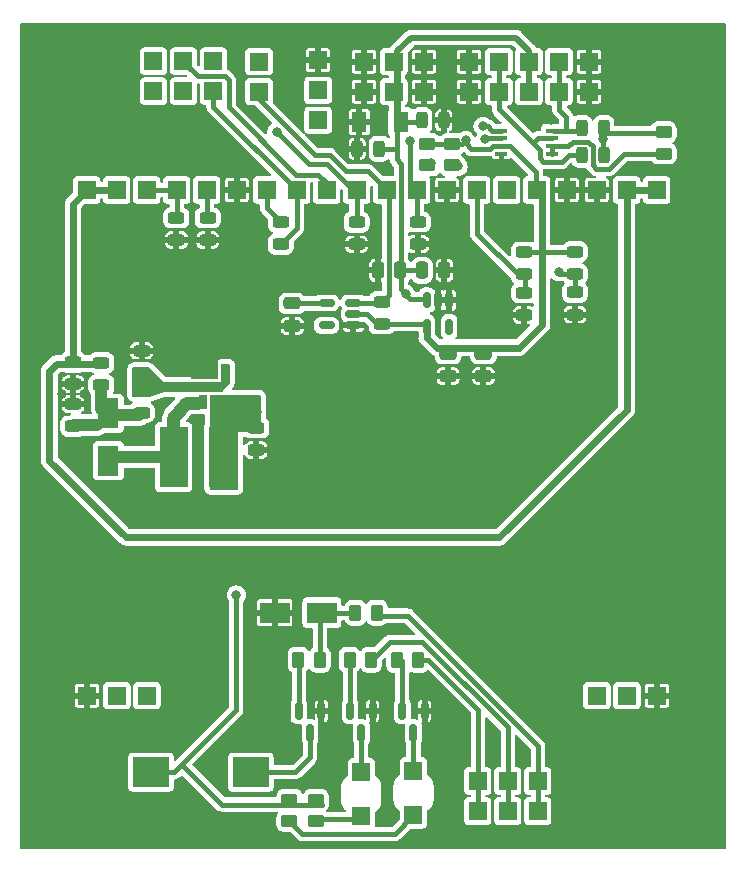
<source format=gbr>
%TF.GenerationSoftware,KiCad,Pcbnew,6.0.11+dfsg-1~bpo11+1*%
%TF.CreationDate,2023-06-14T19:25:40+00:00*%
%TF.ProjectId,OLED01,4f4c4544-3031-42e6-9b69-6361645f7063,rev?*%
%TF.SameCoordinates,PX72ba1e0PY737d6e0*%
%TF.FileFunction,Copper,L2,Bot*%
%TF.FilePolarity,Positive*%
%FSLAX46Y46*%
G04 Gerber Fmt 4.6, Leading zero omitted, Abs format (unit mm)*
G04 Created by KiCad (PCBNEW 6.0.11+dfsg-1~bpo11+1) date 2023-06-14 19:25:40*
%MOMM*%
%LPD*%
G01*
G04 APERTURE LIST*
G04 Aperture macros list*
%AMRoundRect*
0 Rectangle with rounded corners*
0 $1 Rounding radius*
0 $2 $3 $4 $5 $6 $7 $8 $9 X,Y pos of 4 corners*
0 Add a 4 corners polygon primitive as box body*
4,1,4,$2,$3,$4,$5,$6,$7,$8,$9,$2,$3,0*
0 Add four circle primitives for the rounded corners*
1,1,$1+$1,$2,$3*
1,1,$1+$1,$4,$5*
1,1,$1+$1,$6,$7*
1,1,$1+$1,$8,$9*
0 Add four rect primitives between the rounded corners*
20,1,$1+$1,$2,$3,$4,$5,0*
20,1,$1+$1,$4,$5,$6,$7,0*
20,1,$1+$1,$6,$7,$8,$9,0*
20,1,$1+$1,$8,$9,$2,$3,0*%
G04 Aperture macros list end*
%TA.AperFunction,ComponentPad*%
%ADD10R,1.524000X1.524000*%
%TD*%
%TA.AperFunction,ComponentPad*%
%ADD11C,6.000000*%
%TD*%
%TA.AperFunction,SMDPad,CuDef*%
%ADD12RoundRect,0.250000X-0.450000X0.262500X-0.450000X-0.262500X0.450000X-0.262500X0.450000X0.262500X0*%
%TD*%
%TA.AperFunction,SMDPad,CuDef*%
%ADD13R,2.350000X5.100000*%
%TD*%
%TA.AperFunction,SMDPad,CuDef*%
%ADD14RoundRect,0.243750X-0.456250X0.243750X-0.456250X-0.243750X0.456250X-0.243750X0.456250X0.243750X0*%
%TD*%
%TA.AperFunction,SMDPad,CuDef*%
%ADD15R,0.650000X1.220000*%
%TD*%
%TA.AperFunction,SMDPad,CuDef*%
%ADD16RoundRect,0.150000X-0.150000X0.587500X-0.150000X-0.587500X0.150000X-0.587500X0.150000X0.587500X0*%
%TD*%
%TA.AperFunction,SMDPad,CuDef*%
%ADD17RoundRect,0.250000X-0.250000X-0.475000X0.250000X-0.475000X0.250000X0.475000X-0.250000X0.475000X0*%
%TD*%
%TA.AperFunction,SMDPad,CuDef*%
%ADD18R,1.300000X1.700000*%
%TD*%
%TA.AperFunction,SMDPad,CuDef*%
%ADD19RoundRect,0.243750X-0.243750X-0.456250X0.243750X-0.456250X0.243750X0.456250X-0.243750X0.456250X0*%
%TD*%
%TA.AperFunction,SMDPad,CuDef*%
%ADD20RoundRect,0.243750X0.243750X0.456250X-0.243750X0.456250X-0.243750X-0.456250X0.243750X-0.456250X0*%
%TD*%
%TA.AperFunction,SMDPad,CuDef*%
%ADD21R,1.800000X2.500000*%
%TD*%
%TA.AperFunction,SMDPad,CuDef*%
%ADD22RoundRect,0.150000X-0.150000X0.512500X-0.150000X-0.512500X0.150000X-0.512500X0.150000X0.512500X0*%
%TD*%
%TA.AperFunction,SMDPad,CuDef*%
%ADD23RoundRect,0.250000X0.262500X0.450000X-0.262500X0.450000X-0.262500X-0.450000X0.262500X-0.450000X0*%
%TD*%
%TA.AperFunction,SMDPad,CuDef*%
%ADD24R,1.100000X0.400000*%
%TD*%
%TA.AperFunction,SMDPad,CuDef*%
%ADD25RoundRect,0.243750X0.456250X-0.243750X0.456250X0.243750X-0.456250X0.243750X-0.456250X-0.243750X0*%
%TD*%
%TA.AperFunction,SMDPad,CuDef*%
%ADD26RoundRect,0.250000X-0.475000X0.250000X-0.475000X-0.250000X0.475000X-0.250000X0.475000X0.250000X0*%
%TD*%
%TA.AperFunction,SMDPad,CuDef*%
%ADD27R,1.500000X1.500000*%
%TD*%
%TA.AperFunction,SMDPad,CuDef*%
%ADD28R,2.500000X1.800000*%
%TD*%
%TA.AperFunction,SMDPad,CuDef*%
%ADD29RoundRect,0.150000X0.512500X0.150000X-0.512500X0.150000X-0.512500X-0.150000X0.512500X-0.150000X0*%
%TD*%
%TA.AperFunction,SMDPad,CuDef*%
%ADD30RoundRect,0.250000X0.250000X0.475000X-0.250000X0.475000X-0.250000X-0.475000X0.250000X-0.475000X0*%
%TD*%
%TA.AperFunction,SMDPad,CuDef*%
%ADD31R,3.050000X2.500000*%
%TD*%
%TA.AperFunction,ViaPad*%
%ADD32C,0.800000*%
%TD*%
%TA.AperFunction,Conductor*%
%ADD33C,0.400000*%
%TD*%
%TA.AperFunction,Conductor*%
%ADD34C,1.000000*%
%TD*%
%TA.AperFunction,Conductor*%
%ADD35C,0.600000*%
%TD*%
%TA.AperFunction,Conductor*%
%ADD36C,1.100000*%
%TD*%
%TA.AperFunction,Conductor*%
%ADD37C,0.500000*%
%TD*%
G04 APERTURE END LIST*
D10*
%TO.P,J1,1*%
%TO.N,/LED_B*%
X34260000Y-1270000D03*
%TO.P,J1,2*%
X34260000Y1270000D03*
%TO.P,J1,3*%
%TO.N,/LED_A*%
X36800000Y-1270000D03*
%TO.P,J1,4*%
X36800000Y1270000D03*
%TO.P,J1,5*%
%TO.N,/BUZZER*%
X39340000Y-1270000D03*
%TO.P,J1,6*%
X39340000Y1270000D03*
%TD*%
D11*
%TO.P,H3,1,1*%
%TO.N,GND*%
X50800000Y0D03*
%TD*%
%TO.P,H4,1,1*%
%TO.N,GND*%
X0Y0D03*
%TD*%
D10*
%TO.P,J6,1*%
%TO.N,GND*%
X33520000Y59630000D03*
%TO.P,J6,2*%
X33520000Y62170000D03*
%TO.P,J6,3*%
%TO.N,/SCLIN*%
X36060000Y59630000D03*
%TO.P,J6,4*%
X36060000Y62170000D03*
%TO.P,J6,5*%
%TO.N,+5V*%
X38600000Y59630000D03*
%TO.P,J6,6*%
X38600000Y62170000D03*
%TO.P,J6,7*%
%TO.N,/SDAIN*%
X41140000Y59630000D03*
%TO.P,J6,8*%
X41140000Y62170000D03*
%TO.P,J6,9*%
%TO.N,GND*%
X43680000Y59630000D03*
%TO.P,J6,10*%
X43680000Y62170000D03*
%TD*%
%TO.P,J5,1*%
%TO.N,+2V5*%
X20750000Y57210000D03*
%TO.P,J5,2*%
%TO.N,/DC*%
X20750000Y59750000D03*
%TO.P,J5,3*%
%TO.N,GND*%
X20750000Y62290000D03*
%TD*%
%TO.P,J4,1*%
%TO.N,/D1*%
X11890000Y62220000D03*
%TO.P,J4,2*%
X11890000Y59680000D03*
%TO.P,J4,3*%
%TO.N,/CLK*%
X9350000Y62220000D03*
%TO.P,J4,4*%
X9350000Y59680000D03*
%TO.P,J4,5*%
%TO.N,/#CS*%
X6810000Y62220000D03*
%TO.P,J4,6*%
X6810000Y59680000D03*
%TD*%
D11*
%TO.P,H1,1,1*%
%TO.N,GND*%
X0Y61000000D03*
%TD*%
%TO.P,H2,1,1*%
%TO.N,GND*%
X50800000Y61000000D03*
%TD*%
D10*
%TO.P,DISP1,1,ESD_GND*%
%TO.N,GND*%
X1170000Y8500000D03*
%TO.P,DISP1,2*%
%TO.N,unconnected-(DISP1-Pad2)*%
X3710000Y8500000D03*
%TO.P,DISP1,3*%
%TO.N,unconnected-(DISP1-Pad3)*%
X6250000Y8500000D03*
%TO.P,DISP1,18*%
%TO.N,unconnected-(DISP1-Pad18)*%
X44350000Y8500000D03*
%TO.P,DISP1,19*%
%TO.N,unconnected-(DISP1-Pad19)*%
X46890000Y8500000D03*
%TO.P,DISP1,20,ESD_GND*%
%TO.N,GND*%
X49430000Y8500000D03*
%TO.P,DISP1,21,VCC*%
%TO.N,+12V*%
X49420000Y51300000D03*
%TO.P,DISP1,22,VCC*%
X46880000Y51300000D03*
%TO.P,DISP1,23,GND*%
%TO.N,GND*%
X44340000Y51300000D03*
%TO.P,DISP1,24,GND*%
X41800000Y51300000D03*
%TO.P,DISP1,25,VDD*%
%TO.N,+2V5*%
X39260000Y51300000D03*
%TO.P,DISP1,26,BS0*%
%TO.N,/BS0*%
X36720000Y51300000D03*
%TO.P,DISP1,27,BS1*%
%TO.N,/BS1*%
X34180000Y51300000D03*
%TO.P,DISP1,28,GND*%
%TO.N,GND*%
X31640000Y51300000D03*
%TO.P,DISP1,29,#CS*%
%TO.N,/#CS*%
X29100000Y51300000D03*
%TO.P,DISP1,30,#RES*%
%TO.N,/#RES*%
X26560000Y51300000D03*
%TO.P,DISP1,31,D/C*%
%TO.N,/DC*%
X24020000Y51300000D03*
%TO.P,DISP1,32,D0*%
%TO.N,/CLK*%
X21480000Y51300000D03*
%TO.P,DISP1,33,D1*%
%TO.N,/D1*%
X18940000Y51300000D03*
%TO.P,DISP1,34,D2*%
%TO.N,/D2*%
X16400000Y51300000D03*
%TO.P,DISP1,35,GND*%
%TO.N,GND*%
X13860000Y51300000D03*
%TO.P,DISP1,36,IRef*%
%TO.N,/Iref*%
X11320000Y51300000D03*
%TO.P,DISP1,37,VCOMH*%
%TO.N,/Vcomh*%
X8780000Y51300000D03*
%TO.P,DISP1,38,VCOMH*%
X6240000Y51300000D03*
%TO.P,DISP1,39,VCC*%
%TO.N,+12V*%
X3700000Y51300000D03*
%TO.P,DISP1,40,VCC*%
X1160000Y51300000D03*
%TD*%
%TO.P,J2,1*%
%TO.N,GND*%
X29696666Y62170000D03*
%TO.P,J2,2*%
X29696666Y59630000D03*
%TO.P,J2,3*%
%TO.N,+5V*%
X27156666Y62170000D03*
%TO.P,J2,4*%
X27156666Y59630000D03*
%TO.P,J2,5*%
%TO.N,GND*%
X24616666Y62170000D03*
%TO.P,J2,6*%
X24616666Y59630000D03*
%TD*%
%TO.P,J3,1*%
%TO.N,/#RES*%
X15750000Y59630000D03*
%TO.P,J3,2*%
X15750000Y62170000D03*
%TD*%
D12*
%TO.P,R22,1*%
%TO.N,+5V*%
X50000000Y56212500D03*
%TO.P,R22,2*%
%TO.N,Net-(U5-Pad7)*%
X50000000Y54387500D03*
%TD*%
D13*
%TO.P,L1,1*%
%TO.N,+5V*%
X12675000Y28700000D03*
%TO.P,L1,2*%
%TO.N,Net-(D1-Pad2)*%
X8525000Y28700000D03*
%TD*%
D14*
%TO.P,R10,1*%
%TO.N,/D2*%
X17600000Y48587500D03*
%TO.P,R10,2*%
%TO.N,/D1*%
X17600000Y46712500D03*
%TD*%
D12*
%TO.P,R19,1*%
%TO.N,+5V*%
X18325000Y-312500D03*
%TO.P,R19,2*%
%TO.N,Net-(D5-Pad2)*%
X18325000Y-2137500D03*
%TD*%
D14*
%TO.P,R3,1*%
%TO.N,/BS0*%
X42500000Y42637500D03*
%TO.P,R3,2*%
%TO.N,GND*%
X42500000Y40762500D03*
%TD*%
D15*
%TO.P,U3,1,PGND*%
%TO.N,GND*%
X11000341Y35933647D03*
%TO.P,U3,2,GND*%
X11950341Y35933647D03*
%TO.P,U3,3,FB*%
%TO.N,/B_FB*%
X12900341Y35933647D03*
%TO.P,U3,4,SHDN*%
%TO.N,+5V*%
X12900341Y33313647D03*
%TO.P,U3,5,VCC*%
X11950341Y33313647D03*
%TO.P,U3,6,LX*%
%TO.N,Net-(D1-Pad2)*%
X11000341Y33313647D03*
%TD*%
D16*
%TO.P,Q1,1,B*%
%TO.N,Net-(Q1-Pad1)*%
X23462500Y7212500D03*
%TO.P,Q1,2,E*%
%TO.N,GND*%
X25362500Y7212500D03*
%TO.P,Q1,3,C*%
%TO.N,Net-(D4-Pad1)*%
X24412500Y5337500D03*
%TD*%
D17*
%TO.P,C4,1*%
%TO.N,+5V*%
X29550000Y44500000D03*
%TO.P,C4,2*%
%TO.N,GND*%
X31450000Y44500000D03*
%TD*%
D14*
%TO.P,R1,1*%
%TO.N,/Iref*%
X11400000Y48937500D03*
%TO.P,R1,2*%
%TO.N,GND*%
X11400000Y47062500D03*
%TD*%
%TO.P,R4,1*%
%TO.N,+2V5*%
X38200000Y46037500D03*
%TO.P,R4,2*%
%TO.N,/BS1*%
X38200000Y44162500D03*
%TD*%
D18*
%TO.P,D2,1,K*%
%TO.N,+5V*%
X27750000Y57050000D03*
%TO.P,D2,2,A*%
%TO.N,GND*%
X24250000Y57050000D03*
%TD*%
D19*
%TO.P,C8,1*%
%TO.N,+5V*%
X29512500Y57200000D03*
%TO.P,C8,2*%
%TO.N,GND*%
X31387500Y57200000D03*
%TD*%
D20*
%TO.P,R13,1*%
%TO.N,+5V*%
X44937500Y54300000D03*
%TO.P,R13,2*%
%TO.N,/SCLIN*%
X43062500Y54300000D03*
%TD*%
D21*
%TO.P,D1,1,K*%
%TO.N,Net-(C10-Pad1)*%
X3000000Y32400000D03*
%TO.P,D1,2,A*%
%TO.N,Net-(D1-Pad2)*%
X3000000Y28400000D03*
%TD*%
D22*
%TO.P,U2,1,VIN*%
%TO.N,+5V*%
X29950000Y41987500D03*
%TO.P,U2,2,GND*%
%TO.N,GND*%
X30900000Y41987500D03*
%TO.P,U2,3,EN*%
X31850000Y41987500D03*
%TO.P,U2,4,NC*%
%TO.N,unconnected-(U2-Pad4)*%
X31850000Y39712500D03*
%TO.P,U2,5,VOUT*%
%TO.N,+2V5*%
X29950000Y39712500D03*
%TD*%
D12*
%TO.P,R20,1*%
%TO.N,+2V5*%
X32100000Y55212500D03*
%TO.P,R20,2*%
%TO.N,/CLK*%
X32100000Y53387500D03*
%TD*%
D23*
%TO.P,R17,1*%
%TO.N,Net-(C12-Pad2)*%
X20900000Y11525000D03*
%TO.P,R17,2*%
%TO.N,Net-(Q2-Pad1)*%
X19075000Y11525000D03*
%TD*%
D24*
%TO.P,U5,1,GND*%
%TO.N,GND*%
X36250000Y54375000D03*
%TO.P,U5,2,VREF1*%
%TO.N,+2V5*%
X36250000Y55025000D03*
%TO.P,U5,3,SCL1*%
%TO.N,/CLK*%
X36250000Y55675000D03*
%TO.P,U5,4,SDA1*%
%TO.N,/D1*%
X36250000Y56325000D03*
%TO.P,U5,5,SDA2*%
%TO.N,/SDAIN*%
X40550000Y56325000D03*
%TO.P,U5,6,SCL2*%
%TO.N,/SCLIN*%
X40550000Y55675000D03*
%TO.P,U5,7,VREF2*%
%TO.N,Net-(U5-Pad7)*%
X40550000Y55025000D03*
%TO.P,U5,8,EN*%
X40550000Y54375000D03*
%TD*%
D23*
%TO.P,R15,1*%
%TO.N,/LED_A*%
X25237500Y11525000D03*
%TO.P,R15,2*%
%TO.N,Net-(Q1-Pad1)*%
X23412500Y11525000D03*
%TD*%
D25*
%TO.P,R7,1*%
%TO.N,Net-(C10-Pad1)*%
X5800000Y32462500D03*
%TO.P,R7,2*%
%TO.N,/B_FB*%
X5800000Y34337500D03*
%TD*%
D16*
%TO.P,Q2,1,B*%
%TO.N,Net-(Q2-Pad1)*%
X19125000Y7212500D03*
%TO.P,Q2,2,E*%
%TO.N,GND*%
X21025000Y7212500D03*
%TO.P,Q2,3,C*%
%TO.N,Net-(BZ1-Pad2)*%
X20075000Y5337500D03*
%TD*%
D26*
%TO.P,C7,1*%
%TO.N,+2V5*%
X31750000Y37450000D03*
%TO.P,C7,2*%
%TO.N,GND*%
X31750000Y35550000D03*
%TD*%
D14*
%TO.P,C11,1*%
%TO.N,+12V*%
X0Y36737500D03*
%TO.P,C11,2*%
%TO.N,GND*%
X0Y34862500D03*
%TD*%
D26*
%TO.P,C6,1*%
%TO.N,+2V5*%
X34750000Y37450000D03*
%TO.P,C6,2*%
%TO.N,GND*%
X34750000Y35550000D03*
%TD*%
D14*
%TO.P,R6,1*%
%TO.N,/#RES*%
X26150000Y41837500D03*
%TO.P,R6,2*%
%TO.N,+2V5*%
X26150000Y39962500D03*
%TD*%
%TO.P,R2,1*%
%TO.N,+2V5*%
X42500000Y46075000D03*
%TO.P,R2,2*%
%TO.N,/BS0*%
X42500000Y44200000D03*
%TD*%
D27*
%TO.P,D4,1,K*%
%TO.N,Net-(D4-Pad1)*%
X24412500Y2060000D03*
%TO.P,D4,2,A*%
%TO.N,Net-(D4-Pad2)*%
X24412500Y-1700000D03*
%TD*%
D14*
%TO.P,C2,1*%
%TO.N,/Vcomh*%
X8750000Y48937500D03*
%TO.P,C2,2*%
%TO.N,GND*%
X8750000Y47062500D03*
%TD*%
%TO.P,R12,1*%
%TO.N,/#CS*%
X29200000Y48600000D03*
%TO.P,R12,2*%
%TO.N,GND*%
X29200000Y46725000D03*
%TD*%
D23*
%TO.P,C12,1*%
%TO.N,/BUZZER*%
X25737500Y15525000D03*
%TO.P,C12,2*%
%TO.N,Net-(C12-Pad2)*%
X23912500Y15525000D03*
%TD*%
D16*
%TO.P,Q3,1,B*%
%TO.N,Net-(Q3-Pad1)*%
X27875000Y7212500D03*
%TO.P,Q3,2,E*%
%TO.N,GND*%
X29775000Y7212500D03*
%TO.P,Q3,3,C*%
%TO.N,Net-(D5-Pad1)*%
X28825000Y5337500D03*
%TD*%
D14*
%TO.P,R5,1*%
%TO.N,/BS1*%
X38200000Y42600000D03*
%TO.P,R5,2*%
%TO.N,GND*%
X38200000Y40725000D03*
%TD*%
D25*
%TO.P,R8,1*%
%TO.N,/B_FB*%
X5800000Y35825000D03*
%TO.P,R8,2*%
%TO.N,GND*%
X5800000Y37700000D03*
%TD*%
D26*
%TO.P,C1,1*%
%TO.N,Net-(C1-Pad1)*%
X18550000Y41700000D03*
%TO.P,C1,2*%
%TO.N,GND*%
X18550000Y39800000D03*
%TD*%
D12*
%TO.P,R21,1*%
%TO.N,+2V5*%
X30000000Y55212500D03*
%TO.P,R21,2*%
%TO.N,/D1*%
X30000000Y53387500D03*
%TD*%
D14*
%TO.P,R11,1*%
%TO.N,/DC*%
X24000000Y48587500D03*
%TO.P,R11,2*%
%TO.N,GND*%
X24000000Y46712500D03*
%TD*%
D28*
%TO.P,D3,1,K*%
%TO.N,Net-(C12-Pad2)*%
X21075000Y15525000D03*
%TO.P,D3,2,A*%
%TO.N,GND*%
X17075000Y15525000D03*
%TD*%
D12*
%TO.P,R16,1*%
%TO.N,+5V*%
X20575000Y-312500D03*
%TO.P,R16,2*%
%TO.N,Net-(D4-Pad2)*%
X20575000Y-2137500D03*
%TD*%
D20*
%TO.P,R14,1*%
%TO.N,+5V*%
X44937500Y56550000D03*
%TO.P,R14,2*%
%TO.N,/SDAIN*%
X43062500Y56550000D03*
%TD*%
%TO.P,C9,1*%
%TO.N,+5V*%
X25937500Y54800000D03*
%TO.P,C9,2*%
%TO.N,GND*%
X24062500Y54800000D03*
%TD*%
D29*
%TO.P,U1,1,#RESET*%
%TO.N,/#RES*%
X23737500Y41750000D03*
%TO.P,U1,2,VDD*%
%TO.N,+2V5*%
X23737500Y40800000D03*
%TO.P,U1,3,GND*%
%TO.N,GND*%
X23737500Y39850000D03*
%TO.P,U1,4,MR*%
%TO.N,unconnected-(U1-Pad4)*%
X21462500Y39850000D03*
%TO.P,U1,5,CT*%
%TO.N,Net-(C1-Pad1)*%
X21462500Y41750000D03*
%TD*%
D23*
%TO.P,R18,1*%
%TO.N,/LED_B*%
X29237500Y11525000D03*
%TO.P,R18,2*%
%TO.N,Net-(Q3-Pad1)*%
X27412500Y11525000D03*
%TD*%
D25*
%TO.P,R9,1*%
%TO.N,Net-(C10-Pad1)*%
X2400000Y34800000D03*
%TO.P,R9,2*%
%TO.N,+12V*%
X2400000Y36675000D03*
%TD*%
D27*
%TO.P,D5,1,K*%
%TO.N,Net-(D5-Pad1)*%
X28825000Y2155000D03*
%TO.P,D5,2,A*%
%TO.N,Net-(D5-Pad2)*%
X28825000Y-1605000D03*
%TD*%
D30*
%TO.P,C3,1*%
%TO.N,+5V*%
X27700000Y44500000D03*
%TO.P,C3,2*%
%TO.N,GND*%
X25800000Y44500000D03*
%TD*%
D25*
%TO.P,C10,1*%
%TO.N,Net-(C10-Pad1)*%
X0Y31300000D03*
%TO.P,C10,2*%
%TO.N,GND*%
X0Y33175000D03*
%TD*%
D31*
%TO.P,BZ1,1,-*%
%TO.N,+5V*%
X6600000Y2022138D03*
%TO.P,BZ1,2,+*%
%TO.N,Net-(BZ1-Pad2)*%
X15050000Y2022138D03*
%TD*%
D14*
%TO.P,C5,1*%
%TO.N,+5V*%
X15500000Y31175000D03*
%TO.P,C5,2*%
%TO.N,GND*%
X15500000Y29300000D03*
%TD*%
D32*
%TO.N,GND*%
X40500000Y57200000D03*
X10650000Y53250000D03*
X-3200000Y29800000D03*
X15500000Y24000000D03*
X9500000Y24000000D03*
X10500000Y24000000D03*
X6450000Y57750000D03*
X25350000Y32000000D03*
X6000000Y30800000D03*
X21075000Y9025000D03*
X5000000Y48800000D03*
X-800000Y29800000D03*
X8400000Y24000000D03*
X29825000Y9025000D03*
X900000Y34000000D03*
X45500000Y33350000D03*
X22500000Y57250000D03*
X14400000Y24000000D03*
X28800000Y35300000D03*
X48200000Y33450000D03*
X8000000Y36100000D03*
X35400000Y49300000D03*
X26900000Y36800000D03*
X-1300000Y38100000D03*
X9000000Y36100000D03*
X5100000Y46850000D03*
X-900000Y34000000D03*
X32600000Y57200000D03*
X1300000Y38100000D03*
X23800000Y33800000D03*
X10600000Y31600000D03*
X25325000Y9025000D03*
%TO.N,/BS0*%
X41125000Y44375000D03*
%TO.N,/#CS*%
X28550000Y55450000D03*
%TO.N,/DC*%
X17250000Y56250000D03*
%TO.N,/CLK*%
X32600000Y53300000D03*
X34900000Y55600000D03*
%TO.N,/D1*%
X30300000Y53600000D03*
X34700000Y56700000D03*
%TO.N,+2V5*%
X33250000Y55500000D03*
%TO.N,+5V*%
X44900000Y55650000D03*
X28150000Y42500000D03*
X13825000Y17025000D03*
X15550000Y32550000D03*
%TD*%
D33*
%TO.N,Net-(C1-Pad1)*%
X18550000Y41700000D02*
X21412500Y41700000D01*
D34*
%TO.N,Net-(C10-Pad1)*%
X2400000Y34800000D02*
X2400000Y32800000D01*
X4000000Y32237500D02*
X5575000Y32237500D01*
X100000Y31400000D02*
X2000000Y31400000D01*
X5575000Y32237500D02*
X5800000Y32462500D01*
D35*
%TO.N,+12V*%
X-2000000Y28400000D02*
X-2000000Y36000000D01*
X46880000Y51300000D02*
X46880000Y32680000D01*
X-1400000Y36600000D02*
X2325000Y36600000D01*
X4500000Y21900000D02*
X-2000000Y28400000D01*
X2325000Y36600000D02*
X2400000Y36675000D01*
X46880000Y51300000D02*
X49420000Y51300000D01*
X0Y50140000D02*
X0Y36737500D01*
X1160000Y51300000D02*
X0Y50140000D01*
X36100000Y21900000D02*
X4500000Y21900000D01*
X46880000Y32680000D02*
X36100000Y21900000D01*
X3700000Y51300000D02*
X1160000Y51300000D01*
X-2000000Y36000000D02*
X-1400000Y36600000D01*
D33*
%TO.N,/BS0*%
X41300000Y44200000D02*
X42500000Y44200000D01*
X41125000Y44375000D02*
X41300000Y44200000D01*
X42500000Y42637500D02*
X42500000Y44200000D01*
%TO.N,/BS1*%
X34180000Y47620000D02*
X34180000Y51300000D01*
X38275000Y44087500D02*
X38200000Y44162500D01*
X38200000Y44162500D02*
X37637500Y44162500D01*
X37637500Y44162500D02*
X34180000Y47620000D01*
X38275000Y42700000D02*
X38275000Y44087500D01*
%TO.N,/#CS*%
X29100000Y48700000D02*
X29200000Y48600000D01*
X29100000Y51300000D02*
X29100000Y48700000D01*
X28550000Y55450000D02*
X28550000Y51850000D01*
X28550000Y51850000D02*
X29100000Y51300000D01*
%TO.N,/#RES*%
X26560000Y51300000D02*
X26750000Y51110000D01*
X26750000Y51110000D02*
X26750000Y42437500D01*
X20500000Y54250000D02*
X15713333Y59036667D01*
X24960000Y52900000D02*
X23100000Y52900000D01*
X23737500Y41750000D02*
X26062500Y41750000D01*
X26062500Y41750000D02*
X26150000Y41837500D01*
X21750000Y54250000D02*
X20500000Y54250000D01*
X23100000Y52900000D02*
X21750000Y54250000D01*
X15713333Y59036667D02*
X15713333Y59630000D01*
X26750000Y42437500D02*
X26150000Y41837500D01*
X26560000Y51300000D02*
X24960000Y52900000D01*
%TO.N,/DC*%
X20000000Y53500000D02*
X21500000Y53500000D01*
X17250000Y56250000D02*
X20000000Y53500000D01*
X24020000Y51300000D02*
X24000000Y51280000D01*
X21500000Y53500000D02*
X23700000Y51300000D01*
X24000000Y51280000D02*
X24000000Y48587500D01*
X23700000Y51300000D02*
X24020000Y51300000D01*
%TO.N,/D2*%
X16400000Y51300000D02*
X16400000Y49787500D01*
X16400000Y49787500D02*
X17600000Y48587500D01*
D36*
%TO.N,Net-(D1-Pad2)*%
X9600000Y33300000D02*
X10600000Y33300000D01*
X8500000Y32000000D02*
X9600000Y33300000D01*
X8525000Y28700000D02*
X8500000Y32000000D01*
D34*
X3000000Y28400000D02*
X3300000Y28700000D01*
X3300000Y28700000D02*
X8525000Y28700000D01*
D33*
%TO.N,/CLK*%
X13200000Y58300000D02*
X18900000Y52600000D01*
X10550000Y60950000D02*
X12850000Y60950000D01*
X34975000Y55675000D02*
X34900000Y55600000D01*
X13200000Y60600000D02*
X13200000Y58300000D01*
X9350000Y62150000D02*
X10550000Y60950000D01*
X12850000Y60950000D02*
X13200000Y60600000D01*
X21480000Y51870000D02*
X21480000Y51300000D01*
X18900000Y52600000D02*
X20750000Y52600000D01*
X20750000Y52600000D02*
X21480000Y51870000D01*
X36250000Y55675000D02*
X34975000Y55675000D01*
X9350000Y62220000D02*
X9350000Y62150000D01*
%TO.N,/D1*%
X30300000Y53600000D02*
X30087500Y53387500D01*
X18940000Y51300000D02*
X18940000Y48052500D01*
X18940000Y48052500D02*
X17600000Y46712500D01*
X35475000Y56325000D02*
X35100000Y56700000D01*
X30087500Y53387500D02*
X30000000Y53387500D01*
X36250000Y56325000D02*
X35475000Y56325000D01*
X11890000Y58360000D02*
X18940000Y51310000D01*
X11890000Y59680000D02*
X11890000Y58360000D01*
X18940000Y51310000D02*
X18940000Y51300000D01*
X35100000Y56700000D02*
X34700000Y56700000D01*
%TO.N,+2V5*%
X38200000Y46037500D02*
X42462500Y46037500D01*
X35525000Y55025000D02*
X35300000Y54800000D01*
X30000000Y55212500D02*
X32962500Y55212500D01*
X42462500Y46037500D02*
X42500000Y46075000D01*
D35*
X29950000Y38800000D02*
X29950000Y39712500D01*
D33*
X24900000Y40800000D02*
X23737500Y40800000D01*
D35*
X39700000Y39900000D02*
X37750000Y37950000D01*
X39700000Y50860000D02*
X39700000Y39900000D01*
D33*
X25737500Y39962500D02*
X24900000Y40800000D01*
X36975000Y55025000D02*
X39200000Y52800000D01*
X39200000Y52800000D02*
X39200000Y51360000D01*
X33250000Y55250000D02*
X33250000Y55500000D01*
X36250000Y55025000D02*
X36975000Y55025000D01*
D35*
X39260000Y51300000D02*
X39700000Y50860000D01*
X30800000Y37950000D02*
X29950000Y38800000D01*
D33*
X32962500Y55212500D02*
X33250000Y55500000D01*
X33700000Y54800000D02*
X33250000Y55250000D01*
X33250000Y55500000D02*
X33200000Y55500000D01*
X35300000Y54800000D02*
X33700000Y54800000D01*
X36250000Y55025000D02*
X35525000Y55025000D01*
D35*
X37750000Y37950000D02*
X30800000Y37950000D01*
D33*
X39200000Y51360000D02*
X39260000Y51300000D01*
X29700000Y39962500D02*
X25737500Y39962500D01*
%TO.N,+5V*%
X44900000Y55650000D02*
X44900000Y54537500D01*
X27700000Y44500000D02*
X29550000Y44500000D01*
X13825000Y17025000D02*
X13825000Y7275000D01*
X28550000Y42100000D02*
X29837500Y42100000D01*
D37*
X28600000Y64200000D02*
X37500000Y64200000D01*
D33*
X49887500Y56100000D02*
X50000000Y56212500D01*
X27400000Y53900000D02*
X27800000Y53500000D01*
D37*
X37500000Y64200000D02*
X38600000Y63100000D01*
D35*
X27440000Y57540000D02*
X27440000Y62170000D01*
D33*
X9200000Y2650000D02*
X12575000Y-725000D01*
X27750000Y57050000D02*
X27400000Y56700000D01*
X45387500Y56100000D02*
X49887500Y56100000D01*
X28150000Y42500000D02*
X28550000Y42100000D01*
D37*
X27440000Y62170000D02*
X27440000Y63040000D01*
D33*
X13825000Y7275000D02*
X8572138Y2022138D01*
X25937500Y54800000D02*
X27300000Y54800000D01*
D37*
X38600000Y63100000D02*
X38600000Y62170000D01*
D33*
X12575000Y-725000D02*
X21075000Y-725000D01*
X8572138Y2022138D02*
X6600000Y2022138D01*
X44937500Y56550000D02*
X45387500Y56100000D01*
X27800000Y44150000D02*
X27750000Y44100000D01*
D37*
X38600000Y59630000D02*
X38600000Y62170000D01*
D33*
X44900000Y54537500D02*
X44937500Y54500000D01*
X27750000Y42900000D02*
X28150000Y42500000D01*
X27400000Y56700000D02*
X27400000Y53900000D01*
D37*
X27440000Y63040000D02*
X28600000Y64200000D01*
D33*
X27800000Y53500000D02*
X27800000Y44600000D01*
X27800000Y44600000D02*
X27700000Y44500000D01*
X44900000Y55650000D02*
X44900000Y56512500D01*
X44900000Y56512500D02*
X44937500Y56550000D01*
X27750000Y44100000D02*
X27750000Y42900000D01*
X27750000Y57050000D02*
X29512500Y57050000D01*
%TO.N,/SDAIN*%
X41750000Y57500000D02*
X41140000Y58110000D01*
X41140000Y59630000D02*
X41140000Y62170000D01*
X42812500Y56300000D02*
X40725000Y56300000D01*
X41140000Y58110000D02*
X41140000Y59630000D01*
X41750000Y56400000D02*
X41750000Y57500000D01*
%TO.N,/SCLIN*%
X42000000Y54300000D02*
X43062500Y54300000D01*
X39500000Y54700000D02*
X39500000Y54000000D01*
X39500000Y54000000D02*
X39800000Y53700000D01*
X39800000Y53700000D02*
X41400000Y53700000D01*
X39375000Y55675000D02*
X38950000Y55250000D01*
X40550000Y55675000D02*
X39375000Y55675000D01*
X38950000Y55250000D02*
X36060000Y58140000D01*
X41400000Y53700000D02*
X42000000Y54300000D01*
X38950000Y55250000D02*
X39500000Y54700000D01*
X36060000Y58140000D02*
X36060000Y62170000D01*
%TO.N,Net-(BZ1-Pad2)*%
X20075000Y3275000D02*
X18822138Y2022138D01*
X20075000Y5337500D02*
X20075000Y3275000D01*
X18822138Y2022138D02*
X16327862Y2022138D01*
%TO.N,/BUZZER*%
X25737500Y15525000D02*
X25987500Y15275000D01*
X25987500Y15275000D02*
X28325000Y15275000D01*
X28325000Y15275000D02*
X39340000Y4260000D01*
X39340000Y4260000D02*
X39340000Y-1270000D01*
%TO.N,Net-(C12-Pad2)*%
X20900000Y15350000D02*
X21075000Y15525000D01*
X20900000Y11525000D02*
X20900000Y15350000D01*
X21075000Y15525000D02*
X23912500Y15525000D01*
%TO.N,Net-(D4-Pad1)*%
X24412500Y5337500D02*
X24412500Y2085000D01*
%TO.N,Net-(D4-Pad2)*%
X20987500Y-1975000D02*
X24162500Y-1975000D01*
%TO.N,Net-(D5-Pad1)*%
X28825000Y5337500D02*
X28825000Y2180000D01*
%TO.N,Net-(D5-Pad2)*%
X18325000Y-2137500D02*
X19412500Y-3225000D01*
X27230000Y-3225000D02*
X28825000Y-1630000D01*
X19412500Y-3225000D02*
X27230000Y-3225000D01*
%TO.N,/LED_B*%
X29825000Y11525000D02*
X30075000Y11525000D01*
X30075000Y11525000D02*
X34305000Y7295000D01*
X34305000Y7295000D02*
X34305000Y-1225000D01*
X34305000Y-1225000D02*
X34260000Y-1270000D01*
%TO.N,/LED_A*%
X25237500Y11525000D02*
X25325000Y11525000D01*
X26825000Y13025000D02*
X29575000Y13025000D01*
X25325000Y11525000D02*
X26825000Y13025000D01*
X36800000Y5800000D02*
X36800000Y-1270000D01*
X29575000Y13025000D02*
X36800000Y5800000D01*
%TO.N,Net-(Q1-Pad1)*%
X23462500Y11475000D02*
X23412500Y11525000D01*
X23462500Y7212500D02*
X23462500Y11475000D01*
%TO.N,Net-(Q2-Pad1)*%
X19125000Y7212500D02*
X19125000Y11475000D01*
X19125000Y11475000D02*
X19075000Y11525000D01*
%TO.N,Net-(Q3-Pad1)*%
X27875000Y7212500D02*
X27875000Y11400000D01*
%TO.N,Net-(U5-Pad7)*%
X46687500Y54387500D02*
X50000000Y54387500D01*
X40550000Y55025000D02*
X41925000Y55025000D01*
X42300000Y55400000D02*
X43600000Y55400000D01*
X44000000Y55000000D02*
X44000000Y53400000D01*
X44300000Y53100000D02*
X45400000Y53100000D01*
X45400000Y53100000D02*
X46687500Y54387500D01*
X40550000Y55025000D02*
X40550000Y54375000D01*
X44000000Y53400000D02*
X44300000Y53100000D01*
X43600000Y55400000D02*
X44000000Y55000000D01*
X41925000Y55025000D02*
X42300000Y55400000D01*
%TO.N,/Vcomh*%
X8780000Y51300000D02*
X6240000Y51300000D01*
X8780000Y51300000D02*
X8780000Y48967500D01*
X8780000Y48967500D02*
X8750000Y48937500D01*
%TO.N,/Iref*%
X11320000Y51300000D02*
X11320000Y49017500D01*
X11320000Y49017500D02*
X11400000Y48937500D01*
%TD*%
%TA.AperFunction,Conductor*%
%TO.N,/B_FB*%
G36*
X13242121Y36579998D02*
G01*
X13288614Y36526342D01*
X13300000Y36474000D01*
X13300000Y35042000D01*
X13279998Y34973879D01*
X13274800Y34966400D01*
X12737800Y34250400D01*
X12680926Y34207905D01*
X12637000Y34200000D01*
X7700000Y34200000D01*
X6519398Y33806466D01*
X6479553Y33800000D01*
X5126000Y33800000D01*
X5057879Y33820002D01*
X5011386Y33873658D01*
X5000000Y33926000D01*
X5000000Y36174000D01*
X5020002Y36242121D01*
X5073658Y36288614D01*
X5126000Y36300000D01*
X6348936Y36300000D01*
X6417057Y36279998D01*
X6436656Y36264450D01*
X7686994Y35051853D01*
X7700000Y35039240D01*
X8425852Y35040433D01*
X12481883Y35047102D01*
X12481884Y35047102D01*
X12500000Y35047132D01*
X12500000Y36474000D01*
X12520002Y36542121D01*
X12573658Y36588614D01*
X12626000Y36600000D01*
X13174000Y36600000D01*
X13242121Y36579998D01*
G37*
%TD.AperFunction*%
%TD*%
%TA.AperFunction,Conductor*%
%TO.N,+5V*%
G36*
X15842120Y33943746D02*
G01*
X15888613Y33890090D01*
X15899999Y33837748D01*
X15900000Y30926000D01*
X15879998Y30857879D01*
X15826342Y30811386D01*
X15774000Y30800000D01*
X14000000Y30800000D01*
X14000000Y26026000D01*
X13979998Y25957879D01*
X13926342Y25911386D01*
X13874000Y25900000D01*
X11694412Y25900000D01*
X11626291Y25920002D01*
X11579798Y25973658D01*
X11568412Y26026000D01*
X11568411Y33837748D01*
X11588413Y33905869D01*
X11642069Y33952362D01*
X11694411Y33963748D01*
X15773999Y33963748D01*
X15842120Y33943746D01*
G37*
%TD.AperFunction*%
%TD*%
%TA.AperFunction,Conductor*%
%TO.N,GND*%
G36*
X55238691Y65420593D02*
G01*
X55274655Y65371093D01*
X55279500Y65340500D01*
X55279500Y-4380500D01*
X55260593Y-4438691D01*
X55211093Y-4474655D01*
X55180500Y-4479500D01*
X-4380500Y-4479500D01*
X-4438691Y-4460593D01*
X-4474655Y-4411093D01*
X-4479500Y-4380500D01*
X-4479500Y3303657D01*
X4674500Y3303657D01*
X4674501Y740620D01*
X4689354Y646834D01*
X4746950Y533796D01*
X4836658Y444088D01*
X4843595Y440553D01*
X4843597Y440552D01*
X4942044Y390391D01*
X4949696Y386492D01*
X4957390Y385273D01*
X4957391Y385273D01*
X5039635Y372247D01*
X5039637Y372247D01*
X5043481Y371638D01*
X6599800Y371638D01*
X8156518Y371639D01*
X8160361Y372248D01*
X8160366Y372248D01*
X8197217Y378085D01*
X8250304Y386492D01*
X8306823Y415290D01*
X8356403Y440552D01*
X8356405Y440553D01*
X8363342Y444088D01*
X8453050Y533796D01*
X8510646Y646834D01*
X8525500Y740619D01*
X8525500Y1323495D01*
X8544407Y1381686D01*
X8593907Y1417650D01*
X8611577Y1421648D01*
X8631547Y1424277D01*
X8641336Y1425566D01*
X8728900Y1437094D01*
X8874979Y1497602D01*
X8942425Y1549355D01*
X9000420Y1593856D01*
X9020636Y1620202D01*
X9029174Y1629939D01*
X9129996Y1730761D01*
X9184513Y1758538D01*
X9244945Y1748967D01*
X9270004Y1730761D01*
X12117964Y-1117199D01*
X12126502Y-1126936D01*
X12146718Y-1153282D01*
X12252813Y-1234691D01*
X12272159Y-1249536D01*
X12418238Y-1310044D01*
X12575000Y-1330682D01*
X12607928Y-1326347D01*
X12620849Y-1325500D01*
X17270664Y-1325500D01*
X17328855Y-1344407D01*
X17364819Y-1393907D01*
X17364819Y-1455093D01*
X17355878Y-1474895D01*
X17273256Y-1614602D01*
X17227402Y-1772431D01*
X17224500Y-1809306D01*
X17224500Y-2465694D01*
X17227402Y-2502569D01*
X17228812Y-2507423D01*
X17228813Y-2507427D01*
X17271517Y-2654413D01*
X17273256Y-2660398D01*
X17356919Y-2801865D01*
X17473135Y-2918081D01*
X17478491Y-2921249D01*
X17478493Y-2921250D01*
X17539505Y-2957332D01*
X17614602Y-3001744D01*
X17620586Y-3003482D01*
X17620587Y-3003483D01*
X17767573Y-3046187D01*
X17767577Y-3046188D01*
X17772431Y-3047598D01*
X17777471Y-3047995D01*
X17777473Y-3047995D01*
X17793839Y-3049283D01*
X17809306Y-3050500D01*
X18347757Y-3050500D01*
X18405948Y-3069407D01*
X18417761Y-3079496D01*
X18955464Y-3617199D01*
X18964002Y-3626936D01*
X18984218Y-3653282D01*
X19109659Y-3749536D01*
X19255738Y-3810044D01*
X19412500Y-3830682D01*
X19445428Y-3826347D01*
X19458349Y-3825500D01*
X27184151Y-3825500D01*
X27197072Y-3826347D01*
X27230000Y-3830682D01*
X27262928Y-3826347D01*
X27269361Y-3825500D01*
X27386762Y-3810044D01*
X27532841Y-3749536D01*
X27658282Y-3653282D01*
X27678498Y-3626936D01*
X27687036Y-3617199D01*
X28519739Y-2784496D01*
X28574256Y-2756719D01*
X28589743Y-2755500D01*
X29514785Y-2755499D01*
X29606518Y-2755499D01*
X29610361Y-2754890D01*
X29610366Y-2754890D01*
X29647217Y-2749053D01*
X29700304Y-2740646D01*
X29756823Y-2711848D01*
X29806403Y-2686586D01*
X29806405Y-2686585D01*
X29813342Y-2683050D01*
X29903050Y-2593342D01*
X29922030Y-2556093D01*
X29957110Y-2487244D01*
X29957110Y-2487243D01*
X29960646Y-2480304D01*
X29962653Y-2467636D01*
X29974891Y-2390365D01*
X29974891Y-2390363D01*
X29975500Y-2386519D01*
X29975499Y-1281317D01*
X29994406Y-1223127D01*
X30024550Y-1195986D01*
X30027161Y-1194768D01*
X30170566Y-1094355D01*
X30294355Y-970566D01*
X30394768Y-827161D01*
X30468754Y-668498D01*
X30514064Y-499399D01*
X30517487Y-460276D01*
X30525455Y-369200D01*
X30526450Y-361404D01*
X30529862Y-341125D01*
X30529863Y-341119D01*
X30530496Y-337354D01*
X30530647Y-325000D01*
X30526500Y-296042D01*
X30525500Y-282008D01*
X30525500Y824681D01*
X30526872Y841106D01*
X30529862Y858876D01*
X30529862Y858880D01*
X30530496Y862646D01*
X30530647Y875000D01*
X30529763Y881177D01*
X30527628Y896083D01*
X30527005Y901487D01*
X30514440Y1045098D01*
X30514064Y1049399D01*
X30468754Y1218498D01*
X30394768Y1377161D01*
X30367018Y1416793D01*
X30312173Y1495119D01*
X30294355Y1520566D01*
X30170566Y1644355D01*
X30027161Y1744768D01*
X30024696Y1745917D01*
X29984059Y1791050D01*
X29975500Y1831317D01*
X29975499Y2932624D01*
X29975499Y2936518D01*
X29974593Y2942243D01*
X29962468Y3018797D01*
X29960646Y3030304D01*
X29903050Y3143342D01*
X29813342Y3233050D01*
X29806405Y3236585D01*
X29806403Y3236586D01*
X29707244Y3287110D01*
X29707243Y3287110D01*
X29700304Y3290646D01*
X29692610Y3291865D01*
X29692609Y3291865D01*
X29610365Y3304891D01*
X29610363Y3304891D01*
X29606519Y3305500D01*
X29524500Y3305500D01*
X29466309Y3324407D01*
X29430345Y3373907D01*
X29425500Y3404500D01*
X29425500Y4399616D01*
X29445643Y4459471D01*
X29455032Y4471841D01*
X29459113Y4477217D01*
X29514636Y4617453D01*
X29525500Y4707228D01*
X29525500Y5967772D01*
X29514636Y6057547D01*
X29487685Y6125619D01*
X29483843Y6186684D01*
X29509727Y6232064D01*
X29519463Y6241801D01*
X29521000Y6248202D01*
X29521000Y6252166D01*
X30029000Y6252166D01*
X30033122Y6239481D01*
X30034010Y6238835D01*
X30040572Y6238319D01*
X30042454Y6238617D01*
X30057090Y6243372D01*
X30156106Y6293823D01*
X30168551Y6302865D01*
X30247135Y6381449D01*
X30256177Y6393894D01*
X30306629Y6492912D01*
X30311384Y6507547D01*
X30324391Y6589673D01*
X30325000Y6597412D01*
X30325000Y6942820D01*
X30320878Y6955505D01*
X30316757Y6958500D01*
X30044680Y6958500D01*
X30031995Y6954378D01*
X30029000Y6950257D01*
X30029000Y6252166D01*
X29521000Y6252166D01*
X29521000Y6942820D01*
X29516878Y6955505D01*
X29512757Y6958500D01*
X29240681Y6958500D01*
X29227996Y6954378D01*
X29225001Y6950257D01*
X29225001Y6597415D01*
X29225610Y6589681D01*
X29227822Y6575711D01*
X29218248Y6515279D01*
X29174983Y6472016D01*
X29114550Y6462446D01*
X29111485Y6463077D01*
X29107547Y6464636D01*
X29101242Y6465399D01*
X29101238Y6465400D01*
X29030629Y6473944D01*
X29017772Y6475500D01*
X28674034Y6475500D01*
X28615843Y6494407D01*
X28579879Y6543907D01*
X28575250Y6580166D01*
X28575500Y6582228D01*
X28575500Y7482180D01*
X29225000Y7482180D01*
X29229122Y7469495D01*
X29233243Y7466500D01*
X29505320Y7466500D01*
X29518005Y7470622D01*
X29521000Y7474743D01*
X29521000Y7482180D01*
X30029000Y7482180D01*
X30033122Y7469495D01*
X30037243Y7466500D01*
X30309319Y7466500D01*
X30322004Y7470622D01*
X30324999Y7474743D01*
X30324999Y7827585D01*
X30324389Y7835329D01*
X30311384Y7917449D01*
X30306627Y7932091D01*
X30256177Y8031106D01*
X30247135Y8043551D01*
X30168551Y8122135D01*
X30156106Y8131177D01*
X30057090Y8181628D01*
X30043786Y8185951D01*
X30031313Y8183975D01*
X30030536Y8183198D01*
X30029000Y8176798D01*
X30029000Y7482180D01*
X29521000Y7482180D01*
X29521000Y8172834D01*
X29516878Y8185519D01*
X29515990Y8186165D01*
X29509428Y8186681D01*
X29507546Y8186383D01*
X29492910Y8181628D01*
X29393894Y8131177D01*
X29381449Y8122135D01*
X29302865Y8043551D01*
X29293823Y8031106D01*
X29243371Y7932088D01*
X29238616Y7917453D01*
X29225609Y7835327D01*
X29225000Y7827588D01*
X29225000Y7482180D01*
X28575500Y7482180D01*
X28575500Y7842772D01*
X28564636Y7932547D01*
X28509113Y8072783D01*
X28495643Y8090529D01*
X28475500Y8150384D01*
X28475500Y10441094D01*
X28494407Y10499285D01*
X28543907Y10535249D01*
X28605093Y10535249D01*
X28624895Y10526308D01*
X28638394Y10518325D01*
X28714602Y10473256D01*
X28720586Y10471518D01*
X28720587Y10471517D01*
X28867573Y10428813D01*
X28867577Y10428812D01*
X28872431Y10427402D01*
X28877471Y10427005D01*
X28877473Y10427005D01*
X28893839Y10425717D01*
X28909306Y10424500D01*
X29565694Y10424500D01*
X29581161Y10425717D01*
X29597527Y10427005D01*
X29597529Y10427005D01*
X29602569Y10427402D01*
X29607423Y10428812D01*
X29607427Y10428813D01*
X29754413Y10471517D01*
X29754414Y10471518D01*
X29760398Y10473256D01*
X29836606Y10518325D01*
X29896507Y10553750D01*
X29896509Y10553751D01*
X29901865Y10556919D01*
X29906267Y10561321D01*
X29906271Y10561324D01*
X29977853Y10632905D01*
X30032370Y10660682D01*
X30092802Y10651110D01*
X30117860Y10632905D01*
X33675504Y7075261D01*
X33703281Y7020744D01*
X33704500Y7005257D01*
X33704500Y2531499D01*
X33685593Y2473308D01*
X33636093Y2437344D01*
X33605500Y2432499D01*
X33466482Y2432499D01*
X33462639Y2431890D01*
X33462634Y2431890D01*
X33425783Y2426053D01*
X33372696Y2417646D01*
X33316177Y2388848D01*
X33266597Y2363586D01*
X33266595Y2363585D01*
X33259658Y2360050D01*
X33169950Y2270342D01*
X33112354Y2157304D01*
X33097500Y2063519D01*
X33097501Y476482D01*
X33098110Y472639D01*
X33098110Y472634D01*
X33098831Y468081D01*
X33112354Y382696D01*
X33169950Y269658D01*
X33259658Y179950D01*
X33266595Y176415D01*
X33266597Y176414D01*
X33365756Y125890D01*
X33372696Y122354D01*
X33380390Y121135D01*
X33380391Y121135D01*
X33462635Y108109D01*
X33462637Y108109D01*
X33466481Y107500D01*
X33605500Y107500D01*
X33663691Y88593D01*
X33699655Y39093D01*
X33704500Y8500D01*
X33704500Y-8501D01*
X33685593Y-66692D01*
X33636093Y-102656D01*
X33605500Y-107501D01*
X33466482Y-107501D01*
X33462639Y-108110D01*
X33462634Y-108110D01*
X33425783Y-113947D01*
X33372696Y-122354D01*
X33316177Y-151152D01*
X33266597Y-176414D01*
X33266595Y-176415D01*
X33259658Y-179950D01*
X33169950Y-269658D01*
X33166415Y-276595D01*
X33166414Y-276597D01*
X33115890Y-375756D01*
X33112354Y-382696D01*
X33111135Y-390390D01*
X33111135Y-390391D01*
X33099445Y-464200D01*
X33097500Y-476481D01*
X33097501Y-2063518D01*
X33112354Y-2157304D01*
X33169950Y-2270342D01*
X33259658Y-2360050D01*
X33266595Y-2363585D01*
X33266597Y-2363586D01*
X33311606Y-2386519D01*
X33372696Y-2417646D01*
X33380390Y-2418865D01*
X33380391Y-2418865D01*
X33462635Y-2431891D01*
X33462637Y-2431891D01*
X33466481Y-2432500D01*
X34259898Y-2432500D01*
X35053518Y-2432499D01*
X35057361Y-2431890D01*
X35057366Y-2431890D01*
X35094217Y-2426053D01*
X35147304Y-2417646D01*
X35216034Y-2382626D01*
X35253403Y-2363586D01*
X35253405Y-2363585D01*
X35260342Y-2360050D01*
X35350050Y-2270342D01*
X35407646Y-2157304D01*
X35422500Y-2063519D01*
X35422499Y-476482D01*
X35419933Y-460276D01*
X35412904Y-415897D01*
X35407646Y-382696D01*
X35376158Y-320897D01*
X35353586Y-276597D01*
X35353585Y-276595D01*
X35350050Y-269658D01*
X35260342Y-179950D01*
X35253405Y-176415D01*
X35253403Y-176414D01*
X35154244Y-125890D01*
X35154243Y-125890D01*
X35147304Y-122354D01*
X35139610Y-121135D01*
X35139609Y-121135D01*
X35057365Y-108109D01*
X35057363Y-108109D01*
X35053519Y-107500D01*
X35004500Y-107500D01*
X34946309Y-88593D01*
X34910345Y-39093D01*
X34905500Y-8500D01*
X34905500Y8501D01*
X34924407Y66692D01*
X34973907Y102656D01*
X35004500Y107501D01*
X35053518Y107501D01*
X35057361Y108110D01*
X35057366Y108110D01*
X35094217Y113947D01*
X35147304Y122354D01*
X35203823Y151152D01*
X35253403Y176414D01*
X35253405Y176415D01*
X35260342Y179950D01*
X35350050Y269658D01*
X35402323Y372248D01*
X35404110Y375756D01*
X35404110Y375757D01*
X35407646Y382696D01*
X35416810Y440552D01*
X35421891Y472635D01*
X35421891Y472637D01*
X35422500Y476481D01*
X35422499Y2063518D01*
X35407646Y2157304D01*
X35350050Y2270342D01*
X35260342Y2360050D01*
X35253405Y2363585D01*
X35253403Y2363586D01*
X35154244Y2414110D01*
X35154243Y2414110D01*
X35147304Y2417646D01*
X35139610Y2418865D01*
X35139609Y2418865D01*
X35057365Y2431891D01*
X35057363Y2431891D01*
X35053519Y2432500D01*
X35004500Y2432500D01*
X34946309Y2451407D01*
X34910345Y2500907D01*
X34905500Y2531500D01*
X34905500Y6606257D01*
X34924407Y6664448D01*
X34973907Y6700412D01*
X35035093Y6700412D01*
X35074504Y6676261D01*
X36170504Y5580261D01*
X36198281Y5525744D01*
X36199500Y5510257D01*
X36199500Y2531499D01*
X36180593Y2473308D01*
X36131093Y2437344D01*
X36100500Y2432499D01*
X36006482Y2432499D01*
X36002639Y2431890D01*
X36002634Y2431890D01*
X35965783Y2426053D01*
X35912696Y2417646D01*
X35856177Y2388848D01*
X35806597Y2363586D01*
X35806595Y2363585D01*
X35799658Y2360050D01*
X35709950Y2270342D01*
X35652354Y2157304D01*
X35637500Y2063519D01*
X35637501Y476482D01*
X35638110Y472639D01*
X35638110Y472634D01*
X35638831Y468081D01*
X35652354Y382696D01*
X35709950Y269658D01*
X35799658Y179950D01*
X35806595Y176415D01*
X35806597Y176414D01*
X35905756Y125890D01*
X35912696Y122354D01*
X35920390Y121135D01*
X35920391Y121135D01*
X36002635Y108109D01*
X36002637Y108109D01*
X36006481Y107500D01*
X36100500Y107500D01*
X36158691Y88593D01*
X36194655Y39093D01*
X36199500Y8500D01*
X36199500Y-8501D01*
X36180593Y-66692D01*
X36131093Y-102656D01*
X36100500Y-107501D01*
X36006482Y-107501D01*
X36002639Y-108110D01*
X36002634Y-108110D01*
X35965783Y-113947D01*
X35912696Y-122354D01*
X35856177Y-151152D01*
X35806597Y-176414D01*
X35806595Y-176415D01*
X35799658Y-179950D01*
X35709950Y-269658D01*
X35706415Y-276595D01*
X35706414Y-276597D01*
X35655890Y-375756D01*
X35652354Y-382696D01*
X35651135Y-390390D01*
X35651135Y-390391D01*
X35639445Y-464200D01*
X35637500Y-476481D01*
X35637501Y-2063518D01*
X35652354Y-2157304D01*
X35709950Y-2270342D01*
X35799658Y-2360050D01*
X35806595Y-2363585D01*
X35806597Y-2363586D01*
X35851606Y-2386519D01*
X35912696Y-2417646D01*
X35920390Y-2418865D01*
X35920391Y-2418865D01*
X36002635Y-2431891D01*
X36002637Y-2431891D01*
X36006481Y-2432500D01*
X36799898Y-2432500D01*
X37593518Y-2432499D01*
X37597361Y-2431890D01*
X37597366Y-2431890D01*
X37634217Y-2426053D01*
X37687304Y-2417646D01*
X37756034Y-2382626D01*
X37793403Y-2363586D01*
X37793405Y-2363585D01*
X37800342Y-2360050D01*
X37890050Y-2270342D01*
X37947646Y-2157304D01*
X37962500Y-2063519D01*
X37962499Y-476482D01*
X37959933Y-460276D01*
X37952904Y-415897D01*
X37947646Y-382696D01*
X37916158Y-320897D01*
X37893586Y-276597D01*
X37893585Y-276595D01*
X37890050Y-269658D01*
X37800342Y-179950D01*
X37793405Y-176415D01*
X37793403Y-176414D01*
X37694244Y-125890D01*
X37694243Y-125890D01*
X37687304Y-122354D01*
X37679610Y-121135D01*
X37679609Y-121135D01*
X37597365Y-108109D01*
X37597363Y-108109D01*
X37593519Y-107500D01*
X37499500Y-107500D01*
X37441309Y-88593D01*
X37405345Y-39093D01*
X37400500Y-8500D01*
X37400500Y8501D01*
X37419407Y66692D01*
X37468907Y102656D01*
X37499500Y107501D01*
X37593518Y107501D01*
X37597361Y108110D01*
X37597366Y108110D01*
X37634217Y113947D01*
X37687304Y122354D01*
X37743823Y151152D01*
X37793403Y176414D01*
X37793405Y176415D01*
X37800342Y179950D01*
X37890050Y269658D01*
X37942323Y372248D01*
X37944110Y375756D01*
X37944110Y375757D01*
X37947646Y382696D01*
X37956810Y440552D01*
X37961891Y472635D01*
X37961891Y472637D01*
X37962500Y476481D01*
X37962499Y2063518D01*
X37947646Y2157304D01*
X37890050Y2270342D01*
X37800342Y2360050D01*
X37793405Y2363585D01*
X37793403Y2363586D01*
X37694244Y2414110D01*
X37694243Y2414110D01*
X37687304Y2417646D01*
X37679610Y2418865D01*
X37679609Y2418865D01*
X37597365Y2431891D01*
X37597363Y2431891D01*
X37593519Y2432500D01*
X37499500Y2432500D01*
X37441309Y2451407D01*
X37405345Y2500907D01*
X37400500Y2531500D01*
X37400500Y5111257D01*
X37419407Y5169448D01*
X37468907Y5205412D01*
X37530093Y5205412D01*
X37569504Y5181261D01*
X38710504Y4040261D01*
X38738281Y3985744D01*
X38739500Y3970257D01*
X38739500Y2531499D01*
X38720593Y2473308D01*
X38671093Y2437344D01*
X38640500Y2432499D01*
X38546482Y2432499D01*
X38542639Y2431890D01*
X38542634Y2431890D01*
X38505783Y2426053D01*
X38452696Y2417646D01*
X38396177Y2388848D01*
X38346597Y2363586D01*
X38346595Y2363585D01*
X38339658Y2360050D01*
X38249950Y2270342D01*
X38192354Y2157304D01*
X38177500Y2063519D01*
X38177501Y476482D01*
X38178110Y472639D01*
X38178110Y472634D01*
X38178831Y468081D01*
X38192354Y382696D01*
X38249950Y269658D01*
X38339658Y179950D01*
X38346595Y176415D01*
X38346597Y176414D01*
X38445756Y125890D01*
X38452696Y122354D01*
X38460390Y121135D01*
X38460391Y121135D01*
X38542635Y108109D01*
X38542637Y108109D01*
X38546481Y107500D01*
X38640500Y107500D01*
X38698691Y88593D01*
X38734655Y39093D01*
X38739500Y8500D01*
X38739500Y-8501D01*
X38720593Y-66692D01*
X38671093Y-102656D01*
X38640500Y-107501D01*
X38546482Y-107501D01*
X38542639Y-108110D01*
X38542634Y-108110D01*
X38505783Y-113947D01*
X38452696Y-122354D01*
X38396177Y-151152D01*
X38346597Y-176414D01*
X38346595Y-176415D01*
X38339658Y-179950D01*
X38249950Y-269658D01*
X38246415Y-276595D01*
X38246414Y-276597D01*
X38195890Y-375756D01*
X38192354Y-382696D01*
X38191135Y-390390D01*
X38191135Y-390391D01*
X38179445Y-464200D01*
X38177500Y-476481D01*
X38177501Y-2063518D01*
X38192354Y-2157304D01*
X38249950Y-2270342D01*
X38339658Y-2360050D01*
X38346595Y-2363585D01*
X38346597Y-2363586D01*
X38391606Y-2386519D01*
X38452696Y-2417646D01*
X38460390Y-2418865D01*
X38460391Y-2418865D01*
X38542635Y-2431891D01*
X38542637Y-2431891D01*
X38546481Y-2432500D01*
X39339898Y-2432500D01*
X40133518Y-2432499D01*
X40137361Y-2431890D01*
X40137366Y-2431890D01*
X40174217Y-2426053D01*
X40227304Y-2417646D01*
X40296034Y-2382626D01*
X40333403Y-2363586D01*
X40333405Y-2363585D01*
X40340342Y-2360050D01*
X40430050Y-2270342D01*
X40487646Y-2157304D01*
X40502500Y-2063519D01*
X40502499Y-476482D01*
X40499933Y-460276D01*
X40492904Y-415897D01*
X40487646Y-382696D01*
X40456158Y-320897D01*
X40433586Y-276597D01*
X40433585Y-276595D01*
X40430050Y-269658D01*
X40340342Y-179950D01*
X40333405Y-176415D01*
X40333403Y-176414D01*
X40234244Y-125890D01*
X40234243Y-125890D01*
X40227304Y-122354D01*
X40219610Y-121135D01*
X40219609Y-121135D01*
X40137365Y-108109D01*
X40137363Y-108109D01*
X40133519Y-107500D01*
X40039500Y-107500D01*
X39981309Y-88593D01*
X39945345Y-39093D01*
X39940500Y-8500D01*
X39940500Y8501D01*
X39959407Y66692D01*
X40008907Y102656D01*
X40039500Y107501D01*
X40133518Y107501D01*
X40137361Y108110D01*
X40137366Y108110D01*
X40174217Y113947D01*
X40227304Y122354D01*
X40283823Y151152D01*
X40333403Y176414D01*
X40333405Y176415D01*
X40340342Y179950D01*
X40430050Y269658D01*
X40482323Y372248D01*
X40484110Y375756D01*
X40484110Y375757D01*
X40487646Y382696D01*
X40496810Y440552D01*
X40501891Y472635D01*
X40501891Y472637D01*
X40502500Y476481D01*
X40502499Y2063518D01*
X40487646Y2157304D01*
X40430050Y2270342D01*
X40340342Y2360050D01*
X40333405Y2363585D01*
X40333403Y2363586D01*
X40234244Y2414110D01*
X40234243Y2414110D01*
X40227304Y2417646D01*
X40219610Y2418865D01*
X40219609Y2418865D01*
X40137365Y2431891D01*
X40137363Y2431891D01*
X40133519Y2432500D01*
X40039500Y2432500D01*
X39981309Y2451407D01*
X39945345Y2500907D01*
X39940500Y2531500D01*
X39940500Y4214151D01*
X39941347Y4227073D01*
X39944835Y4253567D01*
X39945682Y4260000D01*
X39925044Y4416762D01*
X39864536Y4562841D01*
X39860590Y4567983D01*
X39860588Y4567987D01*
X39792450Y4656785D01*
X39792449Y4656787D01*
X39772233Y4683134D01*
X39772229Y4683138D01*
X39768282Y4688282D01*
X39741936Y4708498D01*
X39732199Y4717036D01*
X35155716Y9293519D01*
X43187500Y9293519D01*
X43187501Y7706482D01*
X43202354Y7612696D01*
X43259950Y7499658D01*
X43349658Y7409950D01*
X43356595Y7406415D01*
X43356597Y7406414D01*
X43455756Y7355890D01*
X43462696Y7352354D01*
X43470390Y7351135D01*
X43470391Y7351135D01*
X43552635Y7338109D01*
X43552637Y7338109D01*
X43556481Y7337500D01*
X44349898Y7337500D01*
X45143518Y7337501D01*
X45147361Y7338110D01*
X45147366Y7338110D01*
X45184217Y7343947D01*
X45237304Y7352354D01*
X45293823Y7381152D01*
X45343403Y7406414D01*
X45343405Y7406415D01*
X45350342Y7409950D01*
X45440050Y7499658D01*
X45466894Y7552341D01*
X45494110Y7605756D01*
X45494110Y7605757D01*
X45497646Y7612696D01*
X45512500Y7706481D01*
X45512499Y9293518D01*
X45512499Y9293519D01*
X45727500Y9293519D01*
X45727501Y7706482D01*
X45742354Y7612696D01*
X45799950Y7499658D01*
X45889658Y7409950D01*
X45896595Y7406415D01*
X45896597Y7406414D01*
X45995756Y7355890D01*
X46002696Y7352354D01*
X46010390Y7351135D01*
X46010391Y7351135D01*
X46092635Y7338109D01*
X46092637Y7338109D01*
X46096481Y7337500D01*
X46889898Y7337500D01*
X47683518Y7337501D01*
X47687361Y7338110D01*
X47687366Y7338110D01*
X47724217Y7343947D01*
X47777304Y7352354D01*
X47833823Y7381152D01*
X47883403Y7406414D01*
X47883405Y7406415D01*
X47890342Y7409950D01*
X47980050Y7499658D01*
X48006894Y7552341D01*
X48034110Y7605756D01*
X48034110Y7605757D01*
X48037646Y7612696D01*
X48052500Y7706481D01*
X48052500Y7718234D01*
X48418000Y7718234D01*
X48418948Y7708612D01*
X48430603Y7650017D01*
X48437922Y7632349D01*
X48482341Y7565870D01*
X48495870Y7552341D01*
X48562349Y7507922D01*
X48580017Y7500603D01*
X48638612Y7488948D01*
X48648234Y7488000D01*
X49160320Y7488000D01*
X49173005Y7492122D01*
X49176000Y7496243D01*
X49176000Y7503680D01*
X49684000Y7503680D01*
X49688122Y7490995D01*
X49692243Y7488000D01*
X50211766Y7488000D01*
X50221388Y7488948D01*
X50279983Y7500603D01*
X50297651Y7507922D01*
X50364130Y7552341D01*
X50377659Y7565870D01*
X50422078Y7632349D01*
X50429397Y7650017D01*
X50441052Y7708612D01*
X50442000Y7718234D01*
X50442000Y8230320D01*
X50437878Y8243005D01*
X50433757Y8246000D01*
X49699680Y8246000D01*
X49686995Y8241878D01*
X49684000Y8237757D01*
X49684000Y7503680D01*
X49176000Y7503680D01*
X49176000Y8230320D01*
X49171878Y8243005D01*
X49167757Y8246000D01*
X48433680Y8246000D01*
X48420995Y8241878D01*
X48418000Y8237757D01*
X48418000Y7718234D01*
X48052500Y7718234D01*
X48052499Y8769680D01*
X48418000Y8769680D01*
X48422122Y8756995D01*
X48426243Y8754000D01*
X49160320Y8754000D01*
X49173005Y8758122D01*
X49176000Y8762243D01*
X49176000Y8769680D01*
X49684000Y8769680D01*
X49688122Y8756995D01*
X49692243Y8754000D01*
X50426320Y8754000D01*
X50439005Y8758122D01*
X50442000Y8762243D01*
X50442000Y9281766D01*
X50441052Y9291388D01*
X50429397Y9349983D01*
X50422078Y9367651D01*
X50377659Y9434130D01*
X50364130Y9447659D01*
X50297651Y9492078D01*
X50279983Y9499397D01*
X50221388Y9511052D01*
X50211766Y9512000D01*
X49699680Y9512000D01*
X49686995Y9507878D01*
X49684000Y9503757D01*
X49684000Y8769680D01*
X49176000Y8769680D01*
X49176000Y9496320D01*
X49171878Y9509005D01*
X49167757Y9512000D01*
X48648234Y9512000D01*
X48638612Y9511052D01*
X48580017Y9499397D01*
X48562349Y9492078D01*
X48495870Y9447659D01*
X48482341Y9434130D01*
X48437922Y9367651D01*
X48430603Y9349983D01*
X48418948Y9291388D01*
X48418000Y9281766D01*
X48418000Y8769680D01*
X48052499Y8769680D01*
X48052499Y9293518D01*
X48037646Y9387304D01*
X47980050Y9500342D01*
X47890342Y9590050D01*
X47883405Y9593585D01*
X47883403Y9593586D01*
X47784244Y9644110D01*
X47784243Y9644110D01*
X47777304Y9647646D01*
X47769610Y9648865D01*
X47769609Y9648865D01*
X47687365Y9661891D01*
X47687363Y9661891D01*
X47683519Y9662500D01*
X46890102Y9662500D01*
X46096482Y9662499D01*
X46092639Y9661890D01*
X46092634Y9661890D01*
X46055783Y9656053D01*
X46002696Y9647646D01*
X45946177Y9618848D01*
X45896597Y9593586D01*
X45896595Y9593585D01*
X45889658Y9590050D01*
X45799950Y9500342D01*
X45796415Y9493405D01*
X45796414Y9493403D01*
X45766213Y9434130D01*
X45742354Y9387304D01*
X45727500Y9293519D01*
X45512499Y9293519D01*
X45497646Y9387304D01*
X45440050Y9500342D01*
X45350342Y9590050D01*
X45343405Y9593585D01*
X45343403Y9593586D01*
X45244244Y9644110D01*
X45244243Y9644110D01*
X45237304Y9647646D01*
X45229610Y9648865D01*
X45229609Y9648865D01*
X45147365Y9661891D01*
X45147363Y9661891D01*
X45143519Y9662500D01*
X44350102Y9662500D01*
X43556482Y9662499D01*
X43552639Y9661890D01*
X43552634Y9661890D01*
X43515783Y9656053D01*
X43462696Y9647646D01*
X43406177Y9618848D01*
X43356597Y9593586D01*
X43356595Y9593585D01*
X43349658Y9590050D01*
X43259950Y9500342D01*
X43256415Y9493405D01*
X43256414Y9493403D01*
X43226213Y9434130D01*
X43202354Y9387304D01*
X43187500Y9293519D01*
X35155716Y9293519D01*
X28782038Y15667197D01*
X28773499Y15676935D01*
X28757233Y15698134D01*
X28757229Y15698138D01*
X28753282Y15703282D01*
X28627841Y15799536D01*
X28481762Y15860044D01*
X28325000Y15880682D01*
X28292073Y15876347D01*
X28279151Y15875500D01*
X26749500Y15875500D01*
X26691309Y15894407D01*
X26655345Y15943907D01*
X26650500Y15974500D01*
X26650500Y16040694D01*
X26647598Y16077569D01*
X26613799Y16193907D01*
X26603483Y16229413D01*
X26603482Y16229414D01*
X26601744Y16235398D01*
X26518081Y16376865D01*
X26401865Y16493081D01*
X26396509Y16496249D01*
X26396507Y16496250D01*
X26305106Y16550304D01*
X26260398Y16576744D01*
X26254414Y16578482D01*
X26254413Y16578483D01*
X26107427Y16621187D01*
X26107423Y16621188D01*
X26102569Y16622598D01*
X26097529Y16622995D01*
X26097527Y16622995D01*
X26081161Y16624283D01*
X26065694Y16625500D01*
X25409306Y16625500D01*
X25393839Y16624283D01*
X25377473Y16622995D01*
X25377471Y16622995D01*
X25372431Y16622598D01*
X25367577Y16621188D01*
X25367573Y16621187D01*
X25220587Y16578483D01*
X25220586Y16578482D01*
X25214602Y16576744D01*
X25169894Y16550304D01*
X25078493Y16496250D01*
X25078491Y16496249D01*
X25073135Y16493081D01*
X24956919Y16376865D01*
X24953751Y16371509D01*
X24953750Y16371507D01*
X24910214Y16297891D01*
X24864318Y16257428D01*
X24803404Y16251670D01*
X24750739Y16282816D01*
X24739786Y16297891D01*
X24696250Y16371507D01*
X24696249Y16371509D01*
X24693081Y16376865D01*
X24576865Y16493081D01*
X24571509Y16496249D01*
X24571507Y16496250D01*
X24480106Y16550304D01*
X24435398Y16576744D01*
X24429414Y16578482D01*
X24429413Y16578483D01*
X24282427Y16621187D01*
X24282423Y16621188D01*
X24277569Y16622598D01*
X24272529Y16622995D01*
X24272527Y16622995D01*
X24256161Y16624283D01*
X24240694Y16625500D01*
X23584306Y16625500D01*
X23568839Y16624283D01*
X23552473Y16622995D01*
X23552471Y16622995D01*
X23547431Y16622598D01*
X23542577Y16621188D01*
X23542573Y16621187D01*
X23395587Y16578483D01*
X23395586Y16578482D01*
X23389602Y16576744D01*
X23344894Y16550304D01*
X23253493Y16496250D01*
X23253491Y16496249D01*
X23248135Y16493081D01*
X23131919Y16376865D01*
X23128751Y16371509D01*
X23128750Y16371507D01*
X23051425Y16240757D01*
X23048256Y16235398D01*
X23046519Y16229419D01*
X23037065Y16196879D01*
X23002673Y16146274D01*
X22941996Y16125500D01*
X22824499Y16125500D01*
X22766308Y16144407D01*
X22730344Y16193907D01*
X22725499Y16224500D01*
X22725499Y16456518D01*
X22723652Y16468184D01*
X22717579Y16506524D01*
X22710646Y16550304D01*
X22672332Y16625500D01*
X22656586Y16656403D01*
X22656585Y16656405D01*
X22653050Y16663342D01*
X22563342Y16753050D01*
X22556405Y16756585D01*
X22556403Y16756586D01*
X22457244Y16807110D01*
X22457243Y16807110D01*
X22450304Y16810646D01*
X22442610Y16811865D01*
X22442609Y16811865D01*
X22360365Y16824891D01*
X22360363Y16824891D01*
X22356519Y16825500D01*
X21075165Y16825500D01*
X19793482Y16825499D01*
X19789639Y16824890D01*
X19789634Y16824890D01*
X19755533Y16819489D01*
X19699696Y16810646D01*
X19643177Y16781848D01*
X19593597Y16756586D01*
X19593595Y16756585D01*
X19586658Y16753050D01*
X19496950Y16663342D01*
X19493415Y16656405D01*
X19493414Y16656403D01*
X19463213Y16597130D01*
X19439354Y16550304D01*
X19438135Y16542610D01*
X19438135Y16542609D01*
X19425109Y16460366D01*
X19424500Y16456519D01*
X19424501Y14593482D01*
X19425110Y14589639D01*
X19425110Y14589634D01*
X19430793Y14553750D01*
X19439354Y14499696D01*
X19496950Y14386658D01*
X19586658Y14296950D01*
X19593595Y14293415D01*
X19593597Y14293414D01*
X19692756Y14242890D01*
X19699696Y14239354D01*
X19707390Y14238135D01*
X19707391Y14238135D01*
X19789635Y14225109D01*
X19789637Y14225109D01*
X19793481Y14224500D01*
X20200500Y14224500D01*
X20258691Y14205593D01*
X20294655Y14156093D01*
X20299500Y14125500D01*
X20299500Y12587319D01*
X20280593Y12529128D01*
X20250894Y12502105D01*
X20240993Y12496250D01*
X20240991Y12496249D01*
X20235635Y12493081D01*
X20119419Y12376865D01*
X20116251Y12371509D01*
X20116250Y12371507D01*
X20072714Y12297891D01*
X20026818Y12257428D01*
X19965904Y12251670D01*
X19913239Y12282816D01*
X19902286Y12297891D01*
X19858750Y12371507D01*
X19858749Y12371509D01*
X19855581Y12376865D01*
X19739365Y12493081D01*
X19734009Y12496249D01*
X19734007Y12496250D01*
X19646500Y12548001D01*
X19597898Y12576744D01*
X19591914Y12578482D01*
X19591913Y12578483D01*
X19444927Y12621187D01*
X19444923Y12621188D01*
X19440069Y12622598D01*
X19435029Y12622995D01*
X19435027Y12622995D01*
X19418661Y12624283D01*
X19403194Y12625500D01*
X18746806Y12625500D01*
X18731339Y12624283D01*
X18714973Y12622995D01*
X18714971Y12622995D01*
X18709931Y12622598D01*
X18705077Y12621188D01*
X18705073Y12621187D01*
X18558087Y12578483D01*
X18558086Y12578482D01*
X18552102Y12576744D01*
X18503500Y12548001D01*
X18415993Y12496250D01*
X18415991Y12496249D01*
X18410635Y12493081D01*
X18294419Y12376865D01*
X18210756Y12235398D01*
X18164902Y12077569D01*
X18162000Y12040694D01*
X18162000Y11009306D01*
X18164902Y10972431D01*
X18210756Y10814602D01*
X18238799Y10767184D01*
X18272290Y10710554D01*
X18294419Y10673135D01*
X18410635Y10556919D01*
X18415993Y10553750D01*
X18415996Y10553748D01*
X18475894Y10518325D01*
X18516357Y10472429D01*
X18524500Y10433111D01*
X18524500Y8150384D01*
X18504357Y8090529D01*
X18490887Y8072783D01*
X18435364Y7932547D01*
X18424500Y7842772D01*
X18424500Y6582228D01*
X18435364Y6492453D01*
X18490887Y6352217D01*
X18494967Y6346842D01*
X18494968Y6346840D01*
X18566830Y6252166D01*
X18582078Y6232078D01*
X18587457Y6227995D01*
X18696840Y6144968D01*
X18696842Y6144967D01*
X18702217Y6140887D01*
X18842453Y6085364D01*
X18932228Y6074500D01*
X19275966Y6074500D01*
X19334157Y6055593D01*
X19370121Y6006093D01*
X19374750Y5969834D01*
X19374500Y5967772D01*
X19374500Y4707228D01*
X19385364Y4617453D01*
X19440887Y4477217D01*
X19444968Y4471841D01*
X19454357Y4459471D01*
X19474500Y4399616D01*
X19474500Y3564743D01*
X19455593Y3506552D01*
X19445504Y3494739D01*
X18602399Y2651634D01*
X18547882Y2623857D01*
X18532395Y2622638D01*
X17074499Y2622638D01*
X17016308Y2641545D01*
X16980344Y2691045D01*
X16975499Y2721638D01*
X16975499Y3303656D01*
X16974574Y3309500D01*
X16964373Y3373907D01*
X16960646Y3397442D01*
X16931848Y3453961D01*
X16906586Y3503541D01*
X16906585Y3503543D01*
X16903050Y3510480D01*
X16813342Y3600188D01*
X16806405Y3603723D01*
X16806403Y3603724D01*
X16707244Y3654248D01*
X16707243Y3654248D01*
X16700304Y3657784D01*
X16692610Y3659003D01*
X16692609Y3659003D01*
X16610365Y3672029D01*
X16610363Y3672029D01*
X16606519Y3672638D01*
X15050200Y3672638D01*
X13493482Y3672637D01*
X13489639Y3672028D01*
X13489634Y3672028D01*
X13452783Y3666191D01*
X13399696Y3657784D01*
X13343177Y3628986D01*
X13293597Y3603724D01*
X13293595Y3603723D01*
X13286658Y3600188D01*
X13196950Y3510480D01*
X13193415Y3503543D01*
X13193414Y3503541D01*
X13142950Y3404500D01*
X13139354Y3397442D01*
X13124500Y3303657D01*
X13124501Y740620D01*
X13139354Y646834D01*
X13196950Y533796D01*
X13286658Y444088D01*
X13293595Y440553D01*
X13293597Y440552D01*
X13392044Y390391D01*
X13399696Y386492D01*
X13407390Y385273D01*
X13407391Y385273D01*
X13489635Y372247D01*
X13489637Y372247D01*
X13493481Y371638D01*
X15049800Y371638D01*
X16606518Y371639D01*
X16610361Y372248D01*
X16610366Y372248D01*
X16647217Y378085D01*
X16700304Y386492D01*
X16756823Y415290D01*
X16806403Y440552D01*
X16806405Y440553D01*
X16813342Y444088D01*
X16903050Y533796D01*
X16960646Y646834D01*
X16975500Y740619D01*
X16975500Y1322638D01*
X16994407Y1380829D01*
X17043907Y1416793D01*
X17074500Y1421638D01*
X18776289Y1421638D01*
X18789210Y1420791D01*
X18822138Y1416456D01*
X18831208Y1417650D01*
X18861499Y1421638D01*
X18891336Y1425566D01*
X18914533Y1428620D01*
X18978900Y1437094D01*
X19124979Y1497602D01*
X19192425Y1549355D01*
X19250420Y1593856D01*
X19270636Y1620202D01*
X19279174Y1629939D01*
X20467199Y2817964D01*
X20476936Y2826502D01*
X20496505Y2841518D01*
X20503282Y2846718D01*
X20599536Y2972159D01*
X20660044Y3118238D01*
X20675500Y3235639D01*
X20680682Y3275000D01*
X20676347Y3307928D01*
X20675500Y3320849D01*
X20675500Y4399616D01*
X20695643Y4459471D01*
X20705032Y4471841D01*
X20709113Y4477217D01*
X20764636Y4617453D01*
X20775500Y4707228D01*
X20775500Y5967772D01*
X20764636Y6057547D01*
X20737685Y6125619D01*
X20733843Y6186684D01*
X20759727Y6232064D01*
X20769463Y6241801D01*
X20771000Y6248202D01*
X20771000Y6252166D01*
X21279000Y6252166D01*
X21283122Y6239481D01*
X21284010Y6238835D01*
X21290572Y6238319D01*
X21292454Y6238617D01*
X21307090Y6243372D01*
X21406106Y6293823D01*
X21418551Y6302865D01*
X21497135Y6381449D01*
X21506177Y6393894D01*
X21556629Y6492912D01*
X21561384Y6507547D01*
X21574391Y6589673D01*
X21575000Y6597412D01*
X21575000Y6942820D01*
X21570878Y6955505D01*
X21566757Y6958500D01*
X21294680Y6958500D01*
X21281995Y6954378D01*
X21279000Y6950257D01*
X21279000Y6252166D01*
X20771000Y6252166D01*
X20771000Y6942820D01*
X20766878Y6955505D01*
X20762757Y6958500D01*
X20490681Y6958500D01*
X20477996Y6954378D01*
X20475001Y6950257D01*
X20475001Y6597415D01*
X20475610Y6589681D01*
X20477822Y6575711D01*
X20468248Y6515279D01*
X20424983Y6472016D01*
X20364550Y6462446D01*
X20361485Y6463077D01*
X20357547Y6464636D01*
X20351242Y6465399D01*
X20351238Y6465400D01*
X20280629Y6473944D01*
X20267772Y6475500D01*
X19924034Y6475500D01*
X19865843Y6494407D01*
X19829879Y6543907D01*
X19825250Y6580166D01*
X19825500Y6582228D01*
X19825500Y7482180D01*
X20475000Y7482180D01*
X20479122Y7469495D01*
X20483243Y7466500D01*
X20755320Y7466500D01*
X20768005Y7470622D01*
X20771000Y7474743D01*
X20771000Y7482180D01*
X21279000Y7482180D01*
X21283122Y7469495D01*
X21287243Y7466500D01*
X21559319Y7466500D01*
X21572004Y7470622D01*
X21574999Y7474743D01*
X21574999Y7827585D01*
X21574389Y7835329D01*
X21561384Y7917449D01*
X21556627Y7932091D01*
X21506177Y8031106D01*
X21497135Y8043551D01*
X21418551Y8122135D01*
X21406106Y8131177D01*
X21307090Y8181628D01*
X21293786Y8185951D01*
X21281313Y8183975D01*
X21280536Y8183198D01*
X21279000Y8176798D01*
X21279000Y7482180D01*
X20771000Y7482180D01*
X20771000Y8172834D01*
X20766878Y8185519D01*
X20765990Y8186165D01*
X20759428Y8186681D01*
X20757546Y8186383D01*
X20742910Y8181628D01*
X20643894Y8131177D01*
X20631449Y8122135D01*
X20552865Y8043551D01*
X20543823Y8031106D01*
X20493371Y7932088D01*
X20488616Y7917453D01*
X20475609Y7835327D01*
X20475000Y7827588D01*
X20475000Y7482180D01*
X19825500Y7482180D01*
X19825500Y7842772D01*
X19814636Y7932547D01*
X19759113Y8072783D01*
X19745643Y8090529D01*
X19725500Y8150384D01*
X19725500Y10502046D01*
X19744407Y10560237D01*
X19754496Y10572050D01*
X19855581Y10673135D01*
X19877711Y10710554D01*
X19902286Y10752109D01*
X19948182Y10792572D01*
X20009096Y10798330D01*
X20061761Y10767184D01*
X20072714Y10752109D01*
X20097290Y10710554D01*
X20119419Y10673135D01*
X20235635Y10556919D01*
X20240991Y10553751D01*
X20240993Y10553750D01*
X20300894Y10518325D01*
X20377102Y10473256D01*
X20383086Y10471518D01*
X20383087Y10471517D01*
X20530073Y10428813D01*
X20530077Y10428812D01*
X20534931Y10427402D01*
X20539971Y10427005D01*
X20539973Y10427005D01*
X20556339Y10425717D01*
X20571806Y10424500D01*
X21228194Y10424500D01*
X21243661Y10425717D01*
X21260027Y10427005D01*
X21260029Y10427005D01*
X21265069Y10427402D01*
X21269923Y10428812D01*
X21269927Y10428813D01*
X21416913Y10471517D01*
X21416914Y10471518D01*
X21422898Y10473256D01*
X21499106Y10518325D01*
X21559007Y10553750D01*
X21559009Y10553751D01*
X21564365Y10556919D01*
X21680581Y10673135D01*
X21702711Y10710554D01*
X21736201Y10767184D01*
X21764244Y10814602D01*
X21810098Y10972431D01*
X21813000Y11009306D01*
X21813000Y12040694D01*
X21810098Y12077569D01*
X21764244Y12235398D01*
X21680581Y12376865D01*
X21564365Y12493081D01*
X21559009Y12496249D01*
X21559007Y12496250D01*
X21549106Y12502105D01*
X21508643Y12548001D01*
X21500500Y12587319D01*
X21500500Y14125501D01*
X21519407Y14183692D01*
X21568907Y14219656D01*
X21599500Y14224501D01*
X22356518Y14224501D01*
X22360361Y14225110D01*
X22360366Y14225110D01*
X22397217Y14230947D01*
X22450304Y14239354D01*
X22506823Y14268152D01*
X22556403Y14293414D01*
X22556405Y14293415D01*
X22563342Y14296950D01*
X22653050Y14386658D01*
X22679894Y14439341D01*
X22707110Y14492756D01*
X22707110Y14492757D01*
X22710646Y14499696D01*
X22725500Y14593481D01*
X22725500Y14825500D01*
X22744407Y14883691D01*
X22793907Y14919655D01*
X22824500Y14924500D01*
X22941996Y14924500D01*
X23000187Y14905593D01*
X23037065Y14853121D01*
X23048256Y14814602D01*
X23131919Y14673135D01*
X23248135Y14556919D01*
X23253491Y14553751D01*
X23253493Y14553750D01*
X23311663Y14519349D01*
X23389602Y14473256D01*
X23395586Y14471518D01*
X23395587Y14471517D01*
X23542573Y14428813D01*
X23542577Y14428812D01*
X23547431Y14427402D01*
X23552471Y14427005D01*
X23552473Y14427005D01*
X23568839Y14425717D01*
X23584306Y14424500D01*
X24240694Y14424500D01*
X24256161Y14425717D01*
X24272527Y14427005D01*
X24272529Y14427005D01*
X24277569Y14427402D01*
X24282423Y14428812D01*
X24282427Y14428813D01*
X24429413Y14471517D01*
X24429414Y14471518D01*
X24435398Y14473256D01*
X24513337Y14519349D01*
X24571507Y14553750D01*
X24571509Y14553751D01*
X24576865Y14556919D01*
X24693081Y14673135D01*
X24739786Y14752109D01*
X24785682Y14792572D01*
X24846596Y14798330D01*
X24899261Y14767184D01*
X24910214Y14752109D01*
X24956919Y14673135D01*
X25073135Y14556919D01*
X25078491Y14553751D01*
X25078493Y14553750D01*
X25136663Y14519349D01*
X25214602Y14473256D01*
X25220586Y14471518D01*
X25220587Y14471517D01*
X25367573Y14428813D01*
X25367577Y14428812D01*
X25372431Y14427402D01*
X25377471Y14427005D01*
X25377473Y14427005D01*
X25393839Y14425717D01*
X25409306Y14424500D01*
X26065694Y14424500D01*
X26081161Y14425717D01*
X26097527Y14427005D01*
X26097529Y14427005D01*
X26102569Y14427402D01*
X26107423Y14428812D01*
X26107427Y14428813D01*
X26254413Y14471517D01*
X26254414Y14471518D01*
X26260398Y14473256D01*
X26338337Y14519349D01*
X26396507Y14553750D01*
X26396509Y14553751D01*
X26401865Y14556919D01*
X26490450Y14645504D01*
X26544967Y14673281D01*
X26560454Y14674500D01*
X28035257Y14674500D01*
X28093448Y14655593D01*
X28105261Y14645504D01*
X28956261Y13794504D01*
X28984038Y13739987D01*
X28974467Y13679555D01*
X28931202Y13636290D01*
X28886257Y13625500D01*
X26870849Y13625500D01*
X26857927Y13626347D01*
X26825000Y13630682D01*
X26818566Y13629835D01*
X26785639Y13625500D01*
X26668238Y13610044D01*
X26522159Y13549536D01*
X26396718Y13453282D01*
X26392764Y13448129D01*
X26376502Y13426936D01*
X26367964Y13417199D01*
X25605261Y12654496D01*
X25550744Y12626719D01*
X25535257Y12625500D01*
X24909306Y12625500D01*
X24893839Y12624283D01*
X24877473Y12622995D01*
X24877471Y12622995D01*
X24872431Y12622598D01*
X24867577Y12621188D01*
X24867573Y12621187D01*
X24720587Y12578483D01*
X24720586Y12578482D01*
X24714602Y12576744D01*
X24666000Y12548001D01*
X24578493Y12496250D01*
X24578491Y12496249D01*
X24573135Y12493081D01*
X24456919Y12376865D01*
X24453751Y12371509D01*
X24453750Y12371507D01*
X24410214Y12297891D01*
X24364318Y12257428D01*
X24303404Y12251670D01*
X24250739Y12282816D01*
X24239786Y12297891D01*
X24196250Y12371507D01*
X24196249Y12371509D01*
X24193081Y12376865D01*
X24076865Y12493081D01*
X24071509Y12496249D01*
X24071507Y12496250D01*
X23984000Y12548001D01*
X23935398Y12576744D01*
X23929414Y12578482D01*
X23929413Y12578483D01*
X23782427Y12621187D01*
X23782423Y12621188D01*
X23777569Y12622598D01*
X23772529Y12622995D01*
X23772527Y12622995D01*
X23756161Y12624283D01*
X23740694Y12625500D01*
X23084306Y12625500D01*
X23068839Y12624283D01*
X23052473Y12622995D01*
X23052471Y12622995D01*
X23047431Y12622598D01*
X23042577Y12621188D01*
X23042573Y12621187D01*
X22895587Y12578483D01*
X22895586Y12578482D01*
X22889602Y12576744D01*
X22841000Y12548001D01*
X22753493Y12496250D01*
X22753491Y12496249D01*
X22748135Y12493081D01*
X22631919Y12376865D01*
X22548256Y12235398D01*
X22502402Y12077569D01*
X22499500Y12040694D01*
X22499500Y11009306D01*
X22502402Y10972431D01*
X22548256Y10814602D01*
X22576299Y10767184D01*
X22609790Y10710554D01*
X22631919Y10673135D01*
X22748135Y10556919D01*
X22753493Y10553750D01*
X22753496Y10553748D01*
X22813394Y10518325D01*
X22853857Y10472429D01*
X22862000Y10433111D01*
X22862000Y8150384D01*
X22841857Y8090529D01*
X22828387Y8072783D01*
X22772864Y7932547D01*
X22762000Y7842772D01*
X22762000Y6582228D01*
X22772864Y6492453D01*
X22828387Y6352217D01*
X22832467Y6346842D01*
X22832468Y6346840D01*
X22904330Y6252166D01*
X22919578Y6232078D01*
X22924957Y6227995D01*
X23034340Y6144968D01*
X23034342Y6144967D01*
X23039717Y6140887D01*
X23179953Y6085364D01*
X23269728Y6074500D01*
X23613466Y6074500D01*
X23671657Y6055593D01*
X23707621Y6006093D01*
X23712250Y5969834D01*
X23712000Y5967772D01*
X23712000Y4707228D01*
X23722864Y4617453D01*
X23778387Y4477217D01*
X23782468Y4471841D01*
X23791857Y4459471D01*
X23812000Y4399616D01*
X23812000Y3309499D01*
X23793093Y3251308D01*
X23743593Y3215344D01*
X23713000Y3210499D01*
X23630982Y3210499D01*
X23627139Y3209890D01*
X23627134Y3209890D01*
X23590283Y3204053D01*
X23537196Y3195646D01*
X23480677Y3166848D01*
X23431097Y3141586D01*
X23431095Y3141585D01*
X23424158Y3138050D01*
X23334450Y3048342D01*
X23330915Y3041405D01*
X23330914Y3041403D01*
X23280390Y2942244D01*
X23276854Y2935304D01*
X23275635Y2927610D01*
X23275635Y2927609D01*
X23262823Y2846718D01*
X23262000Y2841519D01*
X23262001Y2263403D01*
X23262001Y1736318D01*
X23243094Y1678127D01*
X23212950Y1650986D01*
X23210339Y1649768D01*
X23066934Y1549355D01*
X22943145Y1425566D01*
X22842732Y1282161D01*
X22768746Y1123498D01*
X22723436Y954399D01*
X22712811Y832951D01*
X22711353Y816291D01*
X22710551Y809690D01*
X22707976Y793152D01*
X22707976Y793146D01*
X22706891Y786177D01*
X22707806Y779181D01*
X22711164Y753500D01*
X22712000Y740664D01*
X22712000Y-373351D01*
X22710821Y-388581D01*
X22706891Y-413823D01*
X22707806Y-420820D01*
X22708873Y-428977D01*
X22709331Y-433177D01*
X22723436Y-594399D01*
X22768746Y-763498D01*
X22842732Y-922161D01*
X22943145Y-1065566D01*
X23066934Y-1189355D01*
X23074145Y-1194404D01*
X23110967Y-1243267D01*
X23112036Y-1304443D01*
X23076942Y-1354564D01*
X23017361Y-1374500D01*
X21506629Y-1374500D01*
X21448438Y-1355593D01*
X21412474Y-1306093D01*
X21412474Y-1244907D01*
X21446362Y-1196958D01*
X21453043Y-1191832D01*
X21503282Y-1153282D01*
X21599536Y-1027841D01*
X21660044Y-881762D01*
X21680682Y-725000D01*
X21674644Y-679137D01*
X21674102Y-658454D01*
X21675500Y-640694D01*
X21675500Y15694D01*
X21672598Y52569D01*
X21658047Y102656D01*
X21628483Y204413D01*
X21628482Y204414D01*
X21626744Y210398D01*
X21543081Y351865D01*
X21426865Y468081D01*
X21421509Y471249D01*
X21421507Y471250D01*
X21360495Y507332D01*
X21285398Y551744D01*
X21279414Y553482D01*
X21279413Y553483D01*
X21132427Y596187D01*
X21132423Y596188D01*
X21127569Y597598D01*
X21122529Y597995D01*
X21122527Y597995D01*
X21106161Y599283D01*
X21090694Y600500D01*
X20059306Y600500D01*
X20043839Y599283D01*
X20027473Y597995D01*
X20027471Y597995D01*
X20022431Y597598D01*
X20017577Y596188D01*
X20017573Y596187D01*
X19870587Y553483D01*
X19870586Y553482D01*
X19864602Y551744D01*
X19789505Y507332D01*
X19728493Y471250D01*
X19728491Y471249D01*
X19723135Y468081D01*
X19606919Y351865D01*
X19603751Y346509D01*
X19603750Y346507D01*
X19535214Y230618D01*
X19489318Y190155D01*
X19428404Y184397D01*
X19375739Y215543D01*
X19364786Y230618D01*
X19296250Y346507D01*
X19296249Y346509D01*
X19293081Y351865D01*
X19176865Y468081D01*
X19171509Y471249D01*
X19171507Y471250D01*
X19110495Y507332D01*
X19035398Y551744D01*
X19029414Y553482D01*
X19029413Y553483D01*
X18882427Y596187D01*
X18882423Y596188D01*
X18877569Y597598D01*
X18872529Y597995D01*
X18872527Y597995D01*
X18856161Y599283D01*
X18840694Y600500D01*
X17809306Y600500D01*
X17793839Y599283D01*
X17777473Y597995D01*
X17777471Y597995D01*
X17772431Y597598D01*
X17767577Y596188D01*
X17767573Y596187D01*
X17620587Y553483D01*
X17620586Y553482D01*
X17614602Y551744D01*
X17539505Y507332D01*
X17478493Y471250D01*
X17478491Y471249D01*
X17473135Y468081D01*
X17356919Y351865D01*
X17273256Y210398D01*
X17271518Y204414D01*
X17271517Y204413D01*
X17241954Y102656D01*
X17227402Y52569D01*
X17224500Y15694D01*
X17224500Y-25500D01*
X17205593Y-83691D01*
X17156093Y-119655D01*
X17125500Y-124500D01*
X12864743Y-124500D01*
X12806552Y-105593D01*
X12794739Y-95504D01*
X10119239Y2579996D01*
X10091462Y2634513D01*
X10101033Y2694945D01*
X10119239Y2720004D01*
X14217199Y6817964D01*
X14226936Y6826502D01*
X14248129Y6842764D01*
X14253282Y6846718D01*
X14349536Y6972159D01*
X14410044Y7118238D01*
X14425500Y7235639D01*
X14430682Y7275000D01*
X14426347Y7307928D01*
X14425500Y7320849D01*
X14425500Y14605234D01*
X15575000Y14605234D01*
X15575948Y14595612D01*
X15587603Y14537017D01*
X15594922Y14519349D01*
X15639341Y14452870D01*
X15652870Y14439341D01*
X15719349Y14394922D01*
X15737017Y14387603D01*
X15795612Y14375948D01*
X15805234Y14375000D01*
X16805320Y14375000D01*
X16818005Y14379122D01*
X16821000Y14383243D01*
X16821000Y14390680D01*
X17329000Y14390680D01*
X17333122Y14377995D01*
X17337243Y14375000D01*
X18344766Y14375000D01*
X18354388Y14375948D01*
X18412983Y14387603D01*
X18430651Y14394922D01*
X18497130Y14439341D01*
X18510659Y14452870D01*
X18555078Y14519349D01*
X18562397Y14537017D01*
X18574052Y14595612D01*
X18575000Y14605234D01*
X18575000Y15255320D01*
X18570878Y15268005D01*
X18566757Y15271000D01*
X17344680Y15271000D01*
X17331995Y15266878D01*
X17329000Y15262757D01*
X17329000Y14390680D01*
X16821000Y14390680D01*
X16821000Y15255320D01*
X16816878Y15268005D01*
X16812757Y15271000D01*
X15590680Y15271000D01*
X15577995Y15266878D01*
X15575000Y15262757D01*
X15575000Y14605234D01*
X14425500Y14605234D01*
X14425500Y15794680D01*
X15575000Y15794680D01*
X15579122Y15781995D01*
X15583243Y15779000D01*
X16805320Y15779000D01*
X16818005Y15783122D01*
X16821000Y15787243D01*
X16821000Y15794680D01*
X17329000Y15794680D01*
X17333122Y15781995D01*
X17337243Y15779000D01*
X18559320Y15779000D01*
X18572005Y15783122D01*
X18575000Y15787243D01*
X18575000Y16444766D01*
X18574052Y16454388D01*
X18562397Y16512983D01*
X18555078Y16530651D01*
X18510659Y16597130D01*
X18497130Y16610659D01*
X18430651Y16655078D01*
X18412983Y16662397D01*
X18354388Y16674052D01*
X18344766Y16675000D01*
X17344680Y16675000D01*
X17331995Y16670878D01*
X17329000Y16666757D01*
X17329000Y15794680D01*
X16821000Y15794680D01*
X16821000Y16659320D01*
X16816878Y16672005D01*
X16812757Y16675000D01*
X15805234Y16675000D01*
X15795612Y16674052D01*
X15737017Y16662397D01*
X15719349Y16655078D01*
X15652870Y16610659D01*
X15639341Y16597130D01*
X15594922Y16530651D01*
X15587603Y16512983D01*
X15575948Y16454388D01*
X15575000Y16444766D01*
X15575000Y15794680D01*
X14425500Y15794680D01*
X14425500Y16452338D01*
X14443106Y16506524D01*
X14442099Y16507193D01*
X14486201Y16573572D01*
X14541483Y16656778D01*
X14605257Y16824664D01*
X14630251Y17002507D01*
X14630565Y17025000D01*
X14629921Y17030744D01*
X14611163Y17197975D01*
X14611162Y17197979D01*
X14610546Y17203472D01*
X14551485Y17373073D01*
X14456316Y17525375D01*
X14329770Y17652807D01*
X14324855Y17655926D01*
X14182810Y17746071D01*
X14182809Y17746072D01*
X14178136Y17749037D01*
X14008951Y17809281D01*
X14003464Y17809935D01*
X14003461Y17809936D01*
X13836120Y17829890D01*
X13836117Y17829890D01*
X13830624Y17830545D01*
X13652017Y17811773D01*
X13646777Y17809989D01*
X13646776Y17809989D01*
X13487249Y17755682D01*
X13487245Y17755680D01*
X13482007Y17753897D01*
X13477297Y17750999D01*
X13477292Y17750997D01*
X13333907Y17662785D01*
X13329045Y17659794D01*
X13200732Y17534141D01*
X13103446Y17383183D01*
X13042022Y17214422D01*
X13019514Y17036247D01*
X13027424Y16955576D01*
X13036499Y16863016D01*
X13036500Y16863011D01*
X13037039Y16857514D01*
X13093726Y16687104D01*
X13096591Y16682373D01*
X13096593Y16682369D01*
X13183892Y16538221D01*
X13183895Y16538217D01*
X13186759Y16533488D01*
X13190601Y16529509D01*
X13190603Y16529507D01*
X13196716Y16523177D01*
X13223537Y16468184D01*
X13224500Y16454407D01*
X13224500Y7564743D01*
X13205593Y7506552D01*
X13195504Y7494739D01*
X8807801Y3107036D01*
X8798064Y3098498D01*
X8771718Y3078282D01*
X8767764Y3073129D01*
X8751502Y3051936D01*
X8742964Y3042199D01*
X8694503Y2993738D01*
X8639986Y2965961D01*
X8579554Y2975532D01*
X8536289Y3018797D01*
X8525499Y3063742D01*
X8525499Y3303656D01*
X8524574Y3309500D01*
X8514373Y3373907D01*
X8510646Y3397442D01*
X8481848Y3453961D01*
X8456586Y3503541D01*
X8456585Y3503543D01*
X8453050Y3510480D01*
X8363342Y3600188D01*
X8356405Y3603723D01*
X8356403Y3603724D01*
X8257244Y3654248D01*
X8257243Y3654248D01*
X8250304Y3657784D01*
X8242610Y3659003D01*
X8242609Y3659003D01*
X8160365Y3672029D01*
X8160363Y3672029D01*
X8156519Y3672638D01*
X6600200Y3672638D01*
X5043482Y3672637D01*
X5039639Y3672028D01*
X5039634Y3672028D01*
X5002783Y3666191D01*
X4949696Y3657784D01*
X4893177Y3628986D01*
X4843597Y3603724D01*
X4843595Y3603723D01*
X4836658Y3600188D01*
X4746950Y3510480D01*
X4743415Y3503543D01*
X4743414Y3503541D01*
X4692950Y3404500D01*
X4689354Y3397442D01*
X4674500Y3303657D01*
X-4479500Y3303657D01*
X-4479500Y7718234D01*
X158000Y7718234D01*
X158948Y7708612D01*
X170603Y7650017D01*
X177922Y7632349D01*
X222341Y7565870D01*
X235870Y7552341D01*
X302349Y7507922D01*
X320017Y7500603D01*
X378612Y7488948D01*
X388234Y7488000D01*
X900320Y7488000D01*
X913005Y7492122D01*
X916000Y7496243D01*
X916000Y7503680D01*
X1424000Y7503680D01*
X1428122Y7490995D01*
X1432243Y7488000D01*
X1951766Y7488000D01*
X1961388Y7488948D01*
X2019983Y7500603D01*
X2037651Y7507922D01*
X2104130Y7552341D01*
X2117659Y7565870D01*
X2162078Y7632349D01*
X2169397Y7650017D01*
X2181052Y7708612D01*
X2182000Y7718234D01*
X2182000Y8230320D01*
X2177878Y8243005D01*
X2173757Y8246000D01*
X1439680Y8246000D01*
X1426995Y8241878D01*
X1424000Y8237757D01*
X1424000Y7503680D01*
X916000Y7503680D01*
X916000Y8230320D01*
X911878Y8243005D01*
X907757Y8246000D01*
X173680Y8246000D01*
X160995Y8241878D01*
X158000Y8237757D01*
X158000Y7718234D01*
X-4479500Y7718234D01*
X-4479500Y8769680D01*
X158000Y8769680D01*
X162122Y8756995D01*
X166243Y8754000D01*
X900320Y8754000D01*
X913005Y8758122D01*
X916000Y8762243D01*
X916000Y8769680D01*
X1424000Y8769680D01*
X1428122Y8756995D01*
X1432243Y8754000D01*
X2166320Y8754000D01*
X2179005Y8758122D01*
X2182000Y8762243D01*
X2182000Y9281766D01*
X2181052Y9291388D01*
X2180628Y9293519D01*
X2547500Y9293519D01*
X2547501Y7706482D01*
X2562354Y7612696D01*
X2619950Y7499658D01*
X2709658Y7409950D01*
X2716595Y7406415D01*
X2716597Y7406414D01*
X2815756Y7355890D01*
X2822696Y7352354D01*
X2830390Y7351135D01*
X2830391Y7351135D01*
X2912635Y7338109D01*
X2912637Y7338109D01*
X2916481Y7337500D01*
X3709898Y7337500D01*
X4503518Y7337501D01*
X4507361Y7338110D01*
X4507366Y7338110D01*
X4544217Y7343947D01*
X4597304Y7352354D01*
X4653823Y7381152D01*
X4703403Y7406414D01*
X4703405Y7406415D01*
X4710342Y7409950D01*
X4800050Y7499658D01*
X4826894Y7552341D01*
X4854110Y7605756D01*
X4854110Y7605757D01*
X4857646Y7612696D01*
X4872500Y7706481D01*
X4872499Y9293518D01*
X4872499Y9293519D01*
X5087500Y9293519D01*
X5087501Y7706482D01*
X5102354Y7612696D01*
X5159950Y7499658D01*
X5249658Y7409950D01*
X5256595Y7406415D01*
X5256597Y7406414D01*
X5355756Y7355890D01*
X5362696Y7352354D01*
X5370390Y7351135D01*
X5370391Y7351135D01*
X5452635Y7338109D01*
X5452637Y7338109D01*
X5456481Y7337500D01*
X6249898Y7337500D01*
X7043518Y7337501D01*
X7047361Y7338110D01*
X7047366Y7338110D01*
X7084217Y7343947D01*
X7137304Y7352354D01*
X7193823Y7381152D01*
X7243403Y7406414D01*
X7243405Y7406415D01*
X7250342Y7409950D01*
X7340050Y7499658D01*
X7366894Y7552341D01*
X7394110Y7605756D01*
X7394110Y7605757D01*
X7397646Y7612696D01*
X7412500Y7706481D01*
X7412499Y9293518D01*
X7397646Y9387304D01*
X7340050Y9500342D01*
X7250342Y9590050D01*
X7243405Y9593585D01*
X7243403Y9593586D01*
X7144244Y9644110D01*
X7144243Y9644110D01*
X7137304Y9647646D01*
X7129610Y9648865D01*
X7129609Y9648865D01*
X7047365Y9661891D01*
X7047363Y9661891D01*
X7043519Y9662500D01*
X6250102Y9662500D01*
X5456482Y9662499D01*
X5452639Y9661890D01*
X5452634Y9661890D01*
X5415783Y9656053D01*
X5362696Y9647646D01*
X5306177Y9618848D01*
X5256597Y9593586D01*
X5256595Y9593585D01*
X5249658Y9590050D01*
X5159950Y9500342D01*
X5156415Y9493405D01*
X5156414Y9493403D01*
X5126213Y9434130D01*
X5102354Y9387304D01*
X5087500Y9293519D01*
X4872499Y9293519D01*
X4857646Y9387304D01*
X4800050Y9500342D01*
X4710342Y9590050D01*
X4703405Y9593585D01*
X4703403Y9593586D01*
X4604244Y9644110D01*
X4604243Y9644110D01*
X4597304Y9647646D01*
X4589610Y9648865D01*
X4589609Y9648865D01*
X4507365Y9661891D01*
X4507363Y9661891D01*
X4503519Y9662500D01*
X3710102Y9662500D01*
X2916482Y9662499D01*
X2912639Y9661890D01*
X2912634Y9661890D01*
X2875783Y9656053D01*
X2822696Y9647646D01*
X2766177Y9618848D01*
X2716597Y9593586D01*
X2716595Y9593585D01*
X2709658Y9590050D01*
X2619950Y9500342D01*
X2616415Y9493405D01*
X2616414Y9493403D01*
X2586213Y9434130D01*
X2562354Y9387304D01*
X2547500Y9293519D01*
X2180628Y9293519D01*
X2169397Y9349983D01*
X2162078Y9367651D01*
X2117659Y9434130D01*
X2104130Y9447659D01*
X2037651Y9492078D01*
X2019983Y9499397D01*
X1961388Y9511052D01*
X1951766Y9512000D01*
X1439680Y9512000D01*
X1426995Y9507878D01*
X1424000Y9503757D01*
X1424000Y8769680D01*
X916000Y8769680D01*
X916000Y9496320D01*
X911878Y9509005D01*
X907757Y9512000D01*
X388234Y9512000D01*
X378612Y9511052D01*
X320017Y9499397D01*
X302349Y9492078D01*
X235870Y9447659D01*
X222341Y9434130D01*
X177922Y9367651D01*
X170603Y9349983D01*
X158948Y9291388D01*
X158000Y9281766D01*
X158000Y8769680D01*
X-4479500Y8769680D01*
X-4479500Y28363070D01*
X-2704678Y28363070D01*
X-2703653Y28357199D01*
X-2703653Y28357194D01*
X-2693702Y28300180D01*
X-2692945Y28295053D01*
X-2685276Y28231680D01*
X-2683167Y28226099D01*
X-2682022Y28223068D01*
X-2677108Y28205105D01*
X-2675527Y28196046D01*
X-2673127Y28190579D01*
X-2649870Y28137596D01*
X-2647912Y28132798D01*
X-2625345Y28073077D01*
X-2621967Y28068162D01*
X-2621963Y28068154D01*
X-2620135Y28065495D01*
X-2611077Y28049222D01*
X-2607379Y28040798D01*
X-2603748Y28036066D01*
X-2603745Y28036061D01*
X-2568513Y27990146D01*
X-2565467Y27985954D01*
X-2529312Y27933349D01*
X-2524859Y27929382D01*
X-2524856Y27929378D01*
X-2482774Y27891885D01*
X-2478628Y27887972D01*
X3985078Y21424265D01*
X3989677Y21419341D01*
X4027831Y21375604D01*
X4039637Y21367307D01*
X4080056Y21338900D01*
X4084216Y21335810D01*
X4129757Y21300102D01*
X4134457Y21296417D01*
X4142842Y21292631D01*
X4159018Y21283404D01*
X4166547Y21278113D01*
X4226062Y21254909D01*
X4230773Y21252929D01*
X4288984Y21226645D01*
X4297390Y21225087D01*
X4298026Y21224969D01*
X4315938Y21219867D01*
X4324513Y21216524D01*
X4387819Y21208190D01*
X4392914Y21207384D01*
X4425087Y21201420D01*
X4449820Y21196836D01*
X4449823Y21196836D01*
X4455692Y21195748D01*
X4517925Y21199336D01*
X4523622Y21199500D01*
X36072271Y21199500D01*
X36079005Y21199271D01*
X36136930Y21195322D01*
X36142801Y21196347D01*
X36142806Y21196347D01*
X36199820Y21206298D01*
X36204947Y21207055D01*
X36262396Y21214007D01*
X36262397Y21214007D01*
X36268320Y21214724D01*
X36276932Y21217978D01*
X36294895Y21222892D01*
X36303954Y21224473D01*
X36328542Y21235266D01*
X36362404Y21250130D01*
X36367202Y21252088D01*
X36421339Y21272545D01*
X36426923Y21274655D01*
X36431838Y21278033D01*
X36431846Y21278037D01*
X36434505Y21279865D01*
X36450778Y21288923D01*
X36453739Y21290223D01*
X36459202Y21292621D01*
X36463934Y21296252D01*
X36463939Y21296255D01*
X36509854Y21331487D01*
X36514046Y21334533D01*
X36561732Y21367307D01*
X36561733Y21367308D01*
X36566651Y21370688D01*
X36570618Y21375141D01*
X36570622Y21375144D01*
X36608115Y21417226D01*
X36612028Y21421372D01*
X47355735Y32165078D01*
X47360659Y32169677D01*
X47399899Y32203908D01*
X47404396Y32207831D01*
X47441100Y32260056D01*
X47444190Y32264216D01*
X47479898Y32309757D01*
X47479899Y32309758D01*
X47483583Y32314457D01*
X47487369Y32322842D01*
X47496596Y32339018D01*
X47501887Y32346547D01*
X47525091Y32406062D01*
X47527071Y32410773D01*
X47553355Y32468984D01*
X47555031Y32478026D01*
X47560134Y32495942D01*
X47560912Y32497937D01*
X47563476Y32504513D01*
X47571810Y32567819D01*
X47572619Y32572930D01*
X47573059Y32575299D01*
X47580353Y32614655D01*
X47583164Y32629820D01*
X47583164Y32629823D01*
X47584252Y32635692D01*
X47580664Y32697925D01*
X47580500Y32703622D01*
X47580500Y50038972D01*
X47599407Y50097163D01*
X47648907Y50133127D01*
X47670897Y50137501D01*
X47673518Y50137501D01*
X47677361Y50138110D01*
X47677366Y50138110D01*
X47714217Y50143947D01*
X47767304Y50152354D01*
X47830017Y50184308D01*
X47873403Y50206414D01*
X47873405Y50206415D01*
X47880342Y50209950D01*
X47970050Y50299658D01*
X47975100Y50309568D01*
X48024110Y50405756D01*
X48024110Y50405757D01*
X48027646Y50412696D01*
X48041025Y50497165D01*
X48041891Y50502636D01*
X48042500Y50506481D01*
X48042500Y50508667D01*
X48065748Y50564794D01*
X48117917Y50596764D01*
X48141029Y50599500D01*
X48158972Y50599500D01*
X48217163Y50580593D01*
X48253127Y50531093D01*
X48257501Y50509103D01*
X48257501Y50506482D01*
X48258110Y50502639D01*
X48258110Y50502634D01*
X48261959Y50478334D01*
X48272354Y50412696D01*
X48279500Y50398671D01*
X48324901Y50309568D01*
X48329950Y50299658D01*
X48419658Y50209950D01*
X48426595Y50206415D01*
X48426597Y50206414D01*
X48481684Y50178346D01*
X48532696Y50152354D01*
X48540390Y50151135D01*
X48540391Y50151135D01*
X48622635Y50138109D01*
X48622637Y50138109D01*
X48626481Y50137500D01*
X49419898Y50137500D01*
X50213518Y50137501D01*
X50217361Y50138110D01*
X50217366Y50138110D01*
X50254217Y50143947D01*
X50307304Y50152354D01*
X50370017Y50184308D01*
X50413403Y50206414D01*
X50413405Y50206415D01*
X50420342Y50209950D01*
X50510050Y50299658D01*
X50515100Y50309568D01*
X50564110Y50405756D01*
X50564110Y50405757D01*
X50567646Y50412696D01*
X50581025Y50497165D01*
X50581891Y50502635D01*
X50581891Y50502637D01*
X50582500Y50506481D01*
X50582499Y52093518D01*
X50567646Y52187304D01*
X50510050Y52300342D01*
X50420342Y52390050D01*
X50413405Y52393585D01*
X50413403Y52393586D01*
X50314244Y52444110D01*
X50314243Y52444110D01*
X50307304Y52447646D01*
X50299610Y52448865D01*
X50299609Y52448865D01*
X50217365Y52461891D01*
X50217363Y52461891D01*
X50213519Y52462500D01*
X49420102Y52462500D01*
X48626482Y52462499D01*
X48622639Y52461890D01*
X48622634Y52461890D01*
X48585783Y52456053D01*
X48532696Y52447646D01*
X48496182Y52429041D01*
X48426597Y52393586D01*
X48426595Y52393585D01*
X48419658Y52390050D01*
X48329950Y52300342D01*
X48326415Y52293405D01*
X48326414Y52293403D01*
X48296213Y52234130D01*
X48272354Y52187304D01*
X48257500Y52093519D01*
X48257500Y52091333D01*
X48234252Y52035206D01*
X48182083Y52003236D01*
X48158971Y52000500D01*
X48141028Y52000500D01*
X48082837Y52019407D01*
X48046873Y52068907D01*
X48042499Y52090897D01*
X48042499Y52093518D01*
X48027646Y52187304D01*
X47970050Y52300342D01*
X47880342Y52390050D01*
X47873405Y52393585D01*
X47873403Y52393586D01*
X47774244Y52444110D01*
X47774243Y52444110D01*
X47767304Y52447646D01*
X47759610Y52448865D01*
X47759609Y52448865D01*
X47677365Y52461891D01*
X47677363Y52461891D01*
X47673519Y52462500D01*
X46880102Y52462500D01*
X46086482Y52462499D01*
X46082639Y52461890D01*
X46082634Y52461890D01*
X46045783Y52456053D01*
X45992696Y52447646D01*
X45956182Y52429041D01*
X45886597Y52393586D01*
X45886595Y52393585D01*
X45879658Y52390050D01*
X45789950Y52300342D01*
X45786415Y52293405D01*
X45786414Y52293403D01*
X45756213Y52234130D01*
X45732354Y52187304D01*
X45717500Y52093519D01*
X45717501Y50506482D01*
X45718110Y50502639D01*
X45718110Y50502634D01*
X45721959Y50478334D01*
X45732354Y50412696D01*
X45739500Y50398671D01*
X45784901Y50309568D01*
X45789950Y50299658D01*
X45879658Y50209950D01*
X45886595Y50206415D01*
X45886597Y50206414D01*
X45941684Y50178346D01*
X45992696Y50152354D01*
X46000390Y50151135D01*
X46000391Y50151135D01*
X46077681Y50138894D01*
X46086481Y50137500D01*
X46088667Y50137500D01*
X46144794Y50114252D01*
X46176764Y50062083D01*
X46179500Y50038971D01*
X46179500Y33011164D01*
X46160593Y32952973D01*
X46150504Y32941160D01*
X35838839Y22629496D01*
X35784322Y22601719D01*
X35768835Y22600500D01*
X4831164Y22600500D01*
X4772973Y22619407D01*
X4761160Y22629496D01*
X-1270504Y28661161D01*
X-1298281Y28715678D01*
X-1299500Y28731165D01*
X-1299500Y33444680D01*
X-950000Y33444680D01*
X-945878Y33431995D01*
X-941757Y33429000D01*
X-269680Y33429000D01*
X-256995Y33433122D01*
X-254000Y33437243D01*
X-254000Y33444680D01*
X254000Y33444680D01*
X258122Y33431995D01*
X262243Y33429000D01*
X934319Y33429000D01*
X947004Y33433122D01*
X949999Y33437243D01*
X949999Y33462809D01*
X949710Y33468149D01*
X944111Y33519694D01*
X941262Y33531679D01*
X896271Y33651691D01*
X889563Y33663944D01*
X813207Y33765826D01*
X803326Y33775707D01*
X701444Y33852063D01*
X689191Y33858771D01*
X569181Y33903761D01*
X557193Y33906612D01*
X505646Y33912211D01*
X500312Y33912500D01*
X269680Y33912500D01*
X256995Y33908378D01*
X254000Y33904257D01*
X254000Y33444680D01*
X-254000Y33444680D01*
X-254000Y33896819D01*
X-258122Y33909504D01*
X-262243Y33912499D01*
X-500309Y33912499D01*
X-505649Y33912210D01*
X-557194Y33906611D01*
X-569179Y33903762D01*
X-689191Y33858771D01*
X-701444Y33852063D01*
X-803326Y33775707D01*
X-813207Y33765826D01*
X-889563Y33663944D01*
X-896271Y33651691D01*
X-941261Y33531681D01*
X-944112Y33519693D01*
X-949711Y33468146D01*
X-950000Y33462812D01*
X-950000Y33444680D01*
X-1299500Y33444680D01*
X-1299500Y34574691D01*
X-949999Y34574691D01*
X-949710Y34569351D01*
X-944111Y34517806D01*
X-941262Y34505821D01*
X-896271Y34385809D01*
X-889563Y34373556D01*
X-813207Y34271674D01*
X-803326Y34261793D01*
X-701444Y34185437D01*
X-689191Y34178729D01*
X-569181Y34133739D01*
X-557193Y34130888D01*
X-505646Y34125289D01*
X-500312Y34125000D01*
X-269680Y34125000D01*
X-256995Y34129122D01*
X-254000Y34133243D01*
X-254000Y34140681D01*
X254000Y34140681D01*
X258122Y34127996D01*
X262243Y34125001D01*
X500309Y34125001D01*
X505649Y34125290D01*
X557194Y34130889D01*
X569179Y34133738D01*
X689191Y34178729D01*
X701444Y34185437D01*
X803326Y34261793D01*
X813207Y34271674D01*
X889563Y34373556D01*
X896271Y34385809D01*
X941261Y34505819D01*
X944112Y34517807D01*
X949711Y34569354D01*
X950000Y34574688D01*
X950000Y34592820D01*
X945878Y34605505D01*
X941757Y34608500D01*
X269680Y34608500D01*
X256995Y34604378D01*
X254000Y34600257D01*
X254000Y34140681D01*
X-254000Y34140681D01*
X-254000Y34592820D01*
X-258122Y34605505D01*
X-262243Y34608500D01*
X-934319Y34608500D01*
X-947004Y34604378D01*
X-949999Y34600257D01*
X-949999Y34574691D01*
X-1299500Y34574691D01*
X-1299500Y35132180D01*
X-950000Y35132180D01*
X-945878Y35119495D01*
X-941757Y35116500D01*
X-269680Y35116500D01*
X-256995Y35120622D01*
X-254000Y35124743D01*
X-254000Y35132180D01*
X254000Y35132180D01*
X258122Y35119495D01*
X262243Y35116500D01*
X934319Y35116500D01*
X947004Y35120622D01*
X949999Y35124743D01*
X949999Y35150309D01*
X949710Y35155649D01*
X944111Y35207194D01*
X941262Y35219179D01*
X896271Y35339191D01*
X889563Y35351444D01*
X813207Y35453326D01*
X803326Y35463207D01*
X701444Y35539563D01*
X689191Y35546271D01*
X569181Y35591261D01*
X557193Y35594112D01*
X505646Y35599711D01*
X500312Y35600000D01*
X269680Y35600000D01*
X256995Y35595878D01*
X254000Y35591757D01*
X254000Y35132180D01*
X-254000Y35132180D01*
X-254000Y35584319D01*
X-258122Y35597004D01*
X-262243Y35599999D01*
X-500309Y35599999D01*
X-505649Y35599710D01*
X-557194Y35594111D01*
X-569179Y35591262D01*
X-689191Y35546271D01*
X-701444Y35539563D01*
X-803326Y35463207D01*
X-813207Y35453326D01*
X-889563Y35351444D01*
X-896271Y35339191D01*
X-941261Y35219181D01*
X-944112Y35207193D01*
X-949711Y35155646D01*
X-950000Y35150312D01*
X-950000Y35132180D01*
X-1299500Y35132180D01*
X-1299500Y35668837D01*
X-1280593Y35727028D01*
X-1270503Y35738841D01*
X-1138839Y35870504D01*
X-1084323Y35898281D01*
X-1068836Y35899500D01*
X-734128Y35899500D01*
X-706508Y35895569D01*
X-557834Y35852375D01*
X-552792Y35851978D01*
X-552791Y35851978D01*
X-545517Y35851406D01*
X-521304Y35849500D01*
X521304Y35849500D01*
X545517Y35851406D01*
X552791Y35851978D01*
X552792Y35851978D01*
X557834Y35852375D01*
X706508Y35895569D01*
X734128Y35899500D01*
X1550193Y35899500D01*
X1600588Y35885714D01*
X1685854Y35835288D01*
X1691838Y35833550D01*
X1691839Y35833549D01*
X1695213Y35832569D01*
X1697156Y35831248D01*
X1697550Y35831078D01*
X1697517Y35831003D01*
X1745818Y35798178D01*
X1766544Y35740610D01*
X1749474Y35681854D01*
X1701128Y35644353D01*
X1695214Y35642431D01*
X1685854Y35639712D01*
X1545747Y35556853D01*
X1430647Y35441753D01*
X1347788Y35301646D01*
X1346050Y35295664D01*
X1344950Y35291878D01*
X1302375Y35145334D01*
X1299500Y35108804D01*
X1299500Y34491196D01*
X1302375Y34454666D01*
X1347788Y34298354D01*
X1430647Y34158247D01*
X1470504Y34118390D01*
X1498281Y34063873D01*
X1499500Y34048386D01*
X1499500Y32752808D01*
X1514326Y32611744D01*
X1515927Y32606817D01*
X1515928Y32606812D01*
X1572821Y32431716D01*
X1570743Y32431041D01*
X1576230Y32378936D01*
X1545648Y32325942D01*
X1489757Y32301044D01*
X1479389Y32300500D01*
X726533Y32300500D01*
X668342Y32319407D01*
X632378Y32368907D01*
X632378Y32430093D01*
X668342Y32479593D01*
X683161Y32487564D01*
X683008Y32487844D01*
X701444Y32497937D01*
X803326Y32574293D01*
X813207Y32584174D01*
X889563Y32686056D01*
X896271Y32698309D01*
X941261Y32818319D01*
X944112Y32830307D01*
X949711Y32881854D01*
X950000Y32887188D01*
X950000Y32905320D01*
X945878Y32918005D01*
X941757Y32921000D01*
X-934319Y32921000D01*
X-947004Y32916878D01*
X-949999Y32912757D01*
X-949999Y32887191D01*
X-949710Y32881851D01*
X-944111Y32830306D01*
X-941262Y32818321D01*
X-896271Y32698309D01*
X-889563Y32686056D01*
X-813207Y32584174D01*
X-803326Y32574293D01*
X-701444Y32497937D01*
X-689191Y32491229D01*
X-569181Y32446239D01*
X-557193Y32443388D01*
X-505646Y32437789D01*
X-500312Y32437500D01*
X-246045Y32437500D01*
X-187854Y32418593D01*
X-151890Y32369093D01*
X-151890Y32307907D01*
X-187854Y32258407D01*
X-215453Y32244345D01*
X-268284Y32227179D01*
X-272772Y32224588D01*
X-272774Y32224587D01*
X-313172Y32201263D01*
X-362672Y32188000D01*
X-521304Y32188000D01*
X-543959Y32186217D01*
X-552791Y32185522D01*
X-552792Y32185522D01*
X-557834Y32185125D01*
X-714146Y32139712D01*
X-854253Y32056853D01*
X-969353Y31941753D01*
X-1052212Y31801646D01*
X-1097625Y31645334D01*
X-1098022Y31640292D01*
X-1098022Y31640291D01*
X-1098594Y31633017D01*
X-1100500Y31608804D01*
X-1100500Y30991196D01*
X-1097625Y30954666D01*
X-1052212Y30798354D01*
X-969353Y30658247D01*
X-854253Y30543147D01*
X-714146Y30460288D01*
X-708164Y30458550D01*
X-684852Y30451777D01*
X-557834Y30414875D01*
X-552792Y30414478D01*
X-552791Y30414478D01*
X-545517Y30413906D01*
X-521304Y30412000D01*
X521304Y30412000D01*
X545517Y30413906D01*
X552791Y30414478D01*
X552792Y30414478D01*
X557834Y30414875D01*
X654404Y30442931D01*
X708161Y30458549D01*
X708162Y30458550D01*
X714146Y30460288D01*
X719510Y30463460D01*
X719515Y30463462D01*
X757139Y30485713D01*
X807534Y30499500D01*
X2047192Y30499500D01*
X2188256Y30514326D01*
X2193183Y30515927D01*
X2193188Y30515928D01*
X2363354Y30571219D01*
X2363355Y30571220D01*
X2368284Y30572821D01*
X2372772Y30575412D01*
X2372774Y30575413D01*
X2527725Y30664874D01*
X2527726Y30664875D01*
X2532216Y30667467D01*
X2595081Y30724071D01*
X2650977Y30748958D01*
X2661325Y30749500D01*
X3809929Y30749501D01*
X3931518Y30749501D01*
X3935361Y30750110D01*
X3935366Y30750110D01*
X3972217Y30755947D01*
X4025304Y30764354D01*
X4081823Y30793152D01*
X4131403Y30818414D01*
X4131405Y30818415D01*
X4138342Y30821950D01*
X4228050Y30911658D01*
X4252534Y30959709D01*
X4282110Y31017756D01*
X4282110Y31017757D01*
X4285646Y31024696D01*
X4300500Y31118481D01*
X4300500Y31238000D01*
X4319407Y31296191D01*
X4368907Y31332155D01*
X4399500Y31337000D01*
X5496341Y31337000D01*
X5511828Y31335781D01*
X5522490Y31334092D01*
X5522492Y31334092D01*
X5527612Y31333281D01*
X5532788Y31333552D01*
X5532792Y31333552D01*
X5595986Y31336864D01*
X5601167Y31337000D01*
X5622192Y31337000D01*
X5624773Y31337271D01*
X5624786Y31337272D01*
X5643104Y31339198D01*
X5648257Y31339603D01*
X5687194Y31341644D01*
X5711461Y31342915D01*
X5711464Y31342915D01*
X5716646Y31343187D01*
X5721657Y31344530D01*
X5721665Y31344531D01*
X5732089Y31347324D01*
X5747359Y31350154D01*
X5758087Y31351282D01*
X5758094Y31351283D01*
X5763256Y31351826D01*
X5828389Y31372989D01*
X5833331Y31374453D01*
X5894477Y31390837D01*
X5894480Y31390838D01*
X5899488Y31392180D01*
X5904115Y31394537D01*
X5913734Y31399438D01*
X5928077Y31405380D01*
X5943284Y31410321D01*
X5947773Y31412913D01*
X5947776Y31412914D01*
X5979037Y31430963D01*
X6002609Y31444572D01*
X6007115Y31447019D01*
X6068149Y31478117D01*
X6080572Y31488177D01*
X6093372Y31496974D01*
X6102721Y31502372D01*
X6107216Y31504967D01*
X6156198Y31549071D01*
X6212093Y31573958D01*
X6222442Y31574500D01*
X6321304Y31574500D01*
X6345517Y31576406D01*
X6352791Y31576978D01*
X6352792Y31576978D01*
X6357834Y31577375D01*
X6514146Y31622788D01*
X6654253Y31705647D01*
X6769353Y31820747D01*
X6852212Y31960854D01*
X6897625Y32117166D01*
X6900500Y32153696D01*
X6900500Y32771304D01*
X6897625Y32807834D01*
X6852212Y32964146D01*
X6769353Y33104253D01*
X6654253Y33219353D01*
X6619282Y33240035D01*
X6578819Y33285931D01*
X6573061Y33346845D01*
X6604207Y33399509D01*
X6643927Y33420283D01*
X6643792Y33420749D01*
X6645700Y33421301D01*
X6647628Y33421775D01*
X6649496Y33422398D01*
X6649504Y33422400D01*
X7750563Y33789420D01*
X7781870Y33794500D01*
X8559859Y33794500D01*
X8618050Y33775593D01*
X8654014Y33726093D01*
X8654014Y33664907D01*
X8635434Y33631552D01*
X7809580Y32655544D01*
X7802571Y32648080D01*
X7789669Y32635692D01*
X7772057Y32618782D01*
X7769214Y32614655D01*
X7744428Y32578681D01*
X7743739Y32577731D01*
X7743229Y32577128D01*
X7722493Y32546884D01*
X7716762Y32538526D01*
X7716635Y32538341D01*
X7668850Y32468984D01*
X7662502Y32459771D01*
X7662078Y32458771D01*
X7661464Y32457875D01*
X7659580Y32453400D01*
X7659579Y32453399D01*
X7624475Y32370037D01*
X7624388Y32369830D01*
X7595238Y32301044D01*
X7587158Y32281978D01*
X7586944Y32280915D01*
X7586522Y32279912D01*
X7585575Y32275148D01*
X7585574Y32275143D01*
X7568231Y32187847D01*
X7567864Y32185999D01*
X7549103Y32092666D01*
X7549039Y32091240D01*
X7548895Y32090515D01*
X7548907Y32088651D01*
X7548895Y32088553D01*
X7548891Y32088335D01*
X7548909Y32088334D01*
X7548819Y32086329D01*
X7549076Y32052449D01*
X7549452Y32002817D01*
X7549453Y32002695D01*
X7549903Y31931853D01*
X7550121Y31897420D01*
X7550218Y31896961D01*
X7550259Y31896255D01*
X7551365Y31750249D01*
X7532899Y31691917D01*
X7483673Y31655579D01*
X7452368Y31650499D01*
X7318482Y31650499D01*
X7314639Y31649890D01*
X7314634Y31649890D01*
X7277783Y31644053D01*
X7224696Y31635646D01*
X7199461Y31622788D01*
X7118597Y31581586D01*
X7118595Y31581585D01*
X7111658Y31578050D01*
X7021950Y31488342D01*
X7018415Y31481405D01*
X7018414Y31481403D01*
X6976651Y31399438D01*
X6964354Y31375304D01*
X6963135Y31367610D01*
X6963135Y31367609D01*
X6957741Y31333552D01*
X6949500Y31281519D01*
X6949500Y29699500D01*
X6930593Y29641309D01*
X6881093Y29605345D01*
X6850500Y29600500D01*
X4397885Y29600500D01*
X4339694Y29619407D01*
X4303730Y29668907D01*
X4300104Y29684014D01*
X4286865Y29767610D01*
X4286864Y29767613D01*
X4285646Y29775304D01*
X4228050Y29888342D01*
X4138342Y29978050D01*
X4131405Y29981585D01*
X4131403Y29981586D01*
X4032244Y30032110D01*
X4032243Y30032110D01*
X4025304Y30035646D01*
X4017610Y30036865D01*
X4017609Y30036865D01*
X3935365Y30049891D01*
X3935363Y30049891D01*
X3931519Y30050500D01*
X3000120Y30050500D01*
X2068482Y30050499D01*
X2064639Y30049890D01*
X2064634Y30049890D01*
X2027783Y30044053D01*
X1974696Y30035646D01*
X1918177Y30006848D01*
X1868597Y29981586D01*
X1868595Y29981585D01*
X1861658Y29978050D01*
X1771950Y29888342D01*
X1714354Y29775304D01*
X1699500Y29681519D01*
X1699501Y27118482D01*
X1714354Y27024696D01*
X1771950Y26911658D01*
X1861658Y26821950D01*
X1868595Y26818415D01*
X1868597Y26818414D01*
X1967756Y26767890D01*
X1974696Y26764354D01*
X1982390Y26763135D01*
X1982391Y26763135D01*
X2064635Y26750109D01*
X2064637Y26750109D01*
X2068481Y26749500D01*
X2999880Y26749500D01*
X3931518Y26749501D01*
X3935361Y26750110D01*
X3935366Y26750110D01*
X3972217Y26755947D01*
X4025304Y26764354D01*
X4081823Y26793152D01*
X4131403Y26818414D01*
X4131405Y26818415D01*
X4138342Y26821950D01*
X4228050Y26911658D01*
X4285646Y27024696D01*
X4300500Y27118481D01*
X4300500Y27700500D01*
X4319407Y27758691D01*
X4368907Y27794655D01*
X4399500Y27799500D01*
X6850501Y27799500D01*
X6908692Y27780593D01*
X6944656Y27731093D01*
X6949501Y27700500D01*
X6949501Y26118482D01*
X6964354Y26024696D01*
X6993152Y25968177D01*
X7018414Y25918598D01*
X7021950Y25911658D01*
X7111658Y25821950D01*
X7118595Y25818415D01*
X7118597Y25818414D01*
X7217756Y25767890D01*
X7224696Y25764354D01*
X7232390Y25763135D01*
X7232391Y25763135D01*
X7314635Y25750109D01*
X7314637Y25750109D01*
X7318481Y25749500D01*
X8524845Y25749500D01*
X9731518Y25749501D01*
X9735361Y25750110D01*
X9735366Y25750110D01*
X9772217Y25755947D01*
X9825304Y25764354D01*
X9881823Y25793152D01*
X9931403Y25818414D01*
X9931405Y25818415D01*
X9938342Y25821950D01*
X10028050Y25911658D01*
X10031587Y25918598D01*
X10082110Y26017756D01*
X10082110Y26017757D01*
X10085646Y26024696D01*
X10100500Y26118481D01*
X10100499Y31281518D01*
X10098176Y31296191D01*
X10094053Y31322217D01*
X10085646Y31375304D01*
X10033260Y31478117D01*
X10031586Y31481403D01*
X10031585Y31481405D01*
X10028050Y31488342D01*
X9938342Y31578050D01*
X9931405Y31581585D01*
X9931403Y31581586D01*
X9832244Y31632110D01*
X9832243Y31632110D01*
X9825304Y31635646D01*
X9817610Y31636865D01*
X9817609Y31636865D01*
X9735365Y31649891D01*
X9735363Y31649891D01*
X9731519Y31650500D01*
X9662833Y31650500D01*
X9604642Y31669407D01*
X9568678Y31718907D01*
X9568678Y31780093D01*
X9587258Y31813448D01*
X9659483Y31898804D01*
X9789490Y32052449D01*
X10011182Y32314448D01*
X10063203Y32346657D01*
X10086757Y32349500D01*
X10464448Y32349500D01*
X10509393Y32338710D01*
X10543097Y32321537D01*
X10550037Y32318001D01*
X10557731Y32316782D01*
X10557732Y32316782D01*
X10639976Y32303756D01*
X10639978Y32303756D01*
X10643822Y32303147D01*
X10663462Y32303147D01*
X11063912Y32303148D01*
X11122102Y32284241D01*
X11158066Y32234741D01*
X11162911Y32204148D01*
X11162911Y31494371D01*
X11152121Y31449427D01*
X11114354Y31375304D01*
X11113135Y31367610D01*
X11113135Y31367609D01*
X11107741Y31333552D01*
X11099500Y31281519D01*
X11099501Y26118482D01*
X11114354Y26024696D01*
X11169320Y25916820D01*
X11171950Y25911658D01*
X11171812Y25911587D01*
X11183333Y25887392D01*
X11183564Y25887465D01*
X11206282Y25815810D01*
X11273341Y25708113D01*
X11319834Y25654457D01*
X11322210Y25652338D01*
X11322212Y25652336D01*
X11375370Y25604929D01*
X11397410Y25585273D01*
X11447956Y25561311D01*
X11508527Y25532596D01*
X11508534Y25532593D01*
X11512049Y25530927D01*
X11580170Y25510925D01*
X11694412Y25494500D01*
X13874000Y25494500D01*
X13931456Y25500677D01*
X13957571Y25503484D01*
X13957573Y25503484D01*
X13960193Y25503766D01*
X13962763Y25504325D01*
X13962769Y25504326D01*
X14010289Y25514663D01*
X14010298Y25514665D01*
X14012535Y25515152D01*
X14084190Y25537870D01*
X14155447Y25582239D01*
X14188587Y25602874D01*
X14188589Y25602875D01*
X14191887Y25604929D01*
X14245543Y25651422D01*
X14293479Y25705172D01*
X14310013Y25723712D01*
X14310013Y25723713D01*
X14314727Y25728998D01*
X14353390Y25810554D01*
X14367404Y25840115D01*
X14367407Y25840122D01*
X14369073Y25843637D01*
X14389075Y25911758D01*
X14405500Y26026000D01*
X14405500Y28805973D01*
X14424407Y28864164D01*
X14473907Y28900128D01*
X14535093Y28900128D01*
X14584593Y28864164D01*
X14597200Y28840725D01*
X14603729Y28823309D01*
X14610437Y28811056D01*
X14686793Y28709174D01*
X14696674Y28699293D01*
X14798556Y28622937D01*
X14810809Y28616229D01*
X14930819Y28571239D01*
X14942807Y28568388D01*
X14994354Y28562789D01*
X14999688Y28562500D01*
X15230320Y28562500D01*
X15243005Y28566622D01*
X15246000Y28570743D01*
X15246000Y28578181D01*
X15754000Y28578181D01*
X15758122Y28565496D01*
X15762243Y28562501D01*
X16000309Y28562501D01*
X16005649Y28562790D01*
X16057194Y28568389D01*
X16069179Y28571238D01*
X16189191Y28616229D01*
X16201444Y28622937D01*
X16303326Y28699293D01*
X16313207Y28709174D01*
X16389563Y28811056D01*
X16396271Y28823309D01*
X16441261Y28943319D01*
X16444112Y28955307D01*
X16449711Y29006854D01*
X16450000Y29012188D01*
X16450000Y29030320D01*
X16445878Y29043005D01*
X16441757Y29046000D01*
X15769680Y29046000D01*
X15756995Y29041878D01*
X15754000Y29037757D01*
X15754000Y28578181D01*
X15246000Y28578181D01*
X15246000Y29569680D01*
X15754000Y29569680D01*
X15758122Y29556995D01*
X15762243Y29554000D01*
X16434319Y29554000D01*
X16447004Y29558122D01*
X16449999Y29562243D01*
X16449999Y29587809D01*
X16449710Y29593149D01*
X16444111Y29644694D01*
X16441262Y29656679D01*
X16396271Y29776691D01*
X16389563Y29788944D01*
X16313207Y29890826D01*
X16303326Y29900707D01*
X16201444Y29977063D01*
X16189191Y29983771D01*
X16069181Y30028761D01*
X16057193Y30031612D01*
X16005646Y30037211D01*
X16000312Y30037500D01*
X15769680Y30037500D01*
X15756995Y30033378D01*
X15754000Y30029257D01*
X15754000Y29569680D01*
X15246000Y29569680D01*
X15246000Y30021819D01*
X15241878Y30034504D01*
X15237757Y30037499D01*
X14999691Y30037499D01*
X14994351Y30037210D01*
X14942806Y30031611D01*
X14930821Y30028762D01*
X14810809Y29983771D01*
X14798556Y29977063D01*
X14696674Y29900707D01*
X14686793Y29890826D01*
X14610437Y29788944D01*
X14603729Y29776691D01*
X14597200Y29759275D01*
X14559069Y29711424D01*
X14500094Y29695125D01*
X14442803Y29716603D01*
X14409077Y29767655D01*
X14405500Y29794027D01*
X14405500Y30295500D01*
X14424407Y30353691D01*
X14473907Y30389655D01*
X14504500Y30394500D01*
X14658650Y30394500D01*
X14709044Y30380713D01*
X14785854Y30335288D01*
X14942166Y30289875D01*
X14947208Y30289478D01*
X14947209Y30289478D01*
X14954483Y30288906D01*
X14978696Y30287000D01*
X16021304Y30287000D01*
X16045517Y30288906D01*
X16052791Y30289478D01*
X16052792Y30289478D01*
X16057834Y30289875D01*
X16214146Y30335288D01*
X16348049Y30414478D01*
X16348888Y30414974D01*
X16348889Y30414975D01*
X16354253Y30418147D01*
X16469353Y30533247D01*
X16552212Y30673354D01*
X16597625Y30829666D01*
X16600500Y30866196D01*
X16600500Y31483804D01*
X16597625Y31520334D01*
X16552212Y31676646D01*
X16469353Y31816753D01*
X16354253Y31931853D01*
X16348898Y31935020D01*
X16343973Y31938840D01*
X16345875Y31941292D01*
X16313665Y31977783D01*
X16305500Y32017154D01*
X16305500Y32266320D01*
X16311952Y32301475D01*
X16328293Y32344493D01*
X16328294Y32344495D01*
X16330257Y32349664D01*
X16332962Y32368907D01*
X16354818Y32524425D01*
X16354818Y32524427D01*
X16355251Y32527507D01*
X16355295Y32530625D01*
X16355522Y32546884D01*
X16355522Y32546892D01*
X16355565Y32550000D01*
X16355218Y32553094D01*
X16336163Y32722975D01*
X16336162Y32722979D01*
X16335546Y32728472D01*
X16333728Y32733693D01*
X16333727Y32733697D01*
X16311006Y32798941D01*
X16305499Y32831499D01*
X16305499Y33837748D01*
X16296233Y33923941D01*
X16295673Y33926517D01*
X16285336Y33974037D01*
X16285334Y33974046D01*
X16284847Y33976283D01*
X16262129Y34047938D01*
X16210479Y34130888D01*
X16197125Y34152335D01*
X16197124Y34152337D01*
X16195070Y34155635D01*
X16148577Y34209291D01*
X16071001Y34278475D01*
X16016449Y34304336D01*
X15959884Y34331152D01*
X15959877Y34331155D01*
X15956362Y34332821D01*
X15888241Y34352823D01*
X15773999Y34369248D01*
X13531811Y34369248D01*
X13473620Y34388155D01*
X13437656Y34437655D01*
X13437656Y34498841D01*
X13452611Y34527648D01*
X13483888Y34569351D01*
X13599200Y34723100D01*
X13607777Y34734977D01*
X13612975Y34742456D01*
X13644746Y34808822D01*
X13667353Y34856044D01*
X13667353Y34856045D01*
X13669073Y34859637D01*
X13689075Y34927758D01*
X13705500Y35042000D01*
X13705500Y35255343D01*
X30775000Y35255343D01*
X30775289Y35250009D01*
X30780971Y35197702D01*
X30783822Y35185713D01*
X30829443Y35064018D01*
X30836143Y35051781D01*
X30913581Y34948455D01*
X30923455Y34938581D01*
X31026781Y34861143D01*
X31039018Y34854443D01*
X31160713Y34808822D01*
X31172702Y34805971D01*
X31225009Y34800289D01*
X31230343Y34800000D01*
X31480320Y34800000D01*
X31493005Y34804122D01*
X31496000Y34808243D01*
X31496000Y34815680D01*
X32004000Y34815680D01*
X32008122Y34802995D01*
X32012243Y34800000D01*
X32269657Y34800000D01*
X32274991Y34800289D01*
X32327298Y34805971D01*
X32339287Y34808822D01*
X32460982Y34854443D01*
X32473219Y34861143D01*
X32576545Y34938581D01*
X32586419Y34948455D01*
X32663857Y35051781D01*
X32670557Y35064018D01*
X32716178Y35185713D01*
X32719029Y35197702D01*
X32724711Y35250009D01*
X32725000Y35255343D01*
X33775000Y35255343D01*
X33775289Y35250009D01*
X33780971Y35197702D01*
X33783822Y35185713D01*
X33829443Y35064018D01*
X33836143Y35051781D01*
X33913581Y34948455D01*
X33923455Y34938581D01*
X34026781Y34861143D01*
X34039018Y34854443D01*
X34160713Y34808822D01*
X34172702Y34805971D01*
X34225009Y34800289D01*
X34230343Y34800000D01*
X34480320Y34800000D01*
X34493005Y34804122D01*
X34496000Y34808243D01*
X34496000Y34815680D01*
X35004000Y34815680D01*
X35008122Y34802995D01*
X35012243Y34800000D01*
X35269657Y34800000D01*
X35274991Y34800289D01*
X35327298Y34805971D01*
X35339287Y34808822D01*
X35460982Y34854443D01*
X35473219Y34861143D01*
X35576545Y34938581D01*
X35586419Y34948455D01*
X35663857Y35051781D01*
X35670557Y35064018D01*
X35716178Y35185713D01*
X35719029Y35197702D01*
X35724711Y35250009D01*
X35725000Y35255343D01*
X35725000Y35280320D01*
X35720878Y35293005D01*
X35716757Y35296000D01*
X35019680Y35296000D01*
X35006995Y35291878D01*
X35004000Y35287757D01*
X35004000Y34815680D01*
X34496000Y34815680D01*
X34496000Y35280320D01*
X34491878Y35293005D01*
X34487757Y35296000D01*
X33790680Y35296000D01*
X33777995Y35291878D01*
X33775000Y35287757D01*
X33775000Y35255343D01*
X32725000Y35255343D01*
X32725000Y35280320D01*
X32720878Y35293005D01*
X32716757Y35296000D01*
X32019680Y35296000D01*
X32006995Y35291878D01*
X32004000Y35287757D01*
X32004000Y34815680D01*
X31496000Y34815680D01*
X31496000Y35280320D01*
X31491878Y35293005D01*
X31487757Y35296000D01*
X30790680Y35296000D01*
X30777995Y35291878D01*
X30775000Y35287757D01*
X30775000Y35255343D01*
X13705500Y35255343D01*
X13705500Y35819680D01*
X30775000Y35819680D01*
X30779122Y35806995D01*
X30783243Y35804000D01*
X31480320Y35804000D01*
X31493005Y35808122D01*
X31496000Y35812243D01*
X31496000Y35819680D01*
X32004000Y35819680D01*
X32008122Y35806995D01*
X32012243Y35804000D01*
X32709320Y35804000D01*
X32722005Y35808122D01*
X32725000Y35812243D01*
X32725000Y35819680D01*
X33775000Y35819680D01*
X33779122Y35806995D01*
X33783243Y35804000D01*
X34480320Y35804000D01*
X34493005Y35808122D01*
X34496000Y35812243D01*
X34496000Y35819680D01*
X35004000Y35819680D01*
X35008122Y35806995D01*
X35012243Y35804000D01*
X35709320Y35804000D01*
X35722005Y35808122D01*
X35725000Y35812243D01*
X35725000Y35844657D01*
X35724711Y35849991D01*
X35719029Y35902298D01*
X35716178Y35914287D01*
X35670557Y36035982D01*
X35663857Y36048219D01*
X35586419Y36151545D01*
X35576545Y36161419D01*
X35473219Y36238857D01*
X35460982Y36245557D01*
X35339287Y36291178D01*
X35327298Y36294029D01*
X35274991Y36299711D01*
X35269657Y36300000D01*
X35019680Y36300000D01*
X35006995Y36295878D01*
X35004000Y36291757D01*
X35004000Y35819680D01*
X34496000Y35819680D01*
X34496000Y36284320D01*
X34491878Y36297005D01*
X34487757Y36300000D01*
X34230343Y36300000D01*
X34225009Y36299711D01*
X34172702Y36294029D01*
X34160713Y36291178D01*
X34039018Y36245557D01*
X34026781Y36238857D01*
X33923455Y36161419D01*
X33913581Y36151545D01*
X33836143Y36048219D01*
X33829443Y36035982D01*
X33783822Y35914287D01*
X33780971Y35902298D01*
X33775289Y35849991D01*
X33775000Y35844657D01*
X33775000Y35819680D01*
X32725000Y35819680D01*
X32725000Y35844657D01*
X32724711Y35849991D01*
X32719029Y35902298D01*
X32716178Y35914287D01*
X32670557Y36035982D01*
X32663857Y36048219D01*
X32586419Y36151545D01*
X32576545Y36161419D01*
X32473219Y36238857D01*
X32460982Y36245557D01*
X32339287Y36291178D01*
X32327298Y36294029D01*
X32274991Y36299711D01*
X32269657Y36300000D01*
X32019680Y36300000D01*
X32006995Y36295878D01*
X32004000Y36291757D01*
X32004000Y35819680D01*
X31496000Y35819680D01*
X31496000Y36284320D01*
X31491878Y36297005D01*
X31487757Y36300000D01*
X31230343Y36300000D01*
X31225009Y36299711D01*
X31172702Y36294029D01*
X31160713Y36291178D01*
X31039018Y36245557D01*
X31026781Y36238857D01*
X30923455Y36161419D01*
X30913581Y36151545D01*
X30836143Y36048219D01*
X30829443Y36035982D01*
X30783822Y35914287D01*
X30780971Y35902298D01*
X30775289Y35849991D01*
X30775000Y35844657D01*
X30775000Y35819680D01*
X13705500Y35819680D01*
X13705500Y36474000D01*
X13696734Y36555541D01*
X13696516Y36557571D01*
X13696516Y36557573D01*
X13696234Y36560193D01*
X13695534Y36563413D01*
X13685337Y36610289D01*
X13685335Y36610298D01*
X13684848Y36612535D01*
X13672138Y36652624D01*
X13664001Y36678289D01*
X13664001Y36678290D01*
X13662130Y36684190D01*
X13604784Y36776288D01*
X13597126Y36788587D01*
X13597125Y36788589D01*
X13595071Y36791887D01*
X13585015Y36803493D01*
X13550667Y36843132D01*
X13548578Y36845543D01*
X13542833Y36850667D01*
X13476288Y36910013D01*
X13476287Y36910013D01*
X13471002Y36914727D01*
X13405905Y36945587D01*
X13359885Y36967404D01*
X13359878Y36967407D01*
X13356363Y36969073D01*
X13350676Y36970743D01*
X13325344Y36978181D01*
X13288242Y36989075D01*
X13174000Y37005500D01*
X12626000Y37005500D01*
X12568544Y36999323D01*
X12542429Y36996516D01*
X12542427Y36996516D01*
X12539807Y36996234D01*
X12537237Y36995675D01*
X12537231Y36995674D01*
X12489711Y36985337D01*
X12489702Y36985335D01*
X12487465Y36984848D01*
X12466437Y36978181D01*
X12426427Y36965496D01*
X12415810Y36962130D01*
X12410554Y36958857D01*
X12339681Y36914727D01*
X12308113Y36895071D01*
X12254457Y36848578D01*
X12252338Y36846202D01*
X12252336Y36846200D01*
X12221424Y36811539D01*
X12221423Y36811536D01*
X12201308Y36788982D01*
X12191485Y36777967D01*
X12185273Y36771002D01*
X12182239Y36764601D01*
X12132596Y36659885D01*
X12132593Y36659878D01*
X12130927Y36656363D01*
X12129830Y36652626D01*
X12129829Y36652624D01*
X12124430Y36634237D01*
X12110925Y36588242D01*
X12094500Y36474000D01*
X12094500Y35778647D01*
X12075593Y35720456D01*
X12026093Y35684492D01*
X11995500Y35679647D01*
X10441021Y35679647D01*
X10428336Y35675525D01*
X10425341Y35671404D01*
X10425341Y35548059D01*
X10406434Y35489868D01*
X10356934Y35453904D01*
X10326504Y35449059D01*
X8273115Y35445683D01*
X7904273Y35445076D01*
X7846051Y35463888D01*
X7835191Y35473004D01*
X7082137Y36203327D01*
X10425341Y36203327D01*
X10429463Y36190642D01*
X10433584Y36187647D01*
X10730661Y36187647D01*
X10743346Y36191769D01*
X10746341Y36195890D01*
X10746341Y36203327D01*
X11254341Y36203327D01*
X11258463Y36190642D01*
X11262584Y36187647D01*
X11680661Y36187647D01*
X11693346Y36191769D01*
X11696341Y36195890D01*
X11696341Y36777967D01*
X11692219Y36790652D01*
X11688098Y36793647D01*
X11605575Y36793647D01*
X11595953Y36792699D01*
X11537361Y36781045D01*
X11513226Y36771048D01*
X11452229Y36766249D01*
X11437456Y36771048D01*
X11413321Y36781045D01*
X11354729Y36792699D01*
X11345107Y36793647D01*
X11270021Y36793647D01*
X11257336Y36789525D01*
X11254341Y36785404D01*
X11254341Y36203327D01*
X10746341Y36203327D01*
X10746341Y36777967D01*
X10742219Y36790652D01*
X10738098Y36793647D01*
X10655575Y36793647D01*
X10645953Y36792699D01*
X10587358Y36781044D01*
X10569690Y36773725D01*
X10503211Y36729306D01*
X10489682Y36715777D01*
X10445263Y36649298D01*
X10437944Y36631630D01*
X10426289Y36573035D01*
X10425341Y36563413D01*
X10425341Y36203327D01*
X7082137Y36203327D01*
X6718961Y36555541D01*
X6688671Y36582127D01*
X6669072Y36597675D01*
X6668396Y36598173D01*
X6668382Y36598184D01*
X6649776Y36611898D01*
X6645938Y36614727D01*
X6641631Y36616769D01*
X6641629Y36616770D01*
X6534821Y36667404D01*
X6534814Y36667407D01*
X6531299Y36669073D01*
X6463178Y36689075D01*
X6459681Y36689578D01*
X6459680Y36689578D01*
X6404940Y36697448D01*
X6391409Y36700371D01*
X6362693Y36708714D01*
X6362687Y36708715D01*
X6357834Y36710125D01*
X6352797Y36710521D01*
X6352794Y36710522D01*
X6337514Y36711724D01*
X6321304Y36713000D01*
X5278696Y36713000D01*
X5262486Y36711724D01*
X5247206Y36710522D01*
X5247203Y36710521D01*
X5242166Y36710125D01*
X5237311Y36708715D01*
X5232332Y36707805D01*
X5232231Y36708357D01*
X5212156Y36705500D01*
X5126000Y36705500D01*
X5078290Y36700371D01*
X5042429Y36696516D01*
X5042427Y36696516D01*
X5039807Y36696234D01*
X5037237Y36695675D01*
X5037231Y36695674D01*
X4989711Y36685337D01*
X4989702Y36685335D01*
X4987465Y36684848D01*
X4915810Y36662130D01*
X4895202Y36649298D01*
X4839681Y36614727D01*
X4808113Y36595071D01*
X4805175Y36592525D01*
X4805172Y36592523D01*
X4792225Y36581304D01*
X4754457Y36548578D01*
X4685273Y36471002D01*
X4682239Y36464601D01*
X4632596Y36359885D01*
X4632593Y36359878D01*
X4630927Y36356363D01*
X4610925Y36288242D01*
X4594500Y36174000D01*
X4594500Y33926000D01*
X4603766Y33839807D01*
X4604325Y33837237D01*
X4604326Y33837231D01*
X4613622Y33794500D01*
X4615152Y33787465D01*
X4637870Y33715810D01*
X4704929Y33608113D01*
X4751422Y33554457D01*
X4753798Y33552338D01*
X4753800Y33552336D01*
X4776963Y33531679D01*
X4828998Y33485273D01*
X4876378Y33462812D01*
X4940115Y33432596D01*
X4940122Y33432593D01*
X4943637Y33430927D01*
X4947378Y33429829D01*
X4947382Y33429827D01*
X4965458Y33424519D01*
X5015964Y33389983D01*
X5036525Y33332356D01*
X5019286Y33273649D01*
X4987962Y33244319D01*
X4945747Y33219353D01*
X4893390Y33166996D01*
X4838873Y33139219D01*
X4823386Y33138000D01*
X4399499Y33138000D01*
X4341308Y33156907D01*
X4305344Y33206407D01*
X4300499Y33237000D01*
X4300499Y33681518D01*
X4285646Y33775304D01*
X4255178Y33835101D01*
X4231586Y33881403D01*
X4231585Y33881405D01*
X4228050Y33888342D01*
X4138342Y33978050D01*
X4131405Y33981585D01*
X4131403Y33981586D01*
X4032244Y34032110D01*
X4032243Y34032110D01*
X4025304Y34035646D01*
X4017610Y34036865D01*
X4017609Y34036865D01*
X3935365Y34049891D01*
X3935363Y34049891D01*
X3931519Y34050500D01*
X3479197Y34050500D01*
X3421006Y34069407D01*
X3385042Y34118907D01*
X3385042Y34180093D01*
X3393981Y34199891D01*
X3452212Y34298354D01*
X3497625Y34454666D01*
X3500500Y34491196D01*
X3500500Y35108804D01*
X3497625Y35145334D01*
X3455050Y35291878D01*
X3453950Y35295664D01*
X3452212Y35301646D01*
X3369353Y35441753D01*
X3254253Y35556853D01*
X3114146Y35639712D01*
X3104787Y35642431D01*
X3102841Y35643753D01*
X3102447Y35643924D01*
X3102480Y35643999D01*
X3054182Y35676822D01*
X3033456Y35734390D01*
X3050526Y35793146D01*
X3098872Y35830647D01*
X3104787Y35832569D01*
X3108164Y35833550D01*
X3114146Y35835288D01*
X3254253Y35918147D01*
X3369353Y36033247D01*
X3375895Y36044308D01*
X3439314Y36151545D01*
X3452212Y36173354D01*
X3497625Y36329666D01*
X3500500Y36366196D01*
X3500500Y36983804D01*
X3497625Y37020334D01*
X3452212Y37176646D01*
X3383433Y37292945D01*
X3372526Y37311388D01*
X3372525Y37311389D01*
X3369353Y37316753D01*
X3273915Y37412191D01*
X4850001Y37412191D01*
X4850290Y37406851D01*
X4855889Y37355306D01*
X4858738Y37343321D01*
X4903729Y37223309D01*
X4910437Y37211056D01*
X4986793Y37109174D01*
X4996674Y37099293D01*
X5098556Y37022937D01*
X5110809Y37016229D01*
X5230819Y36971239D01*
X5242807Y36968388D01*
X5294354Y36962789D01*
X5299688Y36962500D01*
X5530320Y36962500D01*
X5543005Y36966622D01*
X5546000Y36970743D01*
X5546000Y36978181D01*
X6054000Y36978181D01*
X6058122Y36965496D01*
X6062243Y36962501D01*
X6300309Y36962501D01*
X6305649Y36962790D01*
X6357194Y36968389D01*
X6369179Y36971238D01*
X6489191Y37016229D01*
X6501444Y37022937D01*
X6603326Y37099293D01*
X6613207Y37109174D01*
X6689563Y37211056D01*
X6696271Y37223309D01*
X6741261Y37343319D01*
X6744112Y37355307D01*
X6749711Y37406854D01*
X6750000Y37412188D01*
X6750000Y37430320D01*
X6745878Y37443005D01*
X6741757Y37446000D01*
X6069680Y37446000D01*
X6056995Y37441878D01*
X6054000Y37437757D01*
X6054000Y36978181D01*
X5546000Y36978181D01*
X5546000Y37430320D01*
X5541878Y37443005D01*
X5537757Y37446000D01*
X4865681Y37446000D01*
X4852996Y37441878D01*
X4850001Y37437757D01*
X4850001Y37412191D01*
X3273915Y37412191D01*
X3254253Y37431853D01*
X3114146Y37514712D01*
X2957834Y37560125D01*
X2952792Y37560522D01*
X2952791Y37560522D01*
X2945517Y37561094D01*
X2921304Y37563000D01*
X1878696Y37563000D01*
X1854483Y37561094D01*
X1847209Y37560522D01*
X1847208Y37560522D01*
X1842166Y37560125D01*
X1685854Y37514712D01*
X1545747Y37431853D01*
X1443390Y37329496D01*
X1388873Y37301719D01*
X1373386Y37300500D01*
X1072396Y37300500D01*
X1014205Y37319407D01*
X987182Y37349106D01*
X972524Y37373892D01*
X972522Y37373895D01*
X969353Y37379253D01*
X854253Y37494353D01*
X749103Y37556539D01*
X708642Y37602432D01*
X700500Y37641750D01*
X700500Y37969680D01*
X4850000Y37969680D01*
X4854122Y37956995D01*
X4858243Y37954000D01*
X5530320Y37954000D01*
X5543005Y37958122D01*
X5546000Y37962243D01*
X5546000Y37969680D01*
X6054000Y37969680D01*
X6058122Y37956995D01*
X6062243Y37954000D01*
X6734319Y37954000D01*
X6747004Y37958122D01*
X6749999Y37962243D01*
X6749999Y37987809D01*
X6749710Y37993149D01*
X6744111Y38044694D01*
X6741262Y38056679D01*
X6696271Y38176691D01*
X6689563Y38188944D01*
X6613207Y38290826D01*
X6603326Y38300707D01*
X6501444Y38377063D01*
X6489191Y38383771D01*
X6369181Y38428761D01*
X6357193Y38431612D01*
X6305646Y38437211D01*
X6300312Y38437500D01*
X6069680Y38437500D01*
X6056995Y38433378D01*
X6054000Y38429257D01*
X6054000Y37969680D01*
X5546000Y37969680D01*
X5546000Y38421819D01*
X5541878Y38434504D01*
X5537757Y38437499D01*
X5299691Y38437499D01*
X5294351Y38437210D01*
X5242806Y38431611D01*
X5230821Y38428762D01*
X5110809Y38383771D01*
X5098556Y38377063D01*
X4996674Y38300707D01*
X4986793Y38290826D01*
X4910437Y38188944D01*
X4903729Y38176691D01*
X4858739Y38056681D01*
X4855888Y38044693D01*
X4850289Y37993146D01*
X4850000Y37987812D01*
X4850000Y37969680D01*
X700500Y37969680D01*
X700500Y39505343D01*
X17575000Y39505343D01*
X17575289Y39500009D01*
X17580971Y39447702D01*
X17583822Y39435713D01*
X17629443Y39314018D01*
X17636143Y39301781D01*
X17713581Y39198455D01*
X17723455Y39188581D01*
X17826781Y39111143D01*
X17839018Y39104443D01*
X17960713Y39058822D01*
X17972702Y39055971D01*
X18025009Y39050289D01*
X18030343Y39050000D01*
X18280320Y39050000D01*
X18293005Y39054122D01*
X18296000Y39058243D01*
X18296000Y39065680D01*
X18804000Y39065680D01*
X18808122Y39052995D01*
X18812243Y39050000D01*
X19069657Y39050000D01*
X19074991Y39050289D01*
X19127298Y39055971D01*
X19139287Y39058822D01*
X19260982Y39104443D01*
X19273219Y39111143D01*
X19376545Y39188581D01*
X19386419Y39198455D01*
X19463857Y39301781D01*
X19470557Y39314018D01*
X19516178Y39435713D01*
X19519029Y39447702D01*
X19524711Y39500009D01*
X19525000Y39505343D01*
X19525000Y39530320D01*
X19520878Y39543005D01*
X19516757Y39546000D01*
X18819680Y39546000D01*
X18806995Y39541878D01*
X18804000Y39537757D01*
X18804000Y39065680D01*
X18296000Y39065680D01*
X18296000Y39530320D01*
X18291878Y39543005D01*
X18287757Y39546000D01*
X17590680Y39546000D01*
X17577995Y39541878D01*
X17575000Y39537757D01*
X17575000Y39505343D01*
X700500Y39505343D01*
X700500Y39657228D01*
X20399500Y39657228D01*
X20410364Y39567453D01*
X20465887Y39427217D01*
X20469967Y39421842D01*
X20469968Y39421840D01*
X20548506Y39318371D01*
X20557078Y39307078D01*
X20562456Y39302996D01*
X20562457Y39302995D01*
X20671840Y39219968D01*
X20671842Y39219967D01*
X20677217Y39215887D01*
X20817453Y39160364D01*
X20907228Y39149500D01*
X22017772Y39149500D01*
X22107547Y39160364D01*
X22247783Y39215887D01*
X22253158Y39219967D01*
X22253160Y39219968D01*
X22362543Y39302995D01*
X22362544Y39302996D01*
X22367922Y39307078D01*
X22376494Y39318371D01*
X22455032Y39421840D01*
X22455033Y39421842D01*
X22459113Y39427217D01*
X22514636Y39567453D01*
X22516690Y39584428D01*
X22838319Y39584428D01*
X22838617Y39582546D01*
X22843372Y39567910D01*
X22893823Y39468894D01*
X22902865Y39456449D01*
X22981449Y39377865D01*
X22993894Y39368823D01*
X23092912Y39318371D01*
X23107547Y39313616D01*
X23189673Y39300609D01*
X23197412Y39300000D01*
X23467820Y39300000D01*
X23480505Y39304122D01*
X23483500Y39308243D01*
X23483500Y39315681D01*
X23991500Y39315681D01*
X23995622Y39302996D01*
X23999743Y39300001D01*
X24277585Y39300001D01*
X24285329Y39300611D01*
X24367449Y39313616D01*
X24382091Y39318373D01*
X24481106Y39368823D01*
X24493551Y39377865D01*
X24572135Y39456449D01*
X24581177Y39468894D01*
X24631628Y39567910D01*
X24635951Y39581214D01*
X24633975Y39593687D01*
X24633198Y39594464D01*
X24626798Y39596000D01*
X24007180Y39596000D01*
X23994495Y39591878D01*
X23991500Y39587757D01*
X23991500Y39315681D01*
X23483500Y39315681D01*
X23483500Y39580320D01*
X23479378Y39593005D01*
X23475257Y39596000D01*
X22852166Y39596000D01*
X22839481Y39591878D01*
X22838835Y39590990D01*
X22838319Y39584428D01*
X22516690Y39584428D01*
X22525500Y39657228D01*
X22525500Y40042772D01*
X22514636Y40132547D01*
X22459113Y40272783D01*
X22449095Y40285982D01*
X22372005Y40387543D01*
X22367922Y40392922D01*
X22335139Y40417806D01*
X22253160Y40480032D01*
X22253158Y40480033D01*
X22247783Y40484113D01*
X22225792Y40492820D01*
X22196599Y40504378D01*
X22107547Y40539636D01*
X22017772Y40550500D01*
X20907228Y40550500D01*
X20817453Y40539636D01*
X20728401Y40504378D01*
X20699209Y40492820D01*
X20677217Y40484113D01*
X20671842Y40480033D01*
X20671840Y40480032D01*
X20589861Y40417806D01*
X20557078Y40392922D01*
X20552995Y40387543D01*
X20475906Y40285982D01*
X20465887Y40272783D01*
X20410364Y40132547D01*
X20399500Y40042772D01*
X20399500Y39657228D01*
X700500Y39657228D01*
X700500Y40069680D01*
X17575000Y40069680D01*
X17579122Y40056995D01*
X17583243Y40054000D01*
X18280320Y40054000D01*
X18293005Y40058122D01*
X18296000Y40062243D01*
X18296000Y40069680D01*
X18804000Y40069680D01*
X18808122Y40056995D01*
X18812243Y40054000D01*
X19509320Y40054000D01*
X19522005Y40058122D01*
X19525000Y40062243D01*
X19525000Y40094657D01*
X19524711Y40099991D01*
X19519029Y40152298D01*
X19516178Y40164287D01*
X19470557Y40285982D01*
X19463857Y40298219D01*
X19386419Y40401545D01*
X19376545Y40411419D01*
X19273219Y40488857D01*
X19260982Y40495557D01*
X19139287Y40541178D01*
X19127298Y40544029D01*
X19074991Y40549711D01*
X19069657Y40550000D01*
X18819680Y40550000D01*
X18806995Y40545878D01*
X18804000Y40541757D01*
X18804000Y40069680D01*
X18296000Y40069680D01*
X18296000Y40534320D01*
X18291878Y40547005D01*
X18287757Y40550000D01*
X18030343Y40550000D01*
X18025009Y40549711D01*
X17972702Y40544029D01*
X17960713Y40541178D01*
X17839018Y40495557D01*
X17826781Y40488857D01*
X17723455Y40411419D01*
X17713581Y40401545D01*
X17636143Y40298219D01*
X17629443Y40285982D01*
X17583822Y40164287D01*
X17580971Y40152298D01*
X17575289Y40099991D01*
X17575000Y40094657D01*
X17575000Y40069680D01*
X700500Y40069680D01*
X700500Y43980343D01*
X25050000Y43980343D01*
X25050289Y43975009D01*
X25055971Y43922702D01*
X25058822Y43910713D01*
X25104443Y43789018D01*
X25111143Y43776781D01*
X25188581Y43673455D01*
X25198455Y43663581D01*
X25301781Y43586143D01*
X25314018Y43579443D01*
X25435713Y43533822D01*
X25447702Y43530971D01*
X25500009Y43525289D01*
X25505343Y43525000D01*
X25530320Y43525000D01*
X25543005Y43529122D01*
X25546000Y43533243D01*
X25546000Y44230320D01*
X25541878Y44243005D01*
X25537757Y44246000D01*
X25065680Y44246000D01*
X25052995Y44241878D01*
X25050000Y44237757D01*
X25050000Y43980343D01*
X700500Y43980343D01*
X700500Y44769680D01*
X25050000Y44769680D01*
X25054122Y44756995D01*
X25058243Y44754000D01*
X25530320Y44754000D01*
X25543005Y44758122D01*
X25546000Y44762243D01*
X25546000Y45459320D01*
X25541878Y45472005D01*
X25537757Y45475000D01*
X25505343Y45475000D01*
X25500009Y45474711D01*
X25447702Y45469029D01*
X25435713Y45466178D01*
X25314018Y45420557D01*
X25301781Y45413857D01*
X25198455Y45336419D01*
X25188581Y45326545D01*
X25111143Y45223219D01*
X25104443Y45210982D01*
X25058822Y45089287D01*
X25055971Y45077298D01*
X25050289Y45024991D01*
X25050000Y45019657D01*
X25050000Y44769680D01*
X700500Y44769680D01*
X700500Y46774691D01*
X7800001Y46774691D01*
X7800290Y46769351D01*
X7805889Y46717806D01*
X7808738Y46705821D01*
X7853729Y46585809D01*
X7860437Y46573556D01*
X7936793Y46471674D01*
X7946674Y46461793D01*
X8048556Y46385437D01*
X8060809Y46378729D01*
X8180819Y46333739D01*
X8192807Y46330888D01*
X8244354Y46325289D01*
X8249688Y46325000D01*
X8480320Y46325000D01*
X8493005Y46329122D01*
X8496000Y46333243D01*
X8496000Y46340681D01*
X9004000Y46340681D01*
X9008122Y46327996D01*
X9012243Y46325001D01*
X9250309Y46325001D01*
X9255649Y46325290D01*
X9307194Y46330889D01*
X9319179Y46333738D01*
X9439191Y46378729D01*
X9451444Y46385437D01*
X9553326Y46461793D01*
X9563207Y46471674D01*
X9639563Y46573556D01*
X9646271Y46585809D01*
X9691261Y46705819D01*
X9694112Y46717807D01*
X9699711Y46769354D01*
X9700000Y46774688D01*
X9700000Y46774691D01*
X10450001Y46774691D01*
X10450290Y46769351D01*
X10455889Y46717806D01*
X10458738Y46705821D01*
X10503729Y46585809D01*
X10510437Y46573556D01*
X10586793Y46471674D01*
X10596674Y46461793D01*
X10698556Y46385437D01*
X10710809Y46378729D01*
X10830819Y46333739D01*
X10842807Y46330888D01*
X10894354Y46325289D01*
X10899688Y46325000D01*
X11130320Y46325000D01*
X11143005Y46329122D01*
X11146000Y46333243D01*
X11146000Y46340681D01*
X11654000Y46340681D01*
X11658122Y46327996D01*
X11662243Y46325001D01*
X11900309Y46325001D01*
X11905649Y46325290D01*
X11957194Y46330889D01*
X11969179Y46333738D01*
X12089191Y46378729D01*
X12101444Y46385437D01*
X12203326Y46461793D01*
X12213207Y46471674D01*
X12289563Y46573556D01*
X12296271Y46585809D01*
X12341261Y46705819D01*
X12344112Y46717807D01*
X12349711Y46769354D01*
X12350000Y46774688D01*
X12350000Y46792820D01*
X12345878Y46805505D01*
X12341757Y46808500D01*
X11669680Y46808500D01*
X11656995Y46804378D01*
X11654000Y46800257D01*
X11654000Y46340681D01*
X11146000Y46340681D01*
X11146000Y46792820D01*
X11141878Y46805505D01*
X11137757Y46808500D01*
X10465681Y46808500D01*
X10452996Y46804378D01*
X10450001Y46800257D01*
X10450001Y46774691D01*
X9700000Y46774691D01*
X9700000Y46792820D01*
X9695878Y46805505D01*
X9691757Y46808500D01*
X9019680Y46808500D01*
X9006995Y46804378D01*
X9004000Y46800257D01*
X9004000Y46340681D01*
X8496000Y46340681D01*
X8496000Y46792820D01*
X8491878Y46805505D01*
X8487757Y46808500D01*
X7815681Y46808500D01*
X7802996Y46804378D01*
X7800001Y46800257D01*
X7800001Y46774691D01*
X700500Y46774691D01*
X700500Y47332180D01*
X7800000Y47332180D01*
X7804122Y47319495D01*
X7808243Y47316500D01*
X8480320Y47316500D01*
X8493005Y47320622D01*
X8496000Y47324743D01*
X8496000Y47332180D01*
X9004000Y47332180D01*
X9008122Y47319495D01*
X9012243Y47316500D01*
X9684319Y47316500D01*
X9697004Y47320622D01*
X9699999Y47324743D01*
X9699999Y47332180D01*
X10450000Y47332180D01*
X10454122Y47319495D01*
X10458243Y47316500D01*
X11130320Y47316500D01*
X11143005Y47320622D01*
X11146000Y47324743D01*
X11146000Y47332180D01*
X11654000Y47332180D01*
X11658122Y47319495D01*
X11662243Y47316500D01*
X12334319Y47316500D01*
X12347004Y47320622D01*
X12349999Y47324743D01*
X12349999Y47350309D01*
X12349710Y47355649D01*
X12344111Y47407194D01*
X12341262Y47419179D01*
X12296271Y47539191D01*
X12289563Y47551444D01*
X12213207Y47653326D01*
X12203326Y47663207D01*
X12101444Y47739563D01*
X12089191Y47746271D01*
X11969181Y47791261D01*
X11957193Y47794112D01*
X11905646Y47799711D01*
X11900312Y47800000D01*
X11669680Y47800000D01*
X11656995Y47795878D01*
X11654000Y47791757D01*
X11654000Y47332180D01*
X11146000Y47332180D01*
X11146000Y47784319D01*
X11141878Y47797004D01*
X11137757Y47799999D01*
X10899691Y47799999D01*
X10894351Y47799710D01*
X10842806Y47794111D01*
X10830821Y47791262D01*
X10710809Y47746271D01*
X10698556Y47739563D01*
X10596674Y47663207D01*
X10586793Y47653326D01*
X10510437Y47551444D01*
X10503729Y47539191D01*
X10458739Y47419181D01*
X10455888Y47407193D01*
X10450289Y47355646D01*
X10450000Y47350312D01*
X10450000Y47332180D01*
X9699999Y47332180D01*
X9699999Y47350309D01*
X9699710Y47355649D01*
X9694111Y47407194D01*
X9691262Y47419179D01*
X9646271Y47539191D01*
X9639563Y47551444D01*
X9563207Y47653326D01*
X9553326Y47663207D01*
X9451444Y47739563D01*
X9439191Y47746271D01*
X9319181Y47791261D01*
X9307193Y47794112D01*
X9255646Y47799711D01*
X9250312Y47800000D01*
X9019680Y47800000D01*
X9006995Y47795878D01*
X9004000Y47791757D01*
X9004000Y47332180D01*
X8496000Y47332180D01*
X8496000Y47784319D01*
X8491878Y47797004D01*
X8487757Y47799999D01*
X8249691Y47799999D01*
X8244351Y47799710D01*
X8192806Y47794111D01*
X8180821Y47791262D01*
X8060809Y47746271D01*
X8048556Y47739563D01*
X7946674Y47663207D01*
X7936793Y47653326D01*
X7860437Y47551444D01*
X7853729Y47539191D01*
X7808739Y47419181D01*
X7805888Y47407193D01*
X7800289Y47355646D01*
X7800000Y47350312D01*
X7800000Y47332180D01*
X700500Y47332180D01*
X700500Y49808837D01*
X719407Y49867028D01*
X729497Y49878841D01*
X959161Y50108504D01*
X1013677Y50136281D01*
X1029164Y50137500D01*
X1869798Y50137501D01*
X1953518Y50137501D01*
X1957361Y50138110D01*
X1957366Y50138110D01*
X1994217Y50143947D01*
X2047304Y50152354D01*
X2110017Y50184308D01*
X2153403Y50206414D01*
X2153405Y50206415D01*
X2160342Y50209950D01*
X2250050Y50299658D01*
X2255100Y50309568D01*
X2304110Y50405756D01*
X2304110Y50405757D01*
X2307646Y50412696D01*
X2321025Y50497165D01*
X2321891Y50502636D01*
X2322500Y50506481D01*
X2322500Y50508667D01*
X2345748Y50564794D01*
X2397917Y50596764D01*
X2421029Y50599500D01*
X2438972Y50599500D01*
X2497163Y50580593D01*
X2533127Y50531093D01*
X2537501Y50509103D01*
X2537501Y50506482D01*
X2538110Y50502639D01*
X2538110Y50502634D01*
X2541959Y50478334D01*
X2552354Y50412696D01*
X2559500Y50398671D01*
X2604901Y50309568D01*
X2609950Y50299658D01*
X2699658Y50209950D01*
X2706595Y50206415D01*
X2706597Y50206414D01*
X2761684Y50178346D01*
X2812696Y50152354D01*
X2820390Y50151135D01*
X2820391Y50151135D01*
X2902635Y50138109D01*
X2902637Y50138109D01*
X2906481Y50137500D01*
X3699898Y50137500D01*
X4493518Y50137501D01*
X4497361Y50138110D01*
X4497366Y50138110D01*
X4534217Y50143947D01*
X4587304Y50152354D01*
X4650017Y50184308D01*
X4693403Y50206414D01*
X4693405Y50206415D01*
X4700342Y50209950D01*
X4790050Y50299658D01*
X4795100Y50309568D01*
X4844110Y50405756D01*
X4844110Y50405757D01*
X4847646Y50412696D01*
X4861025Y50497165D01*
X4861891Y50502635D01*
X4861891Y50502637D01*
X4862500Y50506481D01*
X4862499Y52093518D01*
X4862499Y52093519D01*
X5077500Y52093519D01*
X5077501Y50506482D01*
X5078110Y50502639D01*
X5078110Y50502634D01*
X5081959Y50478334D01*
X5092354Y50412696D01*
X5099500Y50398671D01*
X5144901Y50309568D01*
X5149950Y50299658D01*
X5239658Y50209950D01*
X5246595Y50206415D01*
X5246597Y50206414D01*
X5301684Y50178346D01*
X5352696Y50152354D01*
X5360390Y50151135D01*
X5360391Y50151135D01*
X5442635Y50138109D01*
X5442637Y50138109D01*
X5446481Y50137500D01*
X6239898Y50137500D01*
X7033518Y50137501D01*
X7037361Y50138110D01*
X7037366Y50138110D01*
X7074217Y50143947D01*
X7127304Y50152354D01*
X7190017Y50184308D01*
X7233403Y50206414D01*
X7233405Y50206415D01*
X7240342Y50209950D01*
X7330050Y50299658D01*
X7335100Y50309568D01*
X7384110Y50405756D01*
X7384110Y50405757D01*
X7387646Y50412696D01*
X7401025Y50497165D01*
X7401891Y50502635D01*
X7401891Y50502637D01*
X7402500Y50506481D01*
X7402500Y50600500D01*
X7421407Y50658691D01*
X7470907Y50694655D01*
X7501500Y50699500D01*
X7518501Y50699500D01*
X7576692Y50680593D01*
X7612656Y50631093D01*
X7617501Y50600500D01*
X7617501Y50506482D01*
X7618110Y50502639D01*
X7618110Y50502634D01*
X7621959Y50478334D01*
X7632354Y50412696D01*
X7639500Y50398671D01*
X7684901Y50309568D01*
X7689950Y50299658D01*
X7779658Y50209950D01*
X7786595Y50206415D01*
X7786597Y50206414D01*
X7841684Y50178346D01*
X7892696Y50152354D01*
X7900390Y50151135D01*
X7900391Y50151135D01*
X7982635Y50138109D01*
X7982637Y50138109D01*
X7986481Y50137500D01*
X8080500Y50137500D01*
X8138691Y50118593D01*
X8174655Y50069093D01*
X8179500Y50038500D01*
X8179500Y49893276D01*
X8160593Y49835085D01*
X8108120Y49798207D01*
X8071266Y49787500D01*
X8041840Y49778951D01*
X8035854Y49777212D01*
X7895747Y49694353D01*
X7780647Y49579253D01*
X7697788Y49439146D01*
X7652375Y49282834D01*
X7649500Y49246304D01*
X7649500Y48628696D01*
X7652375Y48592166D01*
X7697788Y48435854D01*
X7780647Y48295747D01*
X7895747Y48180647D01*
X8035854Y48097788D01*
X8192166Y48052375D01*
X8197208Y48051978D01*
X8197209Y48051978D01*
X8204483Y48051406D01*
X8228696Y48049500D01*
X9271304Y48049500D01*
X9295517Y48051406D01*
X9302791Y48051978D01*
X9302792Y48051978D01*
X9307834Y48052375D01*
X9464146Y48097788D01*
X9604253Y48180647D01*
X9719353Y48295747D01*
X9802212Y48435854D01*
X9847625Y48592166D01*
X9850500Y48628696D01*
X9850500Y49246304D01*
X9847625Y49282834D01*
X9802212Y49439146D01*
X9719353Y49579253D01*
X9604253Y49694353D01*
X9464146Y49777212D01*
X9458164Y49778950D01*
X9458162Y49778951D01*
X9451877Y49780777D01*
X9401273Y49815170D01*
X9380500Y49875845D01*
X9380500Y50038501D01*
X9399407Y50096692D01*
X9448907Y50132656D01*
X9479500Y50137501D01*
X9573518Y50137501D01*
X9577361Y50138110D01*
X9577366Y50138110D01*
X9614217Y50143947D01*
X9667304Y50152354D01*
X9730017Y50184308D01*
X9773403Y50206414D01*
X9773405Y50206415D01*
X9780342Y50209950D01*
X9870050Y50299658D01*
X9875100Y50309568D01*
X9924110Y50405756D01*
X9924110Y50405757D01*
X9927646Y50412696D01*
X9941025Y50497165D01*
X9941891Y50502635D01*
X9941891Y50502637D01*
X9942500Y50506481D01*
X9942499Y52093518D01*
X9942499Y52093519D01*
X10157500Y52093519D01*
X10157501Y50506482D01*
X10158110Y50502639D01*
X10158110Y50502634D01*
X10161959Y50478334D01*
X10172354Y50412696D01*
X10179500Y50398671D01*
X10224901Y50309568D01*
X10229950Y50299658D01*
X10319658Y50209950D01*
X10326595Y50206415D01*
X10326597Y50206414D01*
X10381684Y50178346D01*
X10432696Y50152354D01*
X10440390Y50151135D01*
X10440391Y50151135D01*
X10522635Y50138109D01*
X10522637Y50138109D01*
X10526481Y50137500D01*
X10620500Y50137500D01*
X10678691Y50118593D01*
X10714655Y50069093D01*
X10719500Y50038500D01*
X10719500Y49853578D01*
X10700593Y49795387D01*
X10670899Y49768368D01*
X10545747Y49694353D01*
X10430647Y49579253D01*
X10347788Y49439146D01*
X10302375Y49282834D01*
X10299500Y49246304D01*
X10299500Y48628696D01*
X10302375Y48592166D01*
X10347788Y48435854D01*
X10430647Y48295747D01*
X10545747Y48180647D01*
X10685854Y48097788D01*
X10842166Y48052375D01*
X10847208Y48051978D01*
X10847209Y48051978D01*
X10854483Y48051406D01*
X10878696Y48049500D01*
X11921304Y48049500D01*
X11945517Y48051406D01*
X11952791Y48051978D01*
X11952792Y48051978D01*
X11957834Y48052375D01*
X12114146Y48097788D01*
X12254253Y48180647D01*
X12369353Y48295747D01*
X12452212Y48435854D01*
X12497625Y48592166D01*
X12500500Y48628696D01*
X12500500Y49246304D01*
X12497625Y49282834D01*
X12452212Y49439146D01*
X12369353Y49579253D01*
X12254253Y49694353D01*
X12114146Y49777212D01*
X12108164Y49778950D01*
X11991880Y49812734D01*
X11941274Y49847125D01*
X11920500Y49907803D01*
X11920500Y50038501D01*
X11939407Y50096692D01*
X11988907Y50132656D01*
X12019500Y50137501D01*
X12113518Y50137501D01*
X12117361Y50138110D01*
X12117366Y50138110D01*
X12154217Y50143947D01*
X12207304Y50152354D01*
X12270017Y50184308D01*
X12313403Y50206414D01*
X12313405Y50206415D01*
X12320342Y50209950D01*
X12410050Y50299658D01*
X12415100Y50309568D01*
X12464110Y50405756D01*
X12464110Y50405757D01*
X12467646Y50412696D01*
X12481025Y50497165D01*
X12481891Y50502635D01*
X12481891Y50502637D01*
X12482500Y50506481D01*
X12482500Y50518234D01*
X12848000Y50518234D01*
X12848948Y50508612D01*
X12860603Y50450017D01*
X12867922Y50432349D01*
X12912341Y50365870D01*
X12925870Y50352341D01*
X12992349Y50307922D01*
X13010017Y50300603D01*
X13068612Y50288948D01*
X13078234Y50288000D01*
X13590320Y50288000D01*
X13603005Y50292122D01*
X13606000Y50296243D01*
X13606000Y50303680D01*
X14114000Y50303680D01*
X14118122Y50290995D01*
X14122243Y50288000D01*
X14641766Y50288000D01*
X14651388Y50288948D01*
X14709983Y50300603D01*
X14727651Y50307922D01*
X14794130Y50352341D01*
X14807659Y50365870D01*
X14852078Y50432349D01*
X14859397Y50450017D01*
X14871052Y50508612D01*
X14872000Y50518234D01*
X14872000Y51030320D01*
X14867878Y51043005D01*
X14863757Y51046000D01*
X14129680Y51046000D01*
X14116995Y51041878D01*
X14114000Y51037757D01*
X14114000Y50303680D01*
X13606000Y50303680D01*
X13606000Y51030320D01*
X13601878Y51043005D01*
X13597757Y51046000D01*
X12863680Y51046000D01*
X12850995Y51041878D01*
X12848000Y51037757D01*
X12848000Y50518234D01*
X12482500Y50518234D01*
X12482499Y51569680D01*
X12848000Y51569680D01*
X12852122Y51556995D01*
X12856243Y51554000D01*
X13590320Y51554000D01*
X13603005Y51558122D01*
X13606000Y51562243D01*
X13606000Y51569680D01*
X14114000Y51569680D01*
X14118122Y51556995D01*
X14122243Y51554000D01*
X14856320Y51554000D01*
X14869005Y51558122D01*
X14872000Y51562243D01*
X14872000Y52081766D01*
X14871052Y52091388D01*
X14859397Y52149983D01*
X14852078Y52167651D01*
X14807659Y52234130D01*
X14794130Y52247659D01*
X14727651Y52292078D01*
X14709983Y52299397D01*
X14651388Y52311052D01*
X14641766Y52312000D01*
X14129680Y52312000D01*
X14116995Y52307878D01*
X14114000Y52303757D01*
X14114000Y51569680D01*
X13606000Y51569680D01*
X13606000Y52296320D01*
X13601878Y52309005D01*
X13597757Y52312000D01*
X13078234Y52312000D01*
X13068612Y52311052D01*
X13010017Y52299397D01*
X12992349Y52292078D01*
X12925870Y52247659D01*
X12912341Y52234130D01*
X12867922Y52167651D01*
X12860603Y52149983D01*
X12848948Y52091388D01*
X12848000Y52081766D01*
X12848000Y51569680D01*
X12482499Y51569680D01*
X12482499Y52093518D01*
X12467646Y52187304D01*
X12410050Y52300342D01*
X12320342Y52390050D01*
X12313405Y52393585D01*
X12313403Y52393586D01*
X12214244Y52444110D01*
X12214243Y52444110D01*
X12207304Y52447646D01*
X12199610Y52448865D01*
X12199609Y52448865D01*
X12117365Y52461891D01*
X12117363Y52461891D01*
X12113519Y52462500D01*
X11320102Y52462500D01*
X10526482Y52462499D01*
X10522639Y52461890D01*
X10522634Y52461890D01*
X10485783Y52456053D01*
X10432696Y52447646D01*
X10396182Y52429041D01*
X10326597Y52393586D01*
X10326595Y52393585D01*
X10319658Y52390050D01*
X10229950Y52300342D01*
X10226415Y52293405D01*
X10226414Y52293403D01*
X10196213Y52234130D01*
X10172354Y52187304D01*
X10157500Y52093519D01*
X9942499Y52093519D01*
X9927646Y52187304D01*
X9870050Y52300342D01*
X9780342Y52390050D01*
X9773405Y52393585D01*
X9773403Y52393586D01*
X9674244Y52444110D01*
X9674243Y52444110D01*
X9667304Y52447646D01*
X9659610Y52448865D01*
X9659609Y52448865D01*
X9577365Y52461891D01*
X9577363Y52461891D01*
X9573519Y52462500D01*
X8780102Y52462500D01*
X7986482Y52462499D01*
X7982639Y52461890D01*
X7982634Y52461890D01*
X7945783Y52456053D01*
X7892696Y52447646D01*
X7856182Y52429041D01*
X7786597Y52393586D01*
X7786595Y52393585D01*
X7779658Y52390050D01*
X7689950Y52300342D01*
X7686415Y52293405D01*
X7686414Y52293403D01*
X7656213Y52234130D01*
X7632354Y52187304D01*
X7617500Y52093519D01*
X7617500Y51999500D01*
X7598593Y51941309D01*
X7549093Y51905345D01*
X7518500Y51900500D01*
X7501499Y51900500D01*
X7443308Y51919407D01*
X7407344Y51968907D01*
X7402499Y51999500D01*
X7402499Y52093518D01*
X7387646Y52187304D01*
X7330050Y52300342D01*
X7240342Y52390050D01*
X7233405Y52393585D01*
X7233403Y52393586D01*
X7134244Y52444110D01*
X7134243Y52444110D01*
X7127304Y52447646D01*
X7119610Y52448865D01*
X7119609Y52448865D01*
X7037365Y52461891D01*
X7037363Y52461891D01*
X7033519Y52462500D01*
X6240102Y52462500D01*
X5446482Y52462499D01*
X5442639Y52461890D01*
X5442634Y52461890D01*
X5405783Y52456053D01*
X5352696Y52447646D01*
X5316182Y52429041D01*
X5246597Y52393586D01*
X5246595Y52393585D01*
X5239658Y52390050D01*
X5149950Y52300342D01*
X5146415Y52293405D01*
X5146414Y52293403D01*
X5116213Y52234130D01*
X5092354Y52187304D01*
X5077500Y52093519D01*
X4862499Y52093519D01*
X4847646Y52187304D01*
X4790050Y52300342D01*
X4700342Y52390050D01*
X4693405Y52393585D01*
X4693403Y52393586D01*
X4594244Y52444110D01*
X4594243Y52444110D01*
X4587304Y52447646D01*
X4579610Y52448865D01*
X4579609Y52448865D01*
X4497365Y52461891D01*
X4497363Y52461891D01*
X4493519Y52462500D01*
X3700102Y52462500D01*
X2906482Y52462499D01*
X2902639Y52461890D01*
X2902634Y52461890D01*
X2865783Y52456053D01*
X2812696Y52447646D01*
X2776182Y52429041D01*
X2706597Y52393586D01*
X2706595Y52393585D01*
X2699658Y52390050D01*
X2609950Y52300342D01*
X2606415Y52293405D01*
X2606414Y52293403D01*
X2576213Y52234130D01*
X2552354Y52187304D01*
X2537500Y52093519D01*
X2537500Y52091333D01*
X2514252Y52035206D01*
X2462083Y52003236D01*
X2438971Y52000500D01*
X2421028Y52000500D01*
X2362837Y52019407D01*
X2326873Y52068907D01*
X2322499Y52090897D01*
X2322499Y52093518D01*
X2307646Y52187304D01*
X2250050Y52300342D01*
X2160342Y52390050D01*
X2153405Y52393585D01*
X2153403Y52393586D01*
X2054244Y52444110D01*
X2054243Y52444110D01*
X2047304Y52447646D01*
X2039610Y52448865D01*
X2039609Y52448865D01*
X1957365Y52461891D01*
X1957363Y52461891D01*
X1953519Y52462500D01*
X1160102Y52462500D01*
X366482Y52462499D01*
X362639Y52461890D01*
X362634Y52461890D01*
X325783Y52456053D01*
X272696Y52447646D01*
X236182Y52429041D01*
X166597Y52393586D01*
X166595Y52393585D01*
X159658Y52390050D01*
X69950Y52300342D01*
X66415Y52293405D01*
X66414Y52293403D01*
X36213Y52234130D01*
X12354Y52187304D01*
X-2500Y52093519D01*
X-2499Y51613265D01*
X-2499Y51169164D01*
X-21406Y51110973D01*
X-31496Y51099160D01*
X-475727Y50654930D01*
X-480651Y50650331D01*
X-524396Y50612169D01*
X-557691Y50564794D01*
X-561097Y50559948D01*
X-564188Y50555786D01*
X-599794Y50510376D01*
X-603584Y50505543D01*
X-606042Y50500100D01*
X-606042Y50500099D01*
X-607367Y50497165D01*
X-616602Y50480972D01*
X-621887Y50473453D01*
X-624054Y50467894D01*
X-624056Y50467891D01*
X-645078Y50413973D01*
X-647086Y50409197D01*
X-651838Y50398671D01*
X-673355Y50351016D01*
X-674442Y50345149D01*
X-675031Y50341974D01*
X-680133Y50324062D01*
X-683476Y50315487D01*
X-686969Y50288948D01*
X-691808Y50252192D01*
X-692616Y50247086D01*
X-704252Y50184308D01*
X-702410Y50152354D01*
X-700664Y50122076D01*
X-700500Y50116378D01*
X-700500Y37641750D01*
X-719407Y37583559D01*
X-749101Y37556540D01*
X-854253Y37494353D01*
X-969353Y37379253D01*
X-972522Y37373895D01*
X-972524Y37373892D01*
X-987182Y37349106D01*
X-1033077Y37308643D01*
X-1072396Y37300500D01*
X-1372271Y37300500D01*
X-1379005Y37300729D01*
X-1379317Y37300750D01*
X-1436930Y37304678D01*
X-1442801Y37303653D01*
X-1442806Y37303653D01*
X-1499820Y37293702D01*
X-1504947Y37292945D01*
X-1562396Y37285993D01*
X-1562397Y37285993D01*
X-1568320Y37285276D01*
X-1576932Y37282022D01*
X-1594895Y37277108D01*
X-1603954Y37275527D01*
X-1609416Y37273129D01*
X-1609417Y37273129D01*
X-1662407Y37249868D01*
X-1667205Y37247910D01*
X-1726923Y37225345D01*
X-1731840Y37221965D01*
X-1731843Y37221964D01*
X-1734502Y37220136D01*
X-1750780Y37211075D01*
X-1759203Y37207378D01*
X-1763936Y37203746D01*
X-1809859Y37168508D01*
X-1814043Y37165468D01*
X-1866651Y37129312D01*
X-1870619Y37124858D01*
X-1908115Y37082774D01*
X-1912028Y37078628D01*
X-2475734Y36514923D01*
X-2480658Y36510324D01*
X-2524396Y36472169D01*
X-2527827Y36467287D01*
X-2527828Y36467286D01*
X-2561097Y36419948D01*
X-2564182Y36415795D01*
X-2603584Y36365543D01*
X-2606042Y36360100D01*
X-2606042Y36360099D01*
X-2607367Y36357165D01*
X-2616602Y36340972D01*
X-2621887Y36333453D01*
X-2624054Y36327894D01*
X-2624056Y36327891D01*
X-2645078Y36273973D01*
X-2647086Y36269197D01*
X-2673355Y36211016D01*
X-2674442Y36205149D01*
X-2675031Y36201974D01*
X-2680133Y36184062D01*
X-2683476Y36175487D01*
X-2684255Y36169568D01*
X-2691808Y36112192D01*
X-2692616Y36107086D01*
X-2704252Y36044308D01*
X-2703908Y36038346D01*
X-2700664Y35982076D01*
X-2700500Y35976378D01*
X-2700500Y28427729D01*
X-2700729Y28420995D01*
X-2704678Y28363070D01*
X-4479500Y28363070D01*
X-4479500Y60473519D01*
X5647500Y60473519D01*
X5647501Y58886482D01*
X5648110Y58882639D01*
X5648110Y58882634D01*
X5651268Y58862696D01*
X5662354Y58792696D01*
X5683910Y58750391D01*
X5711690Y58695870D01*
X5719950Y58679658D01*
X5809658Y58589950D01*
X5816595Y58586415D01*
X5816597Y58586414D01*
X5896982Y58545456D01*
X5922696Y58532354D01*
X5930390Y58531135D01*
X5930391Y58531135D01*
X6012635Y58518109D01*
X6012637Y58518109D01*
X6016481Y58517500D01*
X6809898Y58517500D01*
X7603518Y58517501D01*
X7607361Y58518110D01*
X7607366Y58518110D01*
X7644217Y58523947D01*
X7697304Y58532354D01*
X7779541Y58574256D01*
X7803403Y58586414D01*
X7803405Y58586415D01*
X7810342Y58589950D01*
X7900050Y58679658D01*
X7908311Y58695870D01*
X7954110Y58785756D01*
X7954110Y58785757D01*
X7957646Y58792696D01*
X7963972Y58832633D01*
X7971891Y58882635D01*
X7971891Y58882637D01*
X7972500Y58886481D01*
X7972499Y60473518D01*
X7972499Y60473519D01*
X8187500Y60473519D01*
X8187501Y58886482D01*
X8188110Y58882639D01*
X8188110Y58882634D01*
X8191268Y58862696D01*
X8202354Y58792696D01*
X8223910Y58750391D01*
X8251690Y58695870D01*
X8259950Y58679658D01*
X8349658Y58589950D01*
X8356595Y58586415D01*
X8356597Y58586414D01*
X8436982Y58545456D01*
X8462696Y58532354D01*
X8470390Y58531135D01*
X8470391Y58531135D01*
X8552635Y58518109D01*
X8552637Y58518109D01*
X8556481Y58517500D01*
X9349898Y58517500D01*
X10143518Y58517501D01*
X10147361Y58518110D01*
X10147366Y58518110D01*
X10184217Y58523947D01*
X10237304Y58532354D01*
X10319541Y58574256D01*
X10343403Y58586414D01*
X10343405Y58586415D01*
X10350342Y58589950D01*
X10440050Y58679658D01*
X10448311Y58695870D01*
X10494110Y58785756D01*
X10494110Y58785757D01*
X10497646Y58792696D01*
X10503972Y58832633D01*
X10511891Y58882635D01*
X10511891Y58882637D01*
X10512500Y58886481D01*
X10512499Y60250500D01*
X10531406Y60308691D01*
X10580906Y60344655D01*
X10611499Y60349500D01*
X10628500Y60349500D01*
X10686691Y60330593D01*
X10722655Y60281093D01*
X10727500Y60250500D01*
X10727501Y58886482D01*
X10728110Y58882639D01*
X10728110Y58882634D01*
X10731268Y58862696D01*
X10742354Y58792696D01*
X10763910Y58750391D01*
X10791690Y58695870D01*
X10799950Y58679658D01*
X10889658Y58589950D01*
X10896595Y58586415D01*
X10896597Y58586414D01*
X10976982Y58545456D01*
X11002696Y58532354D01*
X11010390Y58531135D01*
X11010391Y58531135D01*
X11092635Y58518109D01*
X11092637Y58518109D01*
X11096481Y58517500D01*
X11190500Y58517500D01*
X11248691Y58498593D01*
X11284655Y58449093D01*
X11289500Y58418500D01*
X11289500Y58405849D01*
X11288653Y58392928D01*
X11284318Y58360000D01*
X11285165Y58353566D01*
X11301689Y58228050D01*
X11304021Y58210342D01*
X11304956Y58203238D01*
X11307437Y58197248D01*
X11307438Y58197245D01*
X11328249Y58147004D01*
X11365464Y58057159D01*
X11461718Y57931718D01*
X11466871Y57927764D01*
X11488064Y57911502D01*
X11497801Y57902964D01*
X16769261Y52631504D01*
X16797038Y52576987D01*
X16787467Y52516555D01*
X16744202Y52473290D01*
X16699257Y52462500D01*
X15627832Y52462499D01*
X15606482Y52462499D01*
X15602639Y52461890D01*
X15602634Y52461890D01*
X15565783Y52456053D01*
X15512696Y52447646D01*
X15476182Y52429041D01*
X15406597Y52393586D01*
X15406595Y52393585D01*
X15399658Y52390050D01*
X15309950Y52300342D01*
X15306415Y52293405D01*
X15306414Y52293403D01*
X15276213Y52234130D01*
X15252354Y52187304D01*
X15237500Y52093519D01*
X15237501Y50506482D01*
X15238110Y50502639D01*
X15238110Y50502634D01*
X15241959Y50478334D01*
X15252354Y50412696D01*
X15259500Y50398671D01*
X15304901Y50309568D01*
X15309950Y50299658D01*
X15399658Y50209950D01*
X15406595Y50206415D01*
X15406597Y50206414D01*
X15461684Y50178346D01*
X15512696Y50152354D01*
X15520390Y50151135D01*
X15520391Y50151135D01*
X15602635Y50138109D01*
X15602637Y50138109D01*
X15606481Y50137500D01*
X15700500Y50137500D01*
X15758691Y50118593D01*
X15794655Y50069093D01*
X15799500Y50038500D01*
X15799500Y49833349D01*
X15798653Y49820428D01*
X15794318Y49787500D01*
X15806581Y49694353D01*
X15814956Y49630738D01*
X15875464Y49484659D01*
X15971718Y49359218D01*
X15976871Y49355264D01*
X15998064Y49339002D01*
X16007801Y49330464D01*
X16470504Y48867761D01*
X16498281Y48813244D01*
X16499500Y48797757D01*
X16499500Y48278696D01*
X16502375Y48242166D01*
X16503787Y48237307D01*
X16545715Y48092991D01*
X16547788Y48085854D01*
X16567822Y48051978D01*
X16623255Y47958247D01*
X16630647Y47945747D01*
X16745747Y47830647D01*
X16885854Y47747788D01*
X16891836Y47746050D01*
X16895213Y47745069D01*
X16897159Y47743747D01*
X16897553Y47743576D01*
X16897520Y47743501D01*
X16945818Y47710678D01*
X16966544Y47653110D01*
X16949474Y47594354D01*
X16901128Y47556853D01*
X16895214Y47554931D01*
X16885854Y47552212D01*
X16745747Y47469353D01*
X16630647Y47354253D01*
X16547788Y47214146D01*
X16502375Y47057834D01*
X16499500Y47021304D01*
X16499500Y46403696D01*
X16502375Y46367166D01*
X16547788Y46210854D01*
X16630647Y46070747D01*
X16745747Y45955647D01*
X16751111Y45952475D01*
X16751112Y45952474D01*
X16791280Y45928719D01*
X16885854Y45872788D01*
X17042166Y45827375D01*
X17047208Y45826978D01*
X17047209Y45826978D01*
X17054483Y45826406D01*
X17078696Y45824500D01*
X18121304Y45824500D01*
X18145517Y45826406D01*
X18152791Y45826978D01*
X18152792Y45826978D01*
X18157834Y45827375D01*
X18314146Y45872788D01*
X18408720Y45928719D01*
X18448888Y45952474D01*
X18448889Y45952475D01*
X18454253Y45955647D01*
X18569353Y46070747D01*
X18652212Y46210854D01*
X18697625Y46367166D01*
X18700500Y46403696D01*
X18700500Y46424691D01*
X23050001Y46424691D01*
X23050290Y46419351D01*
X23055889Y46367806D01*
X23058738Y46355821D01*
X23103729Y46235809D01*
X23110437Y46223556D01*
X23186793Y46121674D01*
X23196674Y46111793D01*
X23298556Y46035437D01*
X23310809Y46028729D01*
X23430819Y45983739D01*
X23442807Y45980888D01*
X23494354Y45975289D01*
X23499688Y45975000D01*
X23730320Y45975000D01*
X23743005Y45979122D01*
X23746000Y45983243D01*
X23746000Y45990681D01*
X24254000Y45990681D01*
X24258122Y45977996D01*
X24262243Y45975001D01*
X24500309Y45975001D01*
X24505649Y45975290D01*
X24557194Y45980889D01*
X24569179Y45983738D01*
X24689191Y46028729D01*
X24701444Y46035437D01*
X24803326Y46111793D01*
X24813207Y46121674D01*
X24889563Y46223556D01*
X24896271Y46235809D01*
X24941261Y46355819D01*
X24944112Y46367807D01*
X24949711Y46419354D01*
X24950000Y46424688D01*
X24950000Y46442820D01*
X24945878Y46455505D01*
X24941757Y46458500D01*
X24269680Y46458500D01*
X24256995Y46454378D01*
X24254000Y46450257D01*
X24254000Y45990681D01*
X23746000Y45990681D01*
X23746000Y46442820D01*
X23741878Y46455505D01*
X23737757Y46458500D01*
X23065681Y46458500D01*
X23052996Y46454378D01*
X23050001Y46450257D01*
X23050001Y46424691D01*
X18700500Y46424691D01*
X18700500Y46922757D01*
X18719407Y46980948D01*
X18720459Y46982180D01*
X23050000Y46982180D01*
X23054122Y46969495D01*
X23058243Y46966500D01*
X23730320Y46966500D01*
X23743005Y46970622D01*
X23746000Y46974743D01*
X23746000Y46982180D01*
X24254000Y46982180D01*
X24258122Y46969495D01*
X24262243Y46966500D01*
X24934319Y46966500D01*
X24947004Y46970622D01*
X24949999Y46974743D01*
X24949999Y47000309D01*
X24949710Y47005649D01*
X24944111Y47057194D01*
X24941262Y47069179D01*
X24896271Y47189191D01*
X24889563Y47201444D01*
X24813207Y47303326D01*
X24803326Y47313207D01*
X24701444Y47389563D01*
X24689191Y47396271D01*
X24569181Y47441261D01*
X24557193Y47444112D01*
X24505646Y47449711D01*
X24500312Y47450000D01*
X24269680Y47450000D01*
X24256995Y47445878D01*
X24254000Y47441757D01*
X24254000Y46982180D01*
X23746000Y46982180D01*
X23746000Y47434319D01*
X23741878Y47447004D01*
X23737757Y47449999D01*
X23499691Y47449999D01*
X23494351Y47449710D01*
X23442806Y47444111D01*
X23430821Y47441262D01*
X23310809Y47396271D01*
X23298556Y47389563D01*
X23196674Y47313207D01*
X23186793Y47303326D01*
X23110437Y47201444D01*
X23103729Y47189191D01*
X23058739Y47069181D01*
X23055888Y47057193D01*
X23050289Y47005646D01*
X23050000Y47000312D01*
X23050000Y46982180D01*
X18720459Y46982180D01*
X18729496Y46992761D01*
X19332199Y47595464D01*
X19341936Y47604002D01*
X19363129Y47620264D01*
X19368282Y47624218D01*
X19464536Y47749659D01*
X19525044Y47895738D01*
X19540500Y48013139D01*
X19545682Y48052500D01*
X19541347Y48085428D01*
X19540500Y48098349D01*
X19540500Y50038501D01*
X19559407Y50096692D01*
X19608907Y50132656D01*
X19639500Y50137501D01*
X19733518Y50137501D01*
X19737361Y50138110D01*
X19737366Y50138110D01*
X19774217Y50143947D01*
X19827304Y50152354D01*
X19890017Y50184308D01*
X19933403Y50206414D01*
X19933405Y50206415D01*
X19940342Y50209950D01*
X20030050Y50299658D01*
X20035100Y50309568D01*
X20084110Y50405756D01*
X20084110Y50405757D01*
X20087646Y50412696D01*
X20101025Y50497165D01*
X20101891Y50502635D01*
X20101891Y50502637D01*
X20102500Y50506481D01*
X20102499Y51900500D01*
X20121406Y51958691D01*
X20170906Y51994655D01*
X20201499Y51999500D01*
X20218500Y51999500D01*
X20276691Y51980593D01*
X20312655Y51931093D01*
X20317500Y51900500D01*
X20317501Y51169164D01*
X20317501Y50506482D01*
X20318110Y50502639D01*
X20318110Y50502634D01*
X20321959Y50478334D01*
X20332354Y50412696D01*
X20339500Y50398671D01*
X20384901Y50309568D01*
X20389950Y50299658D01*
X20479658Y50209950D01*
X20486595Y50206415D01*
X20486597Y50206414D01*
X20541684Y50178346D01*
X20592696Y50152354D01*
X20600390Y50151135D01*
X20600391Y50151135D01*
X20682635Y50138109D01*
X20682637Y50138109D01*
X20686481Y50137500D01*
X21479898Y50137500D01*
X22273518Y50137501D01*
X22277361Y50138110D01*
X22277366Y50138110D01*
X22314217Y50143947D01*
X22367304Y50152354D01*
X22430017Y50184308D01*
X22473403Y50206414D01*
X22473405Y50206415D01*
X22480342Y50209950D01*
X22570050Y50299658D01*
X22575100Y50309568D01*
X22624110Y50405756D01*
X22624110Y50405757D01*
X22627646Y50412696D01*
X22641025Y50497165D01*
X22641891Y50502635D01*
X22641891Y50502637D01*
X22642500Y50506481D01*
X22642499Y51269259D01*
X22661406Y51327449D01*
X22710906Y51363413D01*
X22772092Y51363413D01*
X22811503Y51339262D01*
X22828505Y51322260D01*
X22856282Y51267743D01*
X22857501Y51252256D01*
X22857501Y50506482D01*
X22858110Y50502639D01*
X22858110Y50502634D01*
X22861959Y50478334D01*
X22872354Y50412696D01*
X22879500Y50398671D01*
X22924901Y50309568D01*
X22929950Y50299658D01*
X23019658Y50209950D01*
X23026595Y50206415D01*
X23026597Y50206414D01*
X23081684Y50178346D01*
X23132696Y50152354D01*
X23140390Y50151135D01*
X23140391Y50151135D01*
X23222635Y50138109D01*
X23222637Y50138109D01*
X23226481Y50137500D01*
X23300500Y50137500D01*
X23358691Y50118593D01*
X23394655Y50069093D01*
X23399500Y50038500D01*
X23399500Y49534560D01*
X23380593Y49476369D01*
X23328119Y49439491D01*
X23291838Y49428951D01*
X23291834Y49428949D01*
X23285854Y49427212D01*
X23260501Y49412218D01*
X23159437Y49352449D01*
X23145747Y49344353D01*
X23030647Y49229253D01*
X22947788Y49089146D01*
X22902375Y48932834D01*
X22899500Y48896304D01*
X22899500Y48278696D01*
X22902375Y48242166D01*
X22903787Y48237307D01*
X22945715Y48092991D01*
X22947788Y48085854D01*
X22967822Y48051978D01*
X23023255Y47958247D01*
X23030647Y47945747D01*
X23145747Y47830647D01*
X23285854Y47747788D01*
X23442166Y47702375D01*
X23447208Y47701978D01*
X23447209Y47701978D01*
X23454483Y47701406D01*
X23478696Y47699500D01*
X24521304Y47699500D01*
X24545517Y47701406D01*
X24552791Y47701978D01*
X24552792Y47701978D01*
X24557834Y47702375D01*
X24714146Y47747788D01*
X24854253Y47830647D01*
X24969353Y47945747D01*
X24976746Y47958247D01*
X25032178Y48051978D01*
X25052212Y48085854D01*
X25054286Y48092991D01*
X25096213Y48237307D01*
X25097625Y48242166D01*
X25100500Y48278696D01*
X25100500Y48896304D01*
X25097625Y48932834D01*
X25052212Y49089146D01*
X24969353Y49229253D01*
X24854253Y49344353D01*
X24840564Y49352449D01*
X24739499Y49412218D01*
X24714146Y49427212D01*
X24708166Y49428949D01*
X24708162Y49428951D01*
X24671881Y49439491D01*
X24621275Y49473882D01*
X24600500Y49534560D01*
X24600500Y50038501D01*
X24619407Y50096692D01*
X24668907Y50132656D01*
X24699500Y50137501D01*
X24813518Y50137501D01*
X24817361Y50138110D01*
X24817366Y50138110D01*
X24854217Y50143947D01*
X24907304Y50152354D01*
X24970017Y50184308D01*
X25013403Y50206414D01*
X25013405Y50206415D01*
X25020342Y50209950D01*
X25110050Y50299658D01*
X25115100Y50309568D01*
X25164110Y50405756D01*
X25164110Y50405757D01*
X25167646Y50412696D01*
X25181025Y50497165D01*
X25181891Y50502635D01*
X25181891Y50502637D01*
X25182500Y50506481D01*
X25182499Y51589259D01*
X25201406Y51647449D01*
X25250906Y51683413D01*
X25312092Y51683413D01*
X25351503Y51659262D01*
X25368504Y51642261D01*
X25396281Y51587744D01*
X25397500Y51572257D01*
X25397501Y51037757D01*
X25397501Y50506482D01*
X25398110Y50502639D01*
X25398110Y50502634D01*
X25401959Y50478334D01*
X25412354Y50412696D01*
X25419500Y50398671D01*
X25464901Y50309568D01*
X25469950Y50299658D01*
X25559658Y50209950D01*
X25566595Y50206415D01*
X25566597Y50206414D01*
X25621684Y50178346D01*
X25672696Y50152354D01*
X25680390Y50151135D01*
X25680391Y50151135D01*
X25762635Y50138109D01*
X25762637Y50138109D01*
X25766481Y50137500D01*
X26050500Y50137500D01*
X26108691Y50118593D01*
X26144655Y50069093D01*
X26149500Y50038500D01*
X26149500Y45572863D01*
X26130593Y45514672D01*
X26081092Y45478708D01*
X26056995Y45470878D01*
X26054000Y45466757D01*
X26054000Y43540680D01*
X26058122Y43527995D01*
X26062370Y43524908D01*
X26065987Y43524335D01*
X26120503Y43496558D01*
X26148281Y43442041D01*
X26149500Y43426554D01*
X26149500Y42824500D01*
X26130593Y42766309D01*
X26081093Y42730345D01*
X26050500Y42725500D01*
X25628696Y42725500D01*
X25604483Y42723594D01*
X25597209Y42723022D01*
X25597208Y42723022D01*
X25592166Y42722625D01*
X25435854Y42677212D01*
X25295747Y42594353D01*
X25180647Y42479253D01*
X25177479Y42473897D01*
X25177478Y42473895D01*
X25133248Y42399105D01*
X25087352Y42358642D01*
X25048034Y42350500D01*
X24600384Y42350500D01*
X24540529Y42370643D01*
X24528159Y42380032D01*
X24522783Y42384113D01*
X24382547Y42439636D01*
X24292772Y42450500D01*
X23182228Y42450500D01*
X23092453Y42439636D01*
X22952217Y42384113D01*
X22946842Y42380033D01*
X22946840Y42380032D01*
X22837726Y42297209D01*
X22832078Y42292922D01*
X22827995Y42287543D01*
X22764896Y42204413D01*
X22740887Y42172783D01*
X22738403Y42166508D01*
X22738402Y42166507D01*
X22692048Y42049429D01*
X22653047Y42002285D01*
X22593784Y41987068D01*
X22536895Y42009592D01*
X22507952Y42049429D01*
X22461598Y42166507D01*
X22461597Y42166508D01*
X22459113Y42172783D01*
X22435105Y42204413D01*
X22372005Y42287543D01*
X22367922Y42292922D01*
X22362274Y42297209D01*
X22253160Y42380032D01*
X22253158Y42380033D01*
X22247783Y42384113D01*
X22107547Y42439636D01*
X22017772Y42450500D01*
X20907228Y42450500D01*
X20817453Y42439636D01*
X20677217Y42384113D01*
X20671843Y42380034D01*
X20671836Y42380030D01*
X20593599Y42320644D01*
X20533744Y42300500D01*
X19629927Y42300500D01*
X19571736Y42319407D01*
X19550943Y42342261D01*
X19550069Y42341583D01*
X19546250Y42346507D01*
X19543081Y42351865D01*
X19426865Y42468081D01*
X19421509Y42471249D01*
X19421507Y42471250D01*
X19305621Y42539784D01*
X19285398Y42551744D01*
X19279414Y42553482D01*
X19279413Y42553483D01*
X19132427Y42596187D01*
X19132423Y42596188D01*
X19127569Y42597598D01*
X19122529Y42597995D01*
X19122527Y42597995D01*
X19106161Y42599283D01*
X19090694Y42600500D01*
X18009306Y42600500D01*
X17993839Y42599283D01*
X17977473Y42597995D01*
X17977471Y42597995D01*
X17972431Y42597598D01*
X17967577Y42596188D01*
X17967573Y42596187D01*
X17820587Y42553483D01*
X17820586Y42553482D01*
X17814602Y42551744D01*
X17794379Y42539784D01*
X17678493Y42471250D01*
X17678491Y42471249D01*
X17673135Y42468081D01*
X17556919Y42351865D01*
X17553751Y42346509D01*
X17553750Y42346507D01*
X17538455Y42320644D01*
X17473256Y42210398D01*
X17471518Y42204414D01*
X17471517Y42204413D01*
X17439146Y42092991D01*
X17427402Y42052569D01*
X17424500Y42015694D01*
X17424500Y41384306D01*
X17427402Y41347431D01*
X17428812Y41342577D01*
X17428813Y41342573D01*
X17468179Y41207078D01*
X17473256Y41189602D01*
X17476428Y41184239D01*
X17550139Y41059600D01*
X17556919Y41048135D01*
X17673135Y40931919D01*
X17678491Y40928751D01*
X17678493Y40928750D01*
X17704948Y40913105D01*
X17814602Y40848256D01*
X17820586Y40846518D01*
X17820587Y40846517D01*
X17967573Y40803813D01*
X17967577Y40803812D01*
X17972431Y40802402D01*
X17977471Y40802005D01*
X17977473Y40802005D01*
X17993839Y40800717D01*
X18009306Y40799500D01*
X19090694Y40799500D01*
X19106161Y40800717D01*
X19122527Y40802005D01*
X19122529Y40802005D01*
X19127569Y40802402D01*
X19132423Y40803812D01*
X19132427Y40803813D01*
X19279413Y40846517D01*
X19279414Y40846518D01*
X19285398Y40848256D01*
X19395052Y40913105D01*
X19421507Y40928750D01*
X19421509Y40928751D01*
X19426865Y40931919D01*
X19543081Y41048135D01*
X19546250Y41053493D01*
X19550069Y41058417D01*
X19551760Y41057105D01*
X19590603Y41091355D01*
X19629927Y41099500D01*
X20699721Y41099500D01*
X20736165Y41092548D01*
X20817453Y41060364D01*
X20907228Y41049500D01*
X22017772Y41049500D01*
X22107547Y41060364D01*
X22208593Y41100370D01*
X22241507Y41113402D01*
X22241508Y41113403D01*
X22247783Y41115887D01*
X22253158Y41119967D01*
X22253160Y41119968D01*
X22362543Y41202995D01*
X22367922Y41207078D01*
X22459113Y41327217D01*
X22469113Y41352473D01*
X22507952Y41450571D01*
X22546953Y41497715D01*
X22606216Y41512932D01*
X22663105Y41490408D01*
X22692048Y41450571D01*
X22740887Y41327217D01*
X22744101Y41322983D01*
X22756071Y41263623D01*
X22744234Y41227192D01*
X22740887Y41222783D01*
X22685364Y41082547D01*
X22674500Y40992772D01*
X22674500Y40607228D01*
X22685364Y40517453D01*
X22740887Y40377217D01*
X22744967Y40371842D01*
X22744968Y40371840D01*
X22810270Y40285809D01*
X22832078Y40257078D01*
X22832552Y40256718D01*
X22859102Y40204610D01*
X22849531Y40144179D01*
X22843373Y40132093D01*
X22839049Y40118786D01*
X22841025Y40106313D01*
X22841802Y40105536D01*
X22848202Y40104000D01*
X23139073Y40104000D01*
X23150967Y40103283D01*
X23182228Y40099500D01*
X24292772Y40099500D01*
X24324033Y40103283D01*
X24335927Y40104000D01*
X24622834Y40104000D01*
X24658675Y40115645D01*
X24719861Y40115644D01*
X24759271Y40091494D01*
X25020504Y39830261D01*
X25048281Y39775744D01*
X25049500Y39760257D01*
X25049500Y39653696D01*
X25052375Y39617166D01*
X25097788Y39460854D01*
X25180647Y39320747D01*
X25295747Y39205647D01*
X25435854Y39122788D01*
X25592166Y39077375D01*
X25597208Y39076978D01*
X25597209Y39076978D01*
X25604483Y39076406D01*
X25628696Y39074500D01*
X26671304Y39074500D01*
X26695517Y39076406D01*
X26702791Y39076978D01*
X26702792Y39076978D01*
X26707834Y39077375D01*
X26864146Y39122788D01*
X27004253Y39205647D01*
X27119353Y39320747D01*
X27121386Y39324185D01*
X27171241Y39358068D01*
X27198864Y39362000D01*
X29150500Y39362000D01*
X29208691Y39343093D01*
X29244655Y39293593D01*
X29249500Y39263000D01*
X29249500Y38827729D01*
X29249271Y38820995D01*
X29245322Y38763070D01*
X29246347Y38757199D01*
X29246347Y38757194D01*
X29256298Y38700180D01*
X29257055Y38695053D01*
X29264007Y38637604D01*
X29264724Y38631680D01*
X29266833Y38626099D01*
X29267978Y38623068D01*
X29272892Y38605105D01*
X29274473Y38596046D01*
X29276873Y38590579D01*
X29300130Y38537596D01*
X29302088Y38532798D01*
X29324655Y38473077D01*
X29328033Y38468162D01*
X29328037Y38468154D01*
X29329865Y38465495D01*
X29338923Y38449222D01*
X29342621Y38440798D01*
X29346252Y38436066D01*
X29346255Y38436061D01*
X29381487Y38390146D01*
X29384533Y38385954D01*
X29386034Y38383771D01*
X29420688Y38333349D01*
X29425141Y38329382D01*
X29425144Y38329378D01*
X29467226Y38291885D01*
X29471372Y38287972D01*
X30285077Y37474266D01*
X30289676Y37469342D01*
X30327831Y37425604D01*
X30332713Y37422173D01*
X30332714Y37422172D01*
X30380052Y37388903D01*
X30384205Y37385818D01*
X30392579Y37379253D01*
X30429758Y37350100D01*
X30429761Y37350098D01*
X30434457Y37346416D01*
X30439900Y37343958D01*
X30439901Y37343958D01*
X30442835Y37342633D01*
X30459028Y37333398D01*
X30466547Y37328113D01*
X30472106Y37325946D01*
X30472109Y37325944D01*
X30526027Y37304922D01*
X30530793Y37302919D01*
X30566240Y37286914D01*
X30611493Y37245738D01*
X30624500Y37196686D01*
X30624500Y37134306D01*
X30627402Y37097431D01*
X30628812Y37092577D01*
X30628813Y37092573D01*
X30665406Y36966622D01*
X30673256Y36939602D01*
X30701098Y36892523D01*
X30728494Y36846200D01*
X30756919Y36798135D01*
X30873135Y36681919D01*
X30878491Y36678751D01*
X30878493Y36678750D01*
X30912131Y36658857D01*
X31014602Y36598256D01*
X31020586Y36596518D01*
X31020587Y36596517D01*
X31167573Y36553813D01*
X31167577Y36553812D01*
X31172431Y36552402D01*
X31177471Y36552005D01*
X31177473Y36552005D01*
X31193839Y36550717D01*
X31209306Y36549500D01*
X32290694Y36549500D01*
X32306161Y36550717D01*
X32322527Y36552005D01*
X32322529Y36552005D01*
X32327569Y36552402D01*
X32332423Y36553812D01*
X32332427Y36553813D01*
X32479413Y36596517D01*
X32479414Y36596518D01*
X32485398Y36598256D01*
X32587869Y36658857D01*
X32621507Y36678750D01*
X32621509Y36678751D01*
X32626865Y36681919D01*
X32743081Y36798135D01*
X32771507Y36846200D01*
X32798902Y36892523D01*
X32826744Y36939602D01*
X32834594Y36966622D01*
X32871187Y37092573D01*
X32871188Y37092577D01*
X32872598Y37097431D01*
X32875500Y37134306D01*
X32875500Y37150500D01*
X32894407Y37208691D01*
X32943907Y37244655D01*
X32974500Y37249500D01*
X33525500Y37249500D01*
X33583691Y37230593D01*
X33619655Y37181093D01*
X33624500Y37150500D01*
X33624500Y37134306D01*
X33627402Y37097431D01*
X33628812Y37092577D01*
X33628813Y37092573D01*
X33665406Y36966622D01*
X33673256Y36939602D01*
X33701098Y36892523D01*
X33728494Y36846200D01*
X33756919Y36798135D01*
X33873135Y36681919D01*
X33878491Y36678751D01*
X33878493Y36678750D01*
X33912131Y36658857D01*
X34014602Y36598256D01*
X34020586Y36596518D01*
X34020587Y36596517D01*
X34167573Y36553813D01*
X34167577Y36553812D01*
X34172431Y36552402D01*
X34177471Y36552005D01*
X34177473Y36552005D01*
X34193839Y36550717D01*
X34209306Y36549500D01*
X35290694Y36549500D01*
X35306161Y36550717D01*
X35322527Y36552005D01*
X35322529Y36552005D01*
X35327569Y36552402D01*
X35332423Y36553812D01*
X35332427Y36553813D01*
X35479413Y36596517D01*
X35479414Y36596518D01*
X35485398Y36598256D01*
X35587869Y36658857D01*
X35621507Y36678750D01*
X35621509Y36678751D01*
X35626865Y36681919D01*
X35743081Y36798135D01*
X35771507Y36846200D01*
X35798902Y36892523D01*
X35826744Y36939602D01*
X35834594Y36966622D01*
X35871187Y37092573D01*
X35871188Y37092577D01*
X35872598Y37097431D01*
X35875500Y37134306D01*
X35875500Y37150500D01*
X35894407Y37208691D01*
X35943907Y37244655D01*
X35974500Y37249500D01*
X37722271Y37249500D01*
X37729005Y37249271D01*
X37786930Y37245322D01*
X37792801Y37246347D01*
X37792806Y37246347D01*
X37849820Y37256298D01*
X37854947Y37257055D01*
X37912396Y37264007D01*
X37912397Y37264007D01*
X37918320Y37264724D01*
X37926932Y37267978D01*
X37944895Y37272892D01*
X37953954Y37274473D01*
X37997760Y37293702D01*
X38012404Y37300130D01*
X38017202Y37302088D01*
X38071339Y37322545D01*
X38076923Y37324655D01*
X38081838Y37328033D01*
X38081846Y37328037D01*
X38084505Y37329865D01*
X38100778Y37338923D01*
X38103739Y37340223D01*
X38109202Y37342621D01*
X38113934Y37346252D01*
X38113939Y37346255D01*
X38159854Y37381487D01*
X38164046Y37384533D01*
X38211732Y37417307D01*
X38211733Y37417308D01*
X38216651Y37420688D01*
X38220618Y37425141D01*
X38220622Y37425144D01*
X38258115Y37467226D01*
X38262028Y37471372D01*
X40175727Y39385071D01*
X40180651Y39389670D01*
X40219901Y39423910D01*
X40224396Y39427831D01*
X40261115Y39480077D01*
X40264201Y39484231D01*
X40276573Y39500009D01*
X40303583Y39534457D01*
X40307366Y39542835D01*
X40316599Y39559023D01*
X40318454Y39561662D01*
X40318455Y39561664D01*
X40321887Y39566547D01*
X40345084Y39626044D01*
X40347089Y39630812D01*
X40370899Y39683544D01*
X40373355Y39688983D01*
X40375031Y39698028D01*
X40380135Y39715945D01*
X40381307Y39718950D01*
X40383476Y39724513D01*
X40391809Y39787811D01*
X40392620Y39792930D01*
X40403163Y39849818D01*
X40404252Y39855692D01*
X40400664Y39917919D01*
X40400500Y39923618D01*
X40400500Y40474691D01*
X41550001Y40474691D01*
X41550290Y40469351D01*
X41555889Y40417806D01*
X41558738Y40405821D01*
X41603729Y40285809D01*
X41610437Y40273556D01*
X41686793Y40171674D01*
X41696674Y40161793D01*
X41798556Y40085437D01*
X41810809Y40078729D01*
X41930819Y40033739D01*
X41942807Y40030888D01*
X41994354Y40025289D01*
X41999688Y40025000D01*
X42230320Y40025000D01*
X42243005Y40029122D01*
X42246000Y40033243D01*
X42246000Y40040681D01*
X42754000Y40040681D01*
X42758122Y40027996D01*
X42762243Y40025001D01*
X43000309Y40025001D01*
X43005649Y40025290D01*
X43057194Y40030889D01*
X43069179Y40033738D01*
X43189191Y40078729D01*
X43201444Y40085437D01*
X43303326Y40161793D01*
X43313207Y40171674D01*
X43389563Y40273556D01*
X43396271Y40285809D01*
X43441261Y40405819D01*
X43444112Y40417807D01*
X43449711Y40469354D01*
X43450000Y40474688D01*
X43450000Y40492820D01*
X43445878Y40505505D01*
X43441757Y40508500D01*
X42769680Y40508500D01*
X42756995Y40504378D01*
X42754000Y40500257D01*
X42754000Y40040681D01*
X42246000Y40040681D01*
X42246000Y40492820D01*
X42241878Y40505505D01*
X42237757Y40508500D01*
X41565681Y40508500D01*
X41552996Y40504378D01*
X41550001Y40500257D01*
X41550001Y40474691D01*
X40400500Y40474691D01*
X40400500Y41032180D01*
X41550000Y41032180D01*
X41554122Y41019495D01*
X41558243Y41016500D01*
X42230320Y41016500D01*
X42243005Y41020622D01*
X42246000Y41024743D01*
X42246000Y41032180D01*
X42754000Y41032180D01*
X42758122Y41019495D01*
X42762243Y41016500D01*
X43434319Y41016500D01*
X43447004Y41020622D01*
X43449999Y41024743D01*
X43449999Y41050309D01*
X43449710Y41055649D01*
X43444111Y41107194D01*
X43441262Y41119179D01*
X43396271Y41239191D01*
X43389563Y41251444D01*
X43313207Y41353326D01*
X43303326Y41363207D01*
X43201444Y41439563D01*
X43189191Y41446271D01*
X43069181Y41491261D01*
X43057193Y41494112D01*
X43005646Y41499711D01*
X43000312Y41500000D01*
X42769680Y41500000D01*
X42756995Y41495878D01*
X42754000Y41491757D01*
X42754000Y41032180D01*
X42246000Y41032180D01*
X42246000Y41484319D01*
X42241878Y41497004D01*
X42237757Y41499999D01*
X41999691Y41499999D01*
X41994351Y41499710D01*
X41942806Y41494111D01*
X41930821Y41491262D01*
X41810809Y41446271D01*
X41798556Y41439563D01*
X41696674Y41363207D01*
X41686793Y41353326D01*
X41610437Y41251444D01*
X41603729Y41239191D01*
X41558739Y41119181D01*
X41555888Y41107193D01*
X41550289Y41055646D01*
X41550000Y41050312D01*
X41550000Y41032180D01*
X40400500Y41032180D01*
X40400500Y43727779D01*
X40419407Y43785970D01*
X40468907Y43821934D01*
X40530093Y43821934D01*
X40570713Y43796552D01*
X40611514Y43754301D01*
X40616139Y43751275D01*
X40616142Y43751272D01*
X40735060Y43673455D01*
X40761789Y43655964D01*
X40930116Y43593364D01*
X40935602Y43592632D01*
X40935606Y43592631D01*
X41097408Y43571043D01*
X41108130Y43569612D01*
X41113636Y43570113D01*
X41113638Y43570113D01*
X41247078Y43582257D01*
X41286981Y43585888D01*
X41313079Y43594368D01*
X41330732Y43598364D01*
X41331003Y43598400D01*
X41332914Y43598651D01*
X41345848Y43599500D01*
X41451136Y43599500D01*
X41509327Y43580593D01*
X41528313Y43562194D01*
X41530647Y43558247D01*
X41600140Y43488754D01*
X41627917Y43434237D01*
X41618346Y43373805D01*
X41600140Y43348746D01*
X41530647Y43279253D01*
X41447788Y43139146D01*
X41446050Y43133164D01*
X41439277Y43109852D01*
X41402375Y42982834D01*
X41399500Y42946304D01*
X41399500Y42328696D01*
X41402375Y42292166D01*
X41447788Y42135854D01*
X41473137Y42092991D01*
X41520311Y42013225D01*
X41530647Y41995747D01*
X41645747Y41880647D01*
X41651111Y41877475D01*
X41651112Y41877474D01*
X41691280Y41853719D01*
X41785854Y41797788D01*
X41942166Y41752375D01*
X41947208Y41751978D01*
X41947209Y41751978D01*
X41954483Y41751406D01*
X41978696Y41749500D01*
X43021304Y41749500D01*
X43045517Y41751406D01*
X43052791Y41751978D01*
X43052792Y41751978D01*
X43057834Y41752375D01*
X43214146Y41797788D01*
X43308720Y41853719D01*
X43348888Y41877474D01*
X43348889Y41877475D01*
X43354253Y41880647D01*
X43469353Y41995747D01*
X43479690Y42013225D01*
X43526863Y42092991D01*
X43552212Y42135854D01*
X43597625Y42292166D01*
X43600500Y42328696D01*
X43600500Y42946304D01*
X43597625Y42982834D01*
X43560723Y43109852D01*
X43553950Y43133164D01*
X43552212Y43139146D01*
X43469353Y43279253D01*
X43399860Y43348746D01*
X43372083Y43403263D01*
X43381654Y43463695D01*
X43399860Y43488754D01*
X43469353Y43558247D01*
X43552212Y43698354D01*
X43597625Y43854666D01*
X43600500Y43891196D01*
X43600500Y44508804D01*
X43597625Y44545334D01*
X43552212Y44701646D01*
X43469353Y44841753D01*
X43354253Y44956853D01*
X43335569Y44967903D01*
X43270073Y45006637D01*
X43214146Y45039712D01*
X43208161Y45041451D01*
X43204787Y45042431D01*
X43202841Y45043753D01*
X43202447Y45043924D01*
X43202480Y45043999D01*
X43154182Y45076822D01*
X43133456Y45134390D01*
X43150526Y45193146D01*
X43198872Y45230647D01*
X43204787Y45232569D01*
X43208164Y45233550D01*
X43214146Y45235288D01*
X43354253Y45318147D01*
X43469353Y45433247D01*
X43552212Y45573354D01*
X43597625Y45729666D01*
X43600500Y45766196D01*
X43600500Y46383804D01*
X43597625Y46420334D01*
X43552212Y46576646D01*
X43469353Y46716753D01*
X43354253Y46831853D01*
X43214146Y46914712D01*
X43191770Y46921213D01*
X43175021Y46926079D01*
X43057834Y46960125D01*
X43052792Y46960522D01*
X43052791Y46960522D01*
X43045517Y46961094D01*
X43021304Y46963000D01*
X41978696Y46963000D01*
X41954483Y46961094D01*
X41947209Y46960522D01*
X41947208Y46960522D01*
X41942166Y46960125D01*
X41824979Y46926079D01*
X41808231Y46921213D01*
X41785854Y46914712D01*
X41645747Y46831853D01*
X41530647Y46716753D01*
X41527478Y46711395D01*
X41527476Y46711392D01*
X41512818Y46686606D01*
X41466923Y46646143D01*
X41427604Y46638000D01*
X40499500Y46638000D01*
X40441309Y46656907D01*
X40405345Y46706407D01*
X40400500Y46737000D01*
X40400500Y50378967D01*
X40405028Y50407558D01*
X40407646Y50412696D01*
X40419673Y50488630D01*
X40421891Y50502635D01*
X40421891Y50502637D01*
X40422500Y50506481D01*
X40422500Y50518234D01*
X40788000Y50518234D01*
X40788948Y50508612D01*
X40800603Y50450017D01*
X40807922Y50432349D01*
X40852341Y50365870D01*
X40865870Y50352341D01*
X40932349Y50307922D01*
X40950017Y50300603D01*
X41008612Y50288948D01*
X41018234Y50288000D01*
X41530320Y50288000D01*
X41543005Y50292122D01*
X41546000Y50296243D01*
X41546000Y50303680D01*
X42054000Y50303680D01*
X42058122Y50290995D01*
X42062243Y50288000D01*
X42581766Y50288000D01*
X42591388Y50288948D01*
X42649983Y50300603D01*
X42667651Y50307922D01*
X42734130Y50352341D01*
X42747659Y50365870D01*
X42792078Y50432349D01*
X42799397Y50450017D01*
X42811052Y50508612D01*
X42812000Y50518234D01*
X43328000Y50518234D01*
X43328948Y50508612D01*
X43340603Y50450017D01*
X43347922Y50432349D01*
X43392341Y50365870D01*
X43405870Y50352341D01*
X43472349Y50307922D01*
X43490017Y50300603D01*
X43548612Y50288948D01*
X43558234Y50288000D01*
X44070320Y50288000D01*
X44083005Y50292122D01*
X44086000Y50296243D01*
X44086000Y50303680D01*
X44594000Y50303680D01*
X44598122Y50290995D01*
X44602243Y50288000D01*
X45121766Y50288000D01*
X45131388Y50288948D01*
X45189983Y50300603D01*
X45207651Y50307922D01*
X45274130Y50352341D01*
X45287659Y50365870D01*
X45332078Y50432349D01*
X45339397Y50450017D01*
X45351052Y50508612D01*
X45352000Y50518234D01*
X45352000Y51030320D01*
X45347878Y51043005D01*
X45343757Y51046000D01*
X44609680Y51046000D01*
X44596995Y51041878D01*
X44594000Y51037757D01*
X44594000Y50303680D01*
X44086000Y50303680D01*
X44086000Y51030320D01*
X44081878Y51043005D01*
X44077757Y51046000D01*
X43343680Y51046000D01*
X43330995Y51041878D01*
X43328000Y51037757D01*
X43328000Y50518234D01*
X42812000Y50518234D01*
X42812000Y51030320D01*
X42807878Y51043005D01*
X42803757Y51046000D01*
X42069680Y51046000D01*
X42056995Y51041878D01*
X42054000Y51037757D01*
X42054000Y50303680D01*
X41546000Y50303680D01*
X41546000Y51030320D01*
X41541878Y51043005D01*
X41537757Y51046000D01*
X40803680Y51046000D01*
X40790995Y51041878D01*
X40788000Y51037757D01*
X40788000Y50518234D01*
X40422500Y50518234D01*
X40422499Y51569680D01*
X40788000Y51569680D01*
X40792122Y51556995D01*
X40796243Y51554000D01*
X41530320Y51554000D01*
X41543005Y51558122D01*
X41546000Y51562243D01*
X41546000Y51569680D01*
X42054000Y51569680D01*
X42058122Y51556995D01*
X42062243Y51554000D01*
X42796320Y51554000D01*
X42809005Y51558122D01*
X42812000Y51562243D01*
X42812000Y52081766D01*
X42811052Y52091388D01*
X42799397Y52149983D01*
X42792078Y52167651D01*
X42747659Y52234130D01*
X42734130Y52247659D01*
X42667651Y52292078D01*
X42649983Y52299397D01*
X42591388Y52311052D01*
X42581766Y52312000D01*
X42069680Y52312000D01*
X42056995Y52307878D01*
X42054000Y52303757D01*
X42054000Y51569680D01*
X41546000Y51569680D01*
X41546000Y52296320D01*
X41541878Y52309005D01*
X41537757Y52312000D01*
X41018234Y52312000D01*
X41008612Y52311052D01*
X40950017Y52299397D01*
X40932349Y52292078D01*
X40865870Y52247659D01*
X40852341Y52234130D01*
X40807922Y52167651D01*
X40800603Y52149983D01*
X40788948Y52091388D01*
X40788000Y52081766D01*
X40788000Y51569680D01*
X40422499Y51569680D01*
X40422499Y52093518D01*
X40407646Y52187304D01*
X40350050Y52300342D01*
X40260342Y52390050D01*
X40253405Y52393585D01*
X40253403Y52393586D01*
X40154244Y52444110D01*
X40154243Y52444110D01*
X40147304Y52447646D01*
X40139610Y52448865D01*
X40139609Y52448865D01*
X40057365Y52461891D01*
X40057363Y52461891D01*
X40053519Y52462500D01*
X39899500Y52462500D01*
X39841309Y52481407D01*
X39805345Y52530907D01*
X39800500Y52561500D01*
X39800500Y52754151D01*
X39801347Y52767073D01*
X39804835Y52793567D01*
X39805682Y52800000D01*
X39785044Y52956762D01*
X39782560Y52962760D01*
X39780881Y52969025D01*
X39782090Y52969349D01*
X39777819Y53023611D01*
X39809788Y53075780D01*
X39866316Y53099195D01*
X39874084Y53099500D01*
X41354151Y53099500D01*
X41367072Y53098653D01*
X41400000Y53094318D01*
X41421580Y53097159D01*
X41439361Y53099500D01*
X41467580Y53103215D01*
X41476672Y53104412D01*
X41556762Y53114956D01*
X41702841Y53175464D01*
X41730627Y53196785D01*
X41828282Y53271718D01*
X41848498Y53298064D01*
X41857036Y53307801D01*
X42099949Y53550714D01*
X42154466Y53578491D01*
X42214898Y53568920D01*
X42255166Y53531105D01*
X42302474Y53451112D01*
X42305647Y53445747D01*
X42420747Y53330647D01*
X42560854Y53247788D01*
X42717166Y53202375D01*
X42722208Y53201978D01*
X42722209Y53201978D01*
X42729483Y53201406D01*
X42753696Y53199500D01*
X43366923Y53199500D01*
X43425114Y53180593D01*
X43458387Y53138386D01*
X43475464Y53097159D01*
X43571718Y52971718D01*
X43576871Y52967764D01*
X43598064Y52951502D01*
X43607801Y52942964D01*
X43842964Y52707801D01*
X43851502Y52698064D01*
X43871718Y52671718D01*
X43989991Y52580964D01*
X43997159Y52575464D01*
X44143238Y52514956D01*
X44181941Y52509861D01*
X44187316Y52509153D01*
X44242541Y52482812D01*
X44271736Y52429041D01*
X44263750Y52368379D01*
X44221633Y52323997D01*
X44174394Y52312000D01*
X43558234Y52312000D01*
X43548612Y52311052D01*
X43490017Y52299397D01*
X43472349Y52292078D01*
X43405870Y52247659D01*
X43392341Y52234130D01*
X43347922Y52167651D01*
X43340603Y52149983D01*
X43328948Y52091388D01*
X43328000Y52081766D01*
X43328000Y51569680D01*
X43332122Y51556995D01*
X43336243Y51554000D01*
X45336320Y51554000D01*
X45349005Y51558122D01*
X45352000Y51562243D01*
X45352000Y52081766D01*
X45351052Y52091388D01*
X45339397Y52149983D01*
X45332078Y52167651D01*
X45287659Y52234130D01*
X45274130Y52247659D01*
X45207651Y52292078D01*
X45189983Y52299397D01*
X45169849Y52303402D01*
X45116465Y52333299D01*
X45090849Y52388864D01*
X45102786Y52448874D01*
X45147716Y52490406D01*
X45189163Y52499500D01*
X45354151Y52499500D01*
X45367072Y52498653D01*
X45400000Y52494318D01*
X45432928Y52498653D01*
X45439361Y52499500D01*
X45467580Y52503215D01*
X45489258Y52506069D01*
X45556762Y52514956D01*
X45702841Y52575464D01*
X45710009Y52580964D01*
X45828282Y52671718D01*
X45848498Y52698064D01*
X45857036Y52707801D01*
X46907239Y53758004D01*
X46961756Y53785781D01*
X46977243Y53787000D01*
X48937681Y53787000D01*
X48995872Y53768093D01*
X49022895Y53738394D01*
X49031919Y53723135D01*
X49148135Y53606919D01*
X49153491Y53603751D01*
X49153493Y53603750D01*
X49154501Y53603154D01*
X49289602Y53523256D01*
X49295586Y53521518D01*
X49295587Y53521517D01*
X49442573Y53478813D01*
X49442577Y53478812D01*
X49447431Y53477402D01*
X49452471Y53477005D01*
X49452473Y53477005D01*
X49468839Y53475717D01*
X49484306Y53474500D01*
X50515694Y53474500D01*
X50531161Y53475717D01*
X50547527Y53477005D01*
X50547529Y53477005D01*
X50552569Y53477402D01*
X50557423Y53478812D01*
X50557427Y53478813D01*
X50704413Y53521517D01*
X50704414Y53521518D01*
X50710398Y53523256D01*
X50845499Y53603154D01*
X50846507Y53603750D01*
X50846509Y53603751D01*
X50851865Y53606919D01*
X50968081Y53723135D01*
X50988703Y53758004D01*
X51016079Y53804296D01*
X51051744Y53864602D01*
X51058195Y53886807D01*
X51096187Y54017573D01*
X51096188Y54017577D01*
X51097598Y54022431D01*
X51098800Y54037698D01*
X51100347Y54057364D01*
X51100500Y54059306D01*
X51100500Y54715694D01*
X51097598Y54752569D01*
X51084531Y54797548D01*
X51053483Y54904413D01*
X51053482Y54904414D01*
X51051744Y54910398D01*
X51007332Y54985495D01*
X50971250Y55046507D01*
X50971249Y55046509D01*
X50968081Y55051865D01*
X50851865Y55168081D01*
X50846509Y55171249D01*
X50846507Y55171250D01*
X50772891Y55214786D01*
X50732428Y55260682D01*
X50726670Y55321596D01*
X50757816Y55374261D01*
X50772891Y55385214D01*
X50846507Y55428750D01*
X50846509Y55428751D01*
X50851865Y55431919D01*
X50968081Y55548135D01*
X51051744Y55689602D01*
X51054620Y55699500D01*
X51096187Y55842573D01*
X51096188Y55842577D01*
X51097598Y55847431D01*
X51100500Y55884306D01*
X51100500Y56540694D01*
X51097598Y56577569D01*
X51090214Y56602987D01*
X51053483Y56729413D01*
X51053482Y56729414D01*
X51051744Y56735398D01*
X51007332Y56810495D01*
X50971250Y56871507D01*
X50971249Y56871509D01*
X50968081Y56876865D01*
X50851865Y56993081D01*
X50846509Y56996249D01*
X50846507Y56996250D01*
X50722890Y57069356D01*
X50710398Y57076744D01*
X50704414Y57078482D01*
X50704413Y57078483D01*
X50557427Y57121187D01*
X50557423Y57121188D01*
X50552569Y57122598D01*
X50547529Y57122995D01*
X50547527Y57122995D01*
X50531161Y57124283D01*
X50515694Y57125500D01*
X49484306Y57125500D01*
X49468839Y57124283D01*
X49452473Y57122995D01*
X49452471Y57122995D01*
X49447431Y57122598D01*
X49442577Y57121188D01*
X49442573Y57121187D01*
X49295587Y57078483D01*
X49295586Y57078482D01*
X49289602Y57076744D01*
X49277110Y57069356D01*
X49153493Y56996250D01*
X49153491Y56996249D01*
X49148135Y56993081D01*
X49031919Y56876865D01*
X49028749Y56871505D01*
X49028746Y56871501D01*
X48956361Y56749105D01*
X48910466Y56708642D01*
X48871148Y56700500D01*
X45924500Y56700500D01*
X45866309Y56719407D01*
X45830345Y56768907D01*
X45825500Y56799500D01*
X45825500Y57071304D01*
X45822625Y57107834D01*
X45777212Y57264146D01*
X45694353Y57404253D01*
X45579253Y57519353D01*
X45439146Y57602212D01*
X45282834Y57647625D01*
X45277792Y57648022D01*
X45277791Y57648022D01*
X45270517Y57648594D01*
X45246304Y57650500D01*
X44628696Y57650500D01*
X44604483Y57648594D01*
X44597209Y57648022D01*
X44597208Y57648022D01*
X44592166Y57647625D01*
X44435854Y57602212D01*
X44295747Y57519353D01*
X44180647Y57404253D01*
X44097788Y57264146D01*
X44096050Y57258164D01*
X44095069Y57254787D01*
X44093747Y57252841D01*
X44093576Y57252447D01*
X44093501Y57252480D01*
X44060678Y57204182D01*
X44003110Y57183456D01*
X43944354Y57200526D01*
X43906853Y57248872D01*
X43904931Y57254787D01*
X43903950Y57258164D01*
X43902212Y57264146D01*
X43819353Y57404253D01*
X43704253Y57519353D01*
X43564146Y57602212D01*
X43407834Y57647625D01*
X43402792Y57648022D01*
X43402791Y57648022D01*
X43395517Y57648594D01*
X43371304Y57650500D01*
X42753696Y57650500D01*
X42729483Y57648594D01*
X42722209Y57648022D01*
X42722208Y57648022D01*
X42717166Y57647625D01*
X42560854Y57602212D01*
X42487005Y57558538D01*
X42427295Y57545190D01*
X42371141Y57569490D01*
X42339995Y57622154D01*
X42338458Y57630829D01*
X42336247Y57647625D01*
X42335044Y57656762D01*
X42324191Y57682964D01*
X42277018Y57796850D01*
X42277016Y57796853D01*
X42274536Y57802841D01*
X42271223Y57807159D01*
X42178282Y57928282D01*
X42151936Y57948498D01*
X42142199Y57957036D01*
X41800738Y58298497D01*
X41772961Y58353014D01*
X41782532Y58413446D01*
X41825797Y58456711D01*
X41870742Y58467501D01*
X41933518Y58467501D01*
X41937361Y58468110D01*
X41937366Y58468110D01*
X41974217Y58473947D01*
X42027304Y58482354D01*
X42123835Y58531539D01*
X42133403Y58536414D01*
X42133405Y58536415D01*
X42140342Y58539950D01*
X42230050Y58629658D01*
X42255527Y58679658D01*
X42284110Y58735756D01*
X42284110Y58735757D01*
X42287646Y58742696D01*
X42289917Y58757031D01*
X42301891Y58832635D01*
X42301891Y58832637D01*
X42302500Y58836481D01*
X42302500Y58848234D01*
X42668000Y58848234D01*
X42668948Y58838612D01*
X42680603Y58780017D01*
X42687922Y58762349D01*
X42732341Y58695870D01*
X42745870Y58682341D01*
X42812349Y58637922D01*
X42830017Y58630603D01*
X42888612Y58618948D01*
X42898234Y58618000D01*
X43410320Y58618000D01*
X43423005Y58622122D01*
X43426000Y58626243D01*
X43426000Y58633680D01*
X43934000Y58633680D01*
X43938122Y58620995D01*
X43942243Y58618000D01*
X44461766Y58618000D01*
X44471388Y58618948D01*
X44529983Y58630603D01*
X44547651Y58637922D01*
X44614130Y58682341D01*
X44627659Y58695870D01*
X44672078Y58762349D01*
X44679397Y58780017D01*
X44691052Y58838612D01*
X44692000Y58848234D01*
X44692000Y59360320D01*
X44687878Y59373005D01*
X44683757Y59376000D01*
X43949680Y59376000D01*
X43936995Y59371878D01*
X43934000Y59367757D01*
X43934000Y58633680D01*
X43426000Y58633680D01*
X43426000Y59360320D01*
X43421878Y59373005D01*
X43417757Y59376000D01*
X42683680Y59376000D01*
X42670995Y59371878D01*
X42668000Y59367757D01*
X42668000Y58848234D01*
X42302500Y58848234D01*
X42302499Y59899680D01*
X42668000Y59899680D01*
X42672122Y59886995D01*
X42676243Y59884000D01*
X43410320Y59884000D01*
X43423005Y59888122D01*
X43426000Y59892243D01*
X43426000Y59899680D01*
X43934000Y59899680D01*
X43938122Y59886995D01*
X43942243Y59884000D01*
X44676320Y59884000D01*
X44689005Y59888122D01*
X44692000Y59892243D01*
X44692000Y60411766D01*
X44691052Y60421388D01*
X44679397Y60479983D01*
X44672078Y60497651D01*
X44627659Y60564130D01*
X44614130Y60577659D01*
X44547651Y60622078D01*
X44529983Y60629397D01*
X44471388Y60641052D01*
X44461766Y60642000D01*
X43949680Y60642000D01*
X43936995Y60637878D01*
X43934000Y60633757D01*
X43934000Y59899680D01*
X43426000Y59899680D01*
X43426000Y60626320D01*
X43421878Y60639005D01*
X43417757Y60642000D01*
X42898234Y60642000D01*
X42888612Y60641052D01*
X42830017Y60629397D01*
X42812349Y60622078D01*
X42745870Y60577659D01*
X42732341Y60564130D01*
X42687922Y60497651D01*
X42680603Y60479983D01*
X42668948Y60421388D01*
X42668000Y60411766D01*
X42668000Y59899680D01*
X42302499Y59899680D01*
X42302499Y60423518D01*
X42287646Y60517304D01*
X42230050Y60630342D01*
X42140342Y60720050D01*
X42133405Y60723585D01*
X42133403Y60723586D01*
X42034244Y60774110D01*
X42034243Y60774110D01*
X42027304Y60777646D01*
X42019610Y60778865D01*
X42019609Y60778865D01*
X41937365Y60791891D01*
X41937363Y60791891D01*
X41933519Y60792500D01*
X41839500Y60792500D01*
X41781309Y60811407D01*
X41745345Y60860907D01*
X41740500Y60891500D01*
X41740500Y60908501D01*
X41759407Y60966692D01*
X41808907Y61002656D01*
X41839500Y61007501D01*
X41933518Y61007501D01*
X41937361Y61008110D01*
X41937366Y61008110D01*
X41974217Y61013947D01*
X42027304Y61022354D01*
X42123835Y61071539D01*
X42133403Y61076414D01*
X42133405Y61076415D01*
X42140342Y61079950D01*
X42230050Y61169658D01*
X42255527Y61219658D01*
X42284110Y61275756D01*
X42284110Y61275757D01*
X42287646Y61282696D01*
X42288899Y61290603D01*
X42301891Y61372635D01*
X42301891Y61372637D01*
X42302500Y61376481D01*
X42302500Y61388234D01*
X42668000Y61388234D01*
X42668948Y61378612D01*
X42680603Y61320017D01*
X42687922Y61302349D01*
X42732341Y61235870D01*
X42745870Y61222341D01*
X42812349Y61177922D01*
X42830017Y61170603D01*
X42888612Y61158948D01*
X42898234Y61158000D01*
X43410320Y61158000D01*
X43423005Y61162122D01*
X43426000Y61166243D01*
X43426000Y61173680D01*
X43934000Y61173680D01*
X43938122Y61160995D01*
X43942243Y61158000D01*
X44461766Y61158000D01*
X44471388Y61158948D01*
X44529983Y61170603D01*
X44547651Y61177922D01*
X44614130Y61222341D01*
X44627659Y61235870D01*
X44672078Y61302349D01*
X44679397Y61320017D01*
X44691052Y61378612D01*
X44692000Y61388234D01*
X44692000Y61900320D01*
X44687878Y61913005D01*
X44683757Y61916000D01*
X43949680Y61916000D01*
X43936995Y61911878D01*
X43934000Y61907757D01*
X43934000Y61173680D01*
X43426000Y61173680D01*
X43426000Y61900320D01*
X43421878Y61913005D01*
X43417757Y61916000D01*
X42683680Y61916000D01*
X42670995Y61911878D01*
X42668000Y61907757D01*
X42668000Y61388234D01*
X42302500Y61388234D01*
X42302499Y62439680D01*
X42668000Y62439680D01*
X42672122Y62426995D01*
X42676243Y62424000D01*
X43410320Y62424000D01*
X43423005Y62428122D01*
X43426000Y62432243D01*
X43426000Y62439680D01*
X43934000Y62439680D01*
X43938122Y62426995D01*
X43942243Y62424000D01*
X44676320Y62424000D01*
X44689005Y62428122D01*
X44692000Y62432243D01*
X44692000Y62951766D01*
X44691052Y62961388D01*
X44679397Y63019983D01*
X44672078Y63037651D01*
X44627659Y63104130D01*
X44614130Y63117659D01*
X44547651Y63162078D01*
X44529983Y63169397D01*
X44471388Y63181052D01*
X44461766Y63182000D01*
X43949680Y63182000D01*
X43936995Y63177878D01*
X43934000Y63173757D01*
X43934000Y62439680D01*
X43426000Y62439680D01*
X43426000Y63166320D01*
X43421878Y63179005D01*
X43417757Y63182000D01*
X42898234Y63182000D01*
X42888612Y63181052D01*
X42830017Y63169397D01*
X42812349Y63162078D01*
X42745870Y63117659D01*
X42732341Y63104130D01*
X42687922Y63037651D01*
X42680603Y63019983D01*
X42668948Y62961388D01*
X42668000Y62951766D01*
X42668000Y62439680D01*
X42302499Y62439680D01*
X42302499Y62963518D01*
X42287646Y63057304D01*
X42245519Y63139983D01*
X42233586Y63163403D01*
X42233585Y63163405D01*
X42230050Y63170342D01*
X42140342Y63260050D01*
X42133405Y63263585D01*
X42133403Y63263586D01*
X42034244Y63314110D01*
X42034243Y63314110D01*
X42027304Y63317646D01*
X42019610Y63318865D01*
X42019609Y63318865D01*
X41937365Y63331891D01*
X41937363Y63331891D01*
X41933519Y63332500D01*
X41140102Y63332500D01*
X40346482Y63332499D01*
X40342639Y63331890D01*
X40342634Y63331890D01*
X40305783Y63326053D01*
X40252696Y63317646D01*
X40197254Y63289397D01*
X40146597Y63263586D01*
X40146595Y63263585D01*
X40139658Y63260050D01*
X40049950Y63170342D01*
X40046415Y63163405D01*
X40046414Y63163403D01*
X40004625Y63081388D01*
X39992354Y63057304D01*
X39991135Y63049610D01*
X39991135Y63049609D01*
X39984802Y63009624D01*
X39977500Y62963519D01*
X39977501Y61376482D01*
X39978110Y61372639D01*
X39978110Y61372634D01*
X39982204Y61346785D01*
X39992354Y61282696D01*
X40049950Y61169658D01*
X40139658Y61079950D01*
X40146595Y61076415D01*
X40146597Y61076414D01*
X40245756Y61025890D01*
X40252696Y61022354D01*
X40260390Y61021135D01*
X40260391Y61021135D01*
X40342635Y61008109D01*
X40342637Y61008109D01*
X40346481Y61007500D01*
X40440500Y61007500D01*
X40498691Y60988593D01*
X40534655Y60939093D01*
X40539500Y60908500D01*
X40539500Y60891499D01*
X40520593Y60833308D01*
X40471093Y60797344D01*
X40440500Y60792499D01*
X40346482Y60792499D01*
X40342639Y60791890D01*
X40342634Y60791890D01*
X40305783Y60786053D01*
X40252696Y60777646D01*
X40211709Y60756762D01*
X40146597Y60723586D01*
X40146595Y60723585D01*
X40139658Y60720050D01*
X40049950Y60630342D01*
X40046415Y60623405D01*
X40046414Y60623403D01*
X39995890Y60524244D01*
X39992354Y60517304D01*
X39991135Y60509610D01*
X39991135Y60509609D01*
X39984802Y60469624D01*
X39977500Y60423519D01*
X39977501Y58836482D01*
X39978110Y58832639D01*
X39978110Y58832634D01*
X39983217Y58800391D01*
X39992354Y58742696D01*
X40049950Y58629658D01*
X40139658Y58539950D01*
X40146595Y58536415D01*
X40146597Y58536414D01*
X40156165Y58531539D01*
X40252696Y58482354D01*
X40260390Y58481135D01*
X40260391Y58481135D01*
X40342635Y58468109D01*
X40342637Y58468109D01*
X40346481Y58467500D01*
X40440500Y58467500D01*
X40498691Y58448593D01*
X40534655Y58399093D01*
X40539500Y58368500D01*
X40539500Y58155849D01*
X40538653Y58142928D01*
X40534318Y58110000D01*
X40535165Y58103566D01*
X40548336Y58003519D01*
X40554109Y57959667D01*
X40554110Y57959663D01*
X40554956Y57953238D01*
X40615464Y57807159D01*
X40711718Y57681718D01*
X40716871Y57677764D01*
X40738064Y57661502D01*
X40747801Y57652964D01*
X41120504Y57280261D01*
X41148281Y57225744D01*
X41149500Y57210257D01*
X41149500Y57024500D01*
X41130593Y56966309D01*
X41081093Y56930345D01*
X41050500Y56925500D01*
X40021817Y56925499D01*
X39968482Y56925499D01*
X39964639Y56924890D01*
X39964634Y56924890D01*
X39927783Y56919053D01*
X39874696Y56910646D01*
X39823959Y56884794D01*
X39768597Y56856586D01*
X39768595Y56856585D01*
X39761658Y56853050D01*
X39671950Y56763342D01*
X39668415Y56756405D01*
X39668414Y56756403D01*
X39627832Y56676756D01*
X39614354Y56650304D01*
X39599500Y56556519D01*
X39599501Y56416481D01*
X39599501Y56374501D01*
X39580594Y56316310D01*
X39531094Y56280346D01*
X39500501Y56275500D01*
X39420849Y56275500D01*
X39407927Y56276347D01*
X39375000Y56280682D01*
X39368566Y56279835D01*
X39269077Y56266737D01*
X39227376Y56261247D01*
X39218238Y56260044D01*
X39212241Y56257560D01*
X39194687Y56250289D01*
X39072159Y56199536D01*
X39067010Y56195585D01*
X39015165Y56155803D01*
X38957489Y56135379D01*
X38898824Y56152757D01*
X38884894Y56164341D01*
X36750738Y58298497D01*
X36722961Y58353014D01*
X36732532Y58413446D01*
X36775797Y58456711D01*
X36820742Y58467501D01*
X36853518Y58467501D01*
X36857361Y58468110D01*
X36857366Y58468110D01*
X36894217Y58473947D01*
X36947304Y58482354D01*
X37043835Y58531539D01*
X37053403Y58536414D01*
X37053405Y58536415D01*
X37060342Y58539950D01*
X37150050Y58629658D01*
X37175527Y58679658D01*
X37204110Y58735756D01*
X37204110Y58735757D01*
X37207646Y58742696D01*
X37209917Y58757031D01*
X37221891Y58832635D01*
X37221891Y58832637D01*
X37222500Y58836481D01*
X37222499Y60423518D01*
X37207646Y60517304D01*
X37150050Y60630342D01*
X37060342Y60720050D01*
X37053405Y60723585D01*
X37053403Y60723586D01*
X36954244Y60774110D01*
X36954243Y60774110D01*
X36947304Y60777646D01*
X36939610Y60778865D01*
X36939609Y60778865D01*
X36857365Y60791891D01*
X36857363Y60791891D01*
X36853519Y60792500D01*
X36759500Y60792500D01*
X36701309Y60811407D01*
X36665345Y60860907D01*
X36660500Y60891500D01*
X36660500Y60908501D01*
X36679407Y60966692D01*
X36728907Y61002656D01*
X36759500Y61007501D01*
X36853518Y61007501D01*
X36857361Y61008110D01*
X36857366Y61008110D01*
X36894217Y61013947D01*
X36947304Y61022354D01*
X37043835Y61071539D01*
X37053403Y61076414D01*
X37053405Y61076415D01*
X37060342Y61079950D01*
X37150050Y61169658D01*
X37175527Y61219658D01*
X37204110Y61275756D01*
X37204110Y61275757D01*
X37207646Y61282696D01*
X37208899Y61290603D01*
X37221891Y61372635D01*
X37221891Y61372637D01*
X37222500Y61376481D01*
X37222499Y62963518D01*
X37207646Y63057304D01*
X37165519Y63139983D01*
X37153586Y63163403D01*
X37153585Y63163405D01*
X37150050Y63170342D01*
X37060342Y63260050D01*
X37053405Y63263585D01*
X37053403Y63263586D01*
X36954244Y63314110D01*
X36954243Y63314110D01*
X36947304Y63317646D01*
X36939610Y63318865D01*
X36939609Y63318865D01*
X36857365Y63331891D01*
X36857363Y63331891D01*
X36853519Y63332500D01*
X36060102Y63332500D01*
X35266482Y63332499D01*
X35262639Y63331890D01*
X35262634Y63331890D01*
X35225783Y63326053D01*
X35172696Y63317646D01*
X35117254Y63289397D01*
X35066597Y63263586D01*
X35066595Y63263585D01*
X35059658Y63260050D01*
X34969950Y63170342D01*
X34966415Y63163405D01*
X34966414Y63163403D01*
X34924625Y63081388D01*
X34912354Y63057304D01*
X34911135Y63049610D01*
X34911135Y63049609D01*
X34904802Y63009624D01*
X34897500Y62963519D01*
X34897501Y61376482D01*
X34898110Y61372639D01*
X34898110Y61372634D01*
X34902204Y61346785D01*
X34912354Y61282696D01*
X34969950Y61169658D01*
X35059658Y61079950D01*
X35066595Y61076415D01*
X35066597Y61076414D01*
X35165756Y61025890D01*
X35172696Y61022354D01*
X35180390Y61021135D01*
X35180391Y61021135D01*
X35262635Y61008109D01*
X35262637Y61008109D01*
X35266481Y61007500D01*
X35360500Y61007500D01*
X35418691Y60988593D01*
X35454655Y60939093D01*
X35459500Y60908500D01*
X35459500Y60891499D01*
X35440593Y60833308D01*
X35391093Y60797344D01*
X35360500Y60792499D01*
X35266482Y60792499D01*
X35262639Y60791890D01*
X35262634Y60791890D01*
X35225783Y60786053D01*
X35172696Y60777646D01*
X35131709Y60756762D01*
X35066597Y60723586D01*
X35066595Y60723585D01*
X35059658Y60720050D01*
X34969950Y60630342D01*
X34966415Y60623405D01*
X34966414Y60623403D01*
X34915890Y60524244D01*
X34912354Y60517304D01*
X34911135Y60509610D01*
X34911135Y60509609D01*
X34904802Y60469624D01*
X34897500Y60423519D01*
X34897501Y58836482D01*
X34898110Y58832639D01*
X34898110Y58832634D01*
X34903217Y58800391D01*
X34912354Y58742696D01*
X34969950Y58629658D01*
X35059658Y58539950D01*
X35066595Y58536415D01*
X35066597Y58536414D01*
X35076165Y58531539D01*
X35172696Y58482354D01*
X35180390Y58481135D01*
X35180391Y58481135D01*
X35262635Y58468109D01*
X35262637Y58468109D01*
X35266481Y58467500D01*
X35360500Y58467500D01*
X35418691Y58448593D01*
X35454655Y58399093D01*
X35459500Y58368500D01*
X35459500Y58185849D01*
X35458653Y58172928D01*
X35454318Y58140000D01*
X35459500Y58100639D01*
X35474956Y57983238D01*
X35535464Y57837159D01*
X35631718Y57711718D01*
X35636871Y57707764D01*
X35658064Y57691502D01*
X35667801Y57682964D01*
X36256261Y57094504D01*
X36284038Y57039987D01*
X36274467Y56979555D01*
X36231202Y56936290D01*
X36186257Y56925500D01*
X35764743Y56925500D01*
X35706552Y56944407D01*
X35694739Y56954496D01*
X35557038Y57092197D01*
X35548499Y57101935D01*
X35532233Y57123134D01*
X35532229Y57123138D01*
X35528282Y57128282D01*
X35402841Y57224536D01*
X35294267Y57269509D01*
X35258938Y57284143D01*
X35226578Y57305847D01*
X35208672Y57323878D01*
X35208671Y57323879D01*
X35204770Y57327807D01*
X35199855Y57330926D01*
X35057810Y57421071D01*
X35057809Y57421072D01*
X35053136Y57424037D01*
X34883951Y57484281D01*
X34878464Y57484935D01*
X34878461Y57484936D01*
X34711120Y57504890D01*
X34711117Y57504890D01*
X34705624Y57505545D01*
X34527017Y57486773D01*
X34521777Y57484989D01*
X34521776Y57484989D01*
X34362249Y57430682D01*
X34362245Y57430680D01*
X34357007Y57428897D01*
X34352297Y57425999D01*
X34352292Y57425997D01*
X34208907Y57337785D01*
X34204045Y57334794D01*
X34200096Y57330926D01*
X34200095Y57330926D01*
X34174485Y57305847D01*
X34075732Y57209141D01*
X33978446Y57058183D01*
X33917022Y56889422D01*
X33894514Y56711247D01*
X33901764Y56637307D01*
X33911499Y56538016D01*
X33911500Y56538011D01*
X33912039Y56532514D01*
X33968726Y56362104D01*
X33971591Y56357373D01*
X33971593Y56357369D01*
X34058890Y56213225D01*
X34061759Y56208488D01*
X34173983Y56092277D01*
X34200804Y56037286D01*
X34190179Y55977030D01*
X34185985Y55969882D01*
X34178446Y55958183D01*
X34156550Y55898022D01*
X34148207Y55875101D01*
X34110537Y55826887D01*
X34051722Y55810021D01*
X33994227Y55830948D01*
X33971220Y55856499D01*
X33884247Y55995685D01*
X33884245Y55995687D01*
X33881316Y56000375D01*
X33816255Y56065892D01*
X33758671Y56123879D01*
X33758669Y56123880D01*
X33754770Y56127807D01*
X33750095Y56130774D01*
X33607810Y56221071D01*
X33607809Y56221072D01*
X33603136Y56224037D01*
X33433951Y56284281D01*
X33428464Y56284935D01*
X33428461Y56284936D01*
X33261120Y56304890D01*
X33261117Y56304890D01*
X33255624Y56305545D01*
X33077017Y56286773D01*
X33071777Y56284989D01*
X33071776Y56284989D01*
X32912249Y56230682D01*
X32912245Y56230680D01*
X32907007Y56228897D01*
X32902297Y56225999D01*
X32902292Y56225997D01*
X32764362Y56141141D01*
X32754045Y56134794D01*
X32753973Y56134723D01*
X32698321Y56114464D01*
X32667239Y56118336D01*
X32657429Y56121186D01*
X32652569Y56122598D01*
X32647529Y56122995D01*
X32647527Y56122995D01*
X32631161Y56124283D01*
X32615694Y56125500D01*
X31925631Y56125500D01*
X31867440Y56144407D01*
X31831476Y56193907D01*
X31831476Y56255093D01*
X31867440Y56304593D01*
X31875226Y56309525D01*
X31978326Y56386793D01*
X31988207Y56396674D01*
X32064563Y56498556D01*
X32071271Y56510809D01*
X32116261Y56630819D01*
X32119112Y56642807D01*
X32124711Y56694354D01*
X32125000Y56699688D01*
X32125000Y56930320D01*
X32120878Y56943005D01*
X32116757Y56946000D01*
X31657180Y56946000D01*
X31644495Y56941878D01*
X31641500Y56937757D01*
X31641500Y56265680D01*
X31645679Y56252817D01*
X31645678Y56191631D01*
X31609713Y56142132D01*
X31559288Y56123531D01*
X31555863Y56123262D01*
X31552474Y56122995D01*
X31552473Y56122995D01*
X31547431Y56122598D01*
X31542577Y56121188D01*
X31542573Y56121187D01*
X31395587Y56078483D01*
X31395586Y56078482D01*
X31389602Y56076744D01*
X31341183Y56048109D01*
X31253493Y55996250D01*
X31253491Y55996249D01*
X31248135Y55993081D01*
X31131919Y55876865D01*
X31128747Y55871501D01*
X31128228Y55870832D01*
X31077624Y55836439D01*
X31016469Y55838358D01*
X30971772Y55870832D01*
X30971253Y55871501D01*
X30968081Y55876865D01*
X30851865Y55993081D01*
X30846509Y55996249D01*
X30846507Y55996250D01*
X30758817Y56048109D01*
X30710398Y56076744D01*
X30704414Y56078482D01*
X30704413Y56078483D01*
X30557427Y56121187D01*
X30557423Y56121188D01*
X30552569Y56122598D01*
X30547529Y56122995D01*
X30547527Y56122995D01*
X30531161Y56124283D01*
X30515694Y56125500D01*
X30288114Y56125500D01*
X30229923Y56144407D01*
X30193959Y56193907D01*
X30193959Y56255093D01*
X30218110Y56294504D01*
X30269353Y56345747D01*
X30279027Y56362104D01*
X30311185Y56416481D01*
X30352212Y56485854D01*
X30397625Y56642166D01*
X30398266Y56650304D01*
X30400347Y56676756D01*
X30400500Y56678696D01*
X30400500Y56699691D01*
X30650001Y56699691D01*
X30650290Y56694351D01*
X30655889Y56642806D01*
X30658738Y56630821D01*
X30703729Y56510809D01*
X30710437Y56498556D01*
X30786793Y56396674D01*
X30796674Y56386793D01*
X30898556Y56310437D01*
X30910809Y56303729D01*
X31030819Y56258739D01*
X31042807Y56255888D01*
X31094354Y56250289D01*
X31099688Y56250000D01*
X31117820Y56250000D01*
X31130505Y56254122D01*
X31133500Y56258243D01*
X31133500Y56930320D01*
X31129378Y56943005D01*
X31125257Y56946000D01*
X30665681Y56946000D01*
X30652996Y56941878D01*
X30650001Y56937757D01*
X30650001Y56699691D01*
X30400500Y56699691D01*
X30400500Y57469680D01*
X30650000Y57469680D01*
X30654122Y57456995D01*
X30658243Y57454000D01*
X31117820Y57454000D01*
X31130505Y57458122D01*
X31133500Y57462243D01*
X31133500Y57469680D01*
X31641500Y57469680D01*
X31645622Y57456995D01*
X31649743Y57454000D01*
X32109319Y57454000D01*
X32122004Y57458122D01*
X32124999Y57462243D01*
X32124999Y57700309D01*
X32124710Y57705649D01*
X32119111Y57757194D01*
X32116262Y57769179D01*
X32071271Y57889191D01*
X32064563Y57901444D01*
X31988207Y58003326D01*
X31978326Y58013207D01*
X31876444Y58089563D01*
X31864191Y58096271D01*
X31744181Y58141261D01*
X31732193Y58144112D01*
X31680646Y58149711D01*
X31675312Y58150000D01*
X31657180Y58150000D01*
X31644495Y58145878D01*
X31641500Y58141757D01*
X31641500Y57469680D01*
X31133500Y57469680D01*
X31133500Y58134319D01*
X31129378Y58147004D01*
X31125257Y58149999D01*
X31099691Y58149999D01*
X31094351Y58149710D01*
X31042806Y58144111D01*
X31030821Y58141262D01*
X30910809Y58096271D01*
X30898556Y58089563D01*
X30796674Y58013207D01*
X30786793Y58003326D01*
X30710437Y57901444D01*
X30703729Y57889191D01*
X30658739Y57769181D01*
X30655888Y57757193D01*
X30650289Y57705646D01*
X30650000Y57700312D01*
X30650000Y57469680D01*
X30400500Y57469680D01*
X30400500Y57721304D01*
X30397625Y57757834D01*
X30352212Y57914146D01*
X30269353Y58054253D01*
X30154253Y58169353D01*
X30137331Y58179361D01*
X30107090Y58197245D01*
X30014146Y58252212D01*
X29857834Y58297625D01*
X29852792Y58298022D01*
X29852791Y58298022D01*
X29845517Y58298594D01*
X29821304Y58300500D01*
X29203696Y58300500D01*
X29179483Y58298594D01*
X29172209Y58298022D01*
X29172208Y58298022D01*
X29167166Y58297625D01*
X29010854Y58252212D01*
X28917910Y58197245D01*
X28887670Y58179361D01*
X28870747Y58169353D01*
X28853897Y58152503D01*
X28799380Y58124726D01*
X28738948Y58134297D01*
X28713889Y58152503D01*
X28638342Y58228050D01*
X28631405Y58231585D01*
X28631403Y58231586D01*
X28532
... [78270 chars truncated]
</source>
